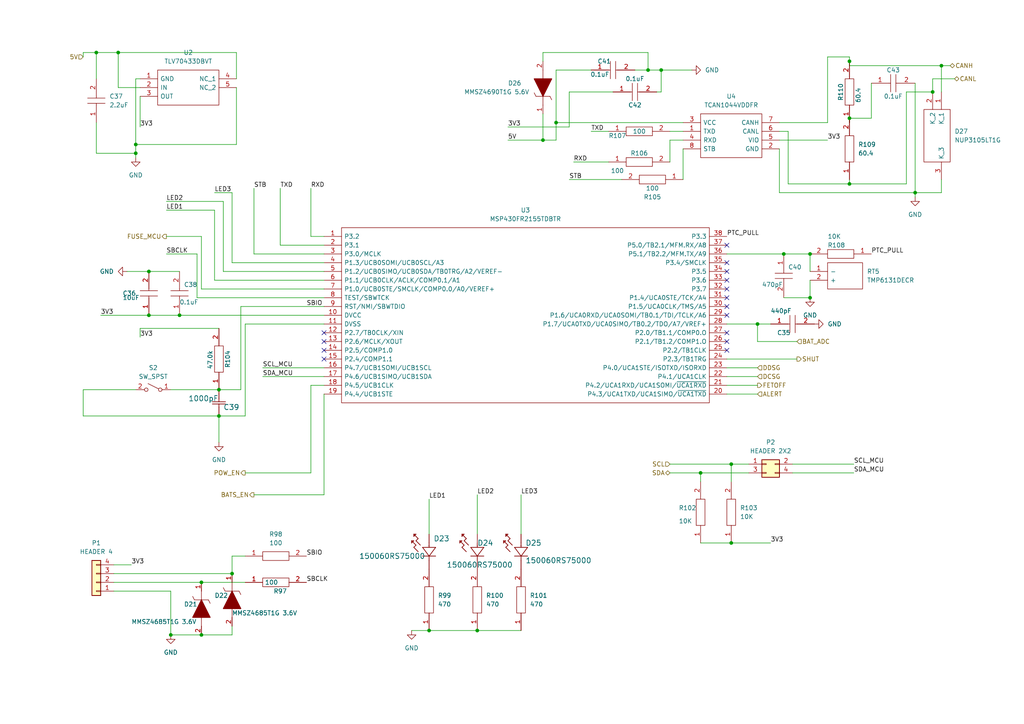
<source format=kicad_sch>
(kicad_sch (version 20211123) (generator eeschema)

  (uuid f5ac64b6-0466-4ea7-8c60-0c0ee28f3de2)

  (paper "A4")

  (lib_symbols
    (symbol "2022-05-19_16-24-42:GRM1885C1H101JA01D" (pin_numbers hide) (pin_names (offset 1.651) hide) (in_bom yes) (on_board yes)
      (property "Reference" "C" (id 0) (at 3.81 3.81 0)
        (effects (font (size 1.524 1.524)))
      )
      (property "Value" "GRM1885C1H101JA01D" (id 1) (at 3.81 -7.62 0)
        (effects (font (size 1.524 1.524)))
      )
      (property "Footprint" "CAP_188_MUR" (id 2) (at 3.81 -9.144 0)
        (effects (font (size 1.524 1.524)) hide)
      )
      (property "Datasheet" "" (id 3) (at 0 0 0)
        (effects (font (size 1.524 1.524)))
      )
      (property "ki_locked" "" (id 4) (at 0 0 0)
        (effects (font (size 1.27 1.27)))
      )
      (property "ki_fp_filters" "CAP_188_MUR CAP_188_MUR-M CAP_188_MUR-L" (id 5) (at 0 0 0)
        (effects (font (size 1.27 1.27)) hide)
      )
      (symbol "GRM1885C1H101JA01D_1_1"
        (polyline
          (pts
            (xy 2.54 0)
            (xy 3.4798 0)
          )
          (stroke (width 0.2032) (type default) (color 0 0 0 0))
          (fill (type none))
        )
        (polyline
          (pts
            (xy 3.4798 -1.905)
            (xy 3.4798 1.905)
          )
          (stroke (width 0.2032) (type default) (color 0 0 0 0))
          (fill (type none))
        )
        (polyline
          (pts
            (xy 4.1148 -1.905)
            (xy 4.1148 1.905)
          )
          (stroke (width 0.2032) (type default) (color 0 0 0 0))
          (fill (type none))
        )
        (polyline
          (pts
            (xy 4.1148 0)
            (xy 5.08 0)
          )
          (stroke (width 0.2032) (type default) (color 0 0 0 0))
          (fill (type none))
        )
        (pin unspecified line (at 0 0 0) (length 2.54)
          (name "1" (effects (font (size 1.4986 1.4986))))
          (number "1" (effects (font (size 1.4986 1.4986))))
        )
        (pin unspecified line (at 7.62 0 180) (length 2.54)
          (name "2" (effects (font (size 1.4986 1.4986))))
          (number "2" (effects (font (size 1.4986 1.4986))))
        )
      )
    )
    (symbol "2022-05-19_17-06-37:150060RS75000" (pin_numbers hide) (pin_names hide) (in_bom yes) (on_board yes)
      (property "Reference" "LED" (id 0) (at 5.08 -4.445 0)
        (effects (font (size 1.524 1.524)))
      )
      (property "Value" "150060RS75000" (id 1) (at 5.08 -7.62 0)
        (effects (font (size 1.524 1.524)))
      )
      (property "Footprint" "LED_0VS75000_WRE" (id 2) (at 5.08 -9.144 0)
        (effects (font (size 1.524 1.524)) hide)
      )
      (property "Datasheet" "" (id 3) (at 0 0 0)
        (effects (font (size 1.524 1.524)))
      )
      (property "ki_locked" "" (id 4) (at 0 0 0)
        (effects (font (size 1.27 1.27)))
      )
      (property "ki_fp_filters" "LED_0VS75000_WRE" (id 5) (at 0 0 0)
        (effects (font (size 1.27 1.27)) hide)
      )
      (symbol "150060RS75000_1_1"
        (polyline
          (pts
            (xy 3.81 -1.905)
            (xy 3.81 1.905)
          )
          (stroke (width 0.2032) (type default) (color 0 0 0 0))
          (fill (type none))
        )
        (polyline
          (pts
            (xy 3.81 0)
            (xy 2.54 0)
          )
          (stroke (width 0.2032) (type default) (color 0 0 0 0))
          (fill (type none))
        )
        (polyline
          (pts
            (xy 3.81 0)
            (xy 6.35 1.905)
          )
          (stroke (width 0.2032) (type default) (color 0 0 0 0))
          (fill (type none))
        )
        (polyline
          (pts
            (xy 5.08 3.175)
            (xy 6.35 4.445)
          )
          (stroke (width 0.2032) (type default) (color 0 0 0 0))
          (fill (type none))
        )
        (polyline
          (pts
            (xy 6.35 -1.905)
            (xy 3.81 0)
          )
          (stroke (width 0.2032) (type default) (color 0 0 0 0))
          (fill (type none))
        )
        (polyline
          (pts
            (xy 6.35 1.905)
            (xy 6.35 -1.905)
          )
          (stroke (width 0.2032) (type default) (color 0 0 0 0))
          (fill (type none))
        )
        (polyline
          (pts
            (xy 6.35 4.445)
            (xy 6.985 3.81)
          )
          (stroke (width 0.2032) (type default) (color 0 0 0 0))
          (fill (type none))
        )
        (polyline
          (pts
            (xy 6.985 0)
            (xy 6.35 0)
          )
          (stroke (width 0.2032) (type default) (color 0 0 0 0))
          (fill (type none))
        )
        (polyline
          (pts
            (xy 6.985 2.54)
            (xy 8.255 3.81)
          )
          (stroke (width 0.2032) (type default) (color 0 0 0 0))
          (fill (type none))
        )
        (polyline
          (pts
            (xy 6.985 3.81)
            (xy 8.255 5.08)
          )
          (stroke (width 0.2032) (type default) (color 0 0 0 0))
          (fill (type none))
        )
        (polyline
          (pts
            (xy 7.62 0)
            (xy 6.6802 0)
          )
          (stroke (width 0.2032) (type default) (color 0 0 0 0))
          (fill (type none))
        )
        (polyline
          (pts
            (xy 7.62 5.08)
            (xy 8.255 4.445)
          )
          (stroke (width 0.2032) (type default) (color 0 0 0 0))
          (fill (type none))
        )
        (polyline
          (pts
            (xy 8.255 3.81)
            (xy 8.89 3.175)
          )
          (stroke (width 0.2032) (type default) (color 0 0 0 0))
          (fill (type none))
        )
        (polyline
          (pts
            (xy 8.255 4.445)
            (xy 8.255 5.08)
          )
          (stroke (width 0.2032) (type default) (color 0 0 0 0))
          (fill (type none))
        )
        (polyline
          (pts
            (xy 8.255 5.08)
            (xy 7.62 5.08)
          )
          (stroke (width 0.2032) (type default) (color 0 0 0 0))
          (fill (type none))
        )
        (polyline
          (pts
            (xy 8.89 3.175)
            (xy 10.16 4.445)
          )
          (stroke (width 0.2032) (type default) (color 0 0 0 0))
          (fill (type none))
        )
        (polyline
          (pts
            (xy 9.525 4.445)
            (xy 10.16 3.81)
          )
          (stroke (width 0.2032) (type default) (color 0 0 0 0))
          (fill (type none))
        )
        (polyline
          (pts
            (xy 10.16 3.81)
            (xy 10.16 4.445)
          )
          (stroke (width 0.2032) (type default) (color 0 0 0 0))
          (fill (type none))
        )
        (polyline
          (pts
            (xy 10.16 4.445)
            (xy 9.525 4.445)
          )
          (stroke (width 0.2032) (type default) (color 0 0 0 0))
          (fill (type none))
        )
        (pin unspecified line (at 10.16 0 180) (length 2.54)
          (name "1" (effects (font (size 1.4986 1.4986))))
          (number "1" (effects (font (size 1.4986 1.4986))))
        )
        (pin unspecified line (at 0 0 0) (length 2.54)
          (name "2" (effects (font (size 1.4986 1.4986))))
          (number "2" (effects (font (size 1.4986 1.4986))))
        )
      )
    )
    (symbol "CL21B106KOQNNNE:CL21B106KOQNNNE" (pin_names (offset 0.762)) (in_bom yes) (on_board yes)
      (property "Reference" "C" (id 0) (at 8.89 6.35 0)
        (effects (font (size 1.27 1.27)) (justify left))
      )
      (property "Value" "CL21B106KOQNNNE" (id 1) (at 8.89 3.81 0)
        (effects (font (size 1.27 1.27)) (justify left))
      )
      (property "Footprint" "CAPC2012X140N" (id 2) (at 8.89 1.27 0)
        (effects (font (size 1.27 1.27)) (justify left) hide)
      )
      (property "Datasheet" "https://datasheet.datasheetarchive.com/originals/distributors/Datasheets_SAMA/a6a503886ec2e900bbf4e5d6e2f8e8b0.pdf" (id 3) (at 8.89 -1.27 0)
        (effects (font (size 1.27 1.27)) (justify left) hide)
      )
      (property "Description" "CAP, 10uF, 16V, +/-10%, X7R, 0805" (id 4) (at 8.89 -3.81 0)
        (effects (font (size 1.27 1.27)) (justify left) hide)
      )
      (property "Height" "1.4" (id 5) (at 8.89 -6.35 0)
        (effects (font (size 1.27 1.27)) (justify left) hide)
      )
      (property "Manufacturer_Name" "Samsung Electro-Mechanics" (id 6) (at 8.89 -8.89 0)
        (effects (font (size 1.27 1.27)) (justify left) hide)
      )
      (property "Manufacturer_Part_Number" "CL21B106KOQNNNE" (id 7) (at 8.89 -11.43 0)
        (effects (font (size 1.27 1.27)) (justify left) hide)
      )
      (property "Mouser Part Number" "187-CL21B106KOQNNNE" (id 8) (at 8.89 -13.97 0)
        (effects (font (size 1.27 1.27)) (justify left) hide)
      )
      (property "Mouser Price/Stock" "https://www.mouser.co.uk/ProductDetail/Samsung-Electro-Mechanics/CL21B106KOQNNNE?qs=349EhDEZ59r8qgLddyW2Yw%3D%3D" (id 9) (at 8.89 -16.51 0)
        (effects (font (size 1.27 1.27)) (justify left) hide)
      )
      (property "Arrow Part Number" "CL21B106KOQNNNE" (id 10) (at 8.89 -19.05 0)
        (effects (font (size 1.27 1.27)) (justify left) hide)
      )
      (property "Arrow Price/Stock" "https://www.arrow.com/en/products/cl21b106koqnnne/samsung-electro-mechanics" (id 11) (at 8.89 -21.59 0)
        (effects (font (size 1.27 1.27)) (justify left) hide)
      )
      (property "ki_description" "CAP, 10uF, 16V, +/-10%, X7R, 0805" (id 12) (at 0 0 0)
        (effects (font (size 1.27 1.27)) hide)
      )
      (symbol "CL21B106KOQNNNE_0_0"
        (pin passive line (at 0 0 0) (length 5.08)
          (name "~" (effects (font (size 1.27 1.27))))
          (number "1" (effects (font (size 1.27 1.27))))
        )
        (pin passive line (at 12.7 0 180) (length 5.08)
          (name "~" (effects (font (size 1.27 1.27))))
          (number "2" (effects (font (size 1.27 1.27))))
        )
      )
      (symbol "CL21B106KOQNNNE_0_1"
        (polyline
          (pts
            (xy 5.08 0)
            (xy 5.588 0)
          )
          (stroke (width 0.1524) (type default) (color 0 0 0 0))
          (fill (type none))
        )
        (polyline
          (pts
            (xy 5.588 2.54)
            (xy 5.588 -2.54)
          )
          (stroke (width 0.1524) (type default) (color 0 0 0 0))
          (fill (type none))
        )
        (polyline
          (pts
            (xy 7.112 0)
            (xy 7.62 0)
          )
          (stroke (width 0.1524) (type default) (color 0 0 0 0))
          (fill (type none))
        )
        (polyline
          (pts
            (xy 7.112 2.54)
            (xy 7.112 -2.54)
          )
          (stroke (width 0.1524) (type default) (color 0 0 0 0))
          (fill (type none))
        )
      )
    )
    (symbol "CRCW0603100RFKEA:CRCW0603100RFKEA" (pin_names (offset 0.762)) (in_bom yes) (on_board yes)
      (property "Reference" "R" (id 0) (at 13.97 6.35 0)
        (effects (font (size 1.27 1.27)) (justify left))
      )
      (property "Value" "CRCW0603100RFKEA" (id 1) (at 13.97 3.81 0)
        (effects (font (size 1.27 1.27)) (justify left))
      )
      (property "Footprint" "RESC1608X50N" (id 2) (at 13.97 1.27 0)
        (effects (font (size 1.27 1.27)) (justify left) hide)
      )
      (property "Datasheet" "http://www.vishay.com/docs/20035/dcrcwe3.pdf" (id 3) (at 13.97 -1.27 0)
        (effects (font (size 1.27 1.27)) (justify left) hide)
      )
      (property "Description" "VISHAY - CRCW0603100RFKEA - RES, THICK FILM, 100R, 1%, 0.1W, 0603" (id 4) (at 13.97 -3.81 0)
        (effects (font (size 1.27 1.27)) (justify left) hide)
      )
      (property "Height" "0.5" (id 5) (at 13.97 -6.35 0)
        (effects (font (size 1.27 1.27)) (justify left) hide)
      )
      (property "Manufacturer_Name" "Vishay" (id 6) (at 13.97 -8.89 0)
        (effects (font (size 1.27 1.27)) (justify left) hide)
      )
      (property "Manufacturer_Part_Number" "CRCW0603100RFKEA" (id 7) (at 13.97 -11.43 0)
        (effects (font (size 1.27 1.27)) (justify left) hide)
      )
      (property "Mouser Part Number" "71-CRCW0603-100-E3" (id 8) (at 13.97 -13.97 0)
        (effects (font (size 1.27 1.27)) (justify left) hide)
      )
      (property "Mouser Price/Stock" "https://www.mouser.co.uk/ProductDetail/Vishay-Dale/CRCW0603100RFKEA?qs=90AHS1y%2FsidGWjjxZAupKg%3D%3D" (id 9) (at 13.97 -16.51 0)
        (effects (font (size 1.27 1.27)) (justify left) hide)
      )
      (property "Arrow Part Number" "CRCW0603100RFKEA" (id 10) (at 13.97 -19.05 0)
        (effects (font (size 1.27 1.27)) (justify left) hide)
      )
      (property "Arrow Price/Stock" "https://www.arrow.com/en/products/crcw0603100rfkea/vishay" (id 11) (at 13.97 -21.59 0)
        (effects (font (size 1.27 1.27)) (justify left) hide)
      )
      (property "ki_description" "VISHAY - CRCW0603100RFKEA - RES, THICK FILM, 100R, 1%, 0.1W, 0603" (id 12) (at 0 0 0)
        (effects (font (size 1.27 1.27)) hide)
      )
      (symbol "CRCW0603100RFKEA_0_0"
        (pin passive line (at 0 0 0) (length 5.08)
          (name "~" (effects (font (size 1.27 1.27))))
          (number "1" (effects (font (size 1.27 1.27))))
        )
        (pin passive line (at 17.78 0 180) (length 5.08)
          (name "~" (effects (font (size 1.27 1.27))))
          (number "2" (effects (font (size 1.27 1.27))))
        )
      )
      (symbol "CRCW0603100RFKEA_0_1"
        (polyline
          (pts
            (xy 5.08 1.27)
            (xy 12.7 1.27)
            (xy 12.7 -1.27)
            (xy 5.08 -1.27)
            (xy 5.08 1.27)
          )
          (stroke (width 0.1524) (type default) (color 0 0 0 0))
          (fill (type none))
        )
      )
    )
    (symbol "CRCW060310K0FKEA:CRCW060310K0FKEA" (pin_names (offset 0.762)) (in_bom yes) (on_board yes)
      (property "Reference" "R" (id 0) (at 13.97 6.35 0)
        (effects (font (size 1.27 1.27)) (justify left))
      )
      (property "Value" "CRCW060310K0FKEA" (id 1) (at 13.97 3.81 0)
        (effects (font (size 1.27 1.27)) (justify left))
      )
      (property "Footprint" "RESC1608X50N" (id 2) (at 13.97 1.27 0)
        (effects (font (size 1.27 1.27)) (justify left) hide)
      )
      (property "Datasheet" "http://www.vishay.com/docs/20035/dcrcwe3.pdf" (id 3) (at 13.97 -1.27 0)
        (effects (font (size 1.27 1.27)) (justify left) hide)
      )
      (property "Description" "CRCW0603 Resistor T/R 0.10W,1%,10K Vishay CRCW Series Thick Film Surface Mount Resistor 0603 Case 10k +/-1% 0.1W +/-100ppm/C" (id 4) (at 13.97 -3.81 0)
        (effects (font (size 1.27 1.27)) (justify left) hide)
      )
      (property "Height" "0.5" (id 5) (at 13.97 -6.35 0)
        (effects (font (size 1.27 1.27)) (justify left) hide)
      )
      (property "Manufacturer_Name" "Vishay" (id 6) (at 13.97 -8.89 0)
        (effects (font (size 1.27 1.27)) (justify left) hide)
      )
      (property "Manufacturer_Part_Number" "CRCW060310K0FKEA" (id 7) (at 13.97 -11.43 0)
        (effects (font (size 1.27 1.27)) (justify left) hide)
      )
      (property "Mouser Part Number" "71-CRCW0603-10K-E3" (id 8) (at 13.97 -13.97 0)
        (effects (font (size 1.27 1.27)) (justify left) hide)
      )
      (property "Mouser Price/Stock" "https://www.mouser.co.uk/ProductDetail/Vishay-Dale/CRCW060310K0FKEA?qs=pAO1Z172M84BVnhDjtnsoQ%3D%3D" (id 9) (at 13.97 -16.51 0)
        (effects (font (size 1.27 1.27)) (justify left) hide)
      )
      (property "Arrow Part Number" "CRCW060310K0FKEA" (id 10) (at 13.97 -19.05 0)
        (effects (font (size 1.27 1.27)) (justify left) hide)
      )
      (property "Arrow Price/Stock" "https://www.arrow.com/en/products/crcw060310k0fkea/vishay?region=nac" (id 11) (at 13.97 -21.59 0)
        (effects (font (size 1.27 1.27)) (justify left) hide)
      )
      (property "ki_description" "CRCW0603 Resistor T/R 0.10W,1%,10K Vishay CRCW Series Thick Film Surface Mount Resistor 0603 Case 10k +/-1% 0.1W +/-100ppm/C" (id 12) (at 0 0 0)
        (effects (font (size 1.27 1.27)) hide)
      )
      (symbol "CRCW060310K0FKEA_0_0"
        (pin passive line (at 0 0 0) (length 5.08)
          (name "~" (effects (font (size 1.27 1.27))))
          (number "1" (effects (font (size 1.27 1.27))))
        )
        (pin passive line (at 17.78 0 180) (length 5.08)
          (name "~" (effects (font (size 1.27 1.27))))
          (number "2" (effects (font (size 1.27 1.27))))
        )
      )
      (symbol "CRCW060310K0FKEA_0_1"
        (polyline
          (pts
            (xy 5.08 1.27)
            (xy 12.7 1.27)
            (xy 12.7 -1.27)
            (xy 5.08 -1.27)
            (xy 5.08 1.27)
          )
          (stroke (width 0.1524) (type default) (color 0 0 0 0))
          (fill (type none))
        )
      )
    )
    (symbol "CRCW060310K0JNEA:CRCW060310K0JNEA" (pin_names (offset 0.762)) (in_bom yes) (on_board yes)
      (property "Reference" "R" (id 0) (at 13.97 6.35 0)
        (effects (font (size 1.27 1.27)) (justify left))
      )
      (property "Value" "CRCW060310K0JNEA" (id 1) (at 13.97 3.81 0)
        (effects (font (size 1.27 1.27)) (justify left))
      )
      (property "Footprint" "RESC1608X50N" (id 2) (at 13.97 1.27 0)
        (effects (font (size 1.27 1.27)) (justify left) hide)
      )
      (property "Datasheet" "http://www.vishay.com/docs/20035/dcrcwe3.pdf" (id 3) (at 13.97 -1.27 0)
        (effects (font (size 1.27 1.27)) (justify left) hide)
      )
      (property "Description" "Thick Film Resistors - SMD 1/10watt 10Kohms 5%" (id 4) (at 13.97 -3.81 0)
        (effects (font (size 1.27 1.27)) (justify left) hide)
      )
      (property "Height" "0.5" (id 5) (at 13.97 -6.35 0)
        (effects (font (size 1.27 1.27)) (justify left) hide)
      )
      (property "Manufacturer_Name" "Vishay" (id 6) (at 13.97 -8.89 0)
        (effects (font (size 1.27 1.27)) (justify left) hide)
      )
      (property "Manufacturer_Part_Number" "CRCW060310K0JNEA" (id 7) (at 13.97 -11.43 0)
        (effects (font (size 1.27 1.27)) (justify left) hide)
      )
      (property "Mouser Part Number" "71-CRCW0603J-10K-E3" (id 8) (at 13.97 -13.97 0)
        (effects (font (size 1.27 1.27)) (justify left) hide)
      )
      (property "Mouser Price/Stock" "https://www.mouser.co.uk/ProductDetail/Vishay-Dale/CRCW060310K0JNEA?qs=AUY96b%252B0tw3kKsEHUYtSFg%3D%3D" (id 9) (at 13.97 -16.51 0)
        (effects (font (size 1.27 1.27)) (justify left) hide)
      )
      (property "Arrow Part Number" "CRCW060310K0JNEA" (id 10) (at 13.97 -19.05 0)
        (effects (font (size 1.27 1.27)) (justify left) hide)
      )
      (property "Arrow Price/Stock" "https://www.arrow.com/en/products/crcw060310k0jnea/vishay?region=nac" (id 11) (at 13.97 -21.59 0)
        (effects (font (size 1.27 1.27)) (justify left) hide)
      )
      (property "ki_description" "Thick Film Resistors - SMD 1/10watt 10Kohms 5%" (id 12) (at 0 0 0)
        (effects (font (size 1.27 1.27)) hide)
      )
      (symbol "CRCW060310K0JNEA_0_0"
        (pin passive line (at 0 0 0) (length 5.08)
          (name "~" (effects (font (size 1.27 1.27))))
          (number "1" (effects (font (size 1.27 1.27))))
        )
        (pin passive line (at 17.78 0 180) (length 5.08)
          (name "~" (effects (font (size 1.27 1.27))))
          (number "2" (effects (font (size 1.27 1.27))))
        )
      )
      (symbol "CRCW060310K0JNEA_0_1"
        (polyline
          (pts
            (xy 5.08 1.27)
            (xy 12.7 1.27)
            (xy 12.7 -1.27)
            (xy 5.08 -1.27)
            (xy 5.08 1.27)
          )
          (stroke (width 0.1524) (type default) (color 0 0 0 0))
          (fill (type none))
        )
      )
    )
    (symbol "Connector_Generic:Conn_01x04" (pin_names (offset 1.016) hide) (in_bom yes) (on_board yes)
      (property "Reference" "J" (id 0) (at 0 5.08 0)
        (effects (font (size 1.27 1.27)))
      )
      (property "Value" "Conn_01x04" (id 1) (at 0 -7.62 0)
        (effects (font (size 1.27 1.27)))
      )
      (property "Footprint" "" (id 2) (at 0 0 0)
        (effects (font (size 1.27 1.27)) hide)
      )
      (property "Datasheet" "~" (id 3) (at 0 0 0)
        (effects (font (size 1.27 1.27)) hide)
      )
      (property "ki_keywords" "connector" (id 4) (at 0 0 0)
        (effects (font (size 1.27 1.27)) hide)
      )
      (property "ki_description" "Generic connector, single row, 01x04, script generated (kicad-library-utils/schlib/autogen/connector/)" (id 5) (at 0 0 0)
        (effects (font (size 1.27 1.27)) hide)
      )
      (property "ki_fp_filters" "Connector*:*_1x??_*" (id 6) (at 0 0 0)
        (effects (font (size 1.27 1.27)) hide)
      )
      (symbol "Conn_01x04_1_1"
        (rectangle (start -1.27 -4.953) (end 0 -5.207)
          (stroke (width 0.1524) (type default) (color 0 0 0 0))
          (fill (type none))
        )
        (rectangle (start -1.27 -2.413) (end 0 -2.667)
          (stroke (width 0.1524) (type default) (color 0 0 0 0))
          (fill (type none))
        )
        (rectangle (start -1.27 0.127) (end 0 -0.127)
          (stroke (width 0.1524) (type default) (color 0 0 0 0))
          (fill (type none))
        )
        (rectangle (start -1.27 2.667) (end 0 2.413)
          (stroke (width 0.1524) (type default) (color 0 0 0 0))
          (fill (type none))
        )
        (rectangle (start -1.27 3.81) (end 1.27 -6.35)
          (stroke (width 0.254) (type default) (color 0 0 0 0))
          (fill (type background))
        )
        (pin passive line (at -5.08 2.54 0) (length 3.81)
          (name "Pin_1" (effects (font (size 1.27 1.27))))
          (number "1" (effects (font (size 1.27 1.27))))
        )
        (pin passive line (at -5.08 0 0) (length 3.81)
          (name "Pin_2" (effects (font (size 1.27 1.27))))
          (number "2" (effects (font (size 1.27 1.27))))
        )
        (pin passive line (at -5.08 -2.54 0) (length 3.81)
          (name "Pin_3" (effects (font (size 1.27 1.27))))
          (number "3" (effects (font (size 1.27 1.27))))
        )
        (pin passive line (at -5.08 -5.08 0) (length 3.81)
          (name "Pin_4" (effects (font (size 1.27 1.27))))
          (number "4" (effects (font (size 1.27 1.27))))
        )
      )
    )
    (symbol "Connector_Generic:Conn_02x02_Odd_Even" (pin_names (offset 1.016) hide) (in_bom yes) (on_board yes)
      (property "Reference" "J" (id 0) (at 1.27 2.54 0)
        (effects (font (size 1.27 1.27)))
      )
      (property "Value" "Conn_02x02_Odd_Even" (id 1) (at 1.27 -5.08 0)
        (effects (font (size 1.27 1.27)))
      )
      (property "Footprint" "" (id 2) (at 0 0 0)
        (effects (font (size 1.27 1.27)) hide)
      )
      (property "Datasheet" "~" (id 3) (at 0 0 0)
        (effects (font (size 1.27 1.27)) hide)
      )
      (property "ki_keywords" "connector" (id 4) (at 0 0 0)
        (effects (font (size 1.27 1.27)) hide)
      )
      (property "ki_description" "Generic connector, double row, 02x02, odd/even pin numbering scheme (row 1 odd numbers, row 2 even numbers), script generated (kicad-library-utils/schlib/autogen/connector/)" (id 5) (at 0 0 0)
        (effects (font (size 1.27 1.27)) hide)
      )
      (property "ki_fp_filters" "Connector*:*_2x??_*" (id 6) (at 0 0 0)
        (effects (font (size 1.27 1.27)) hide)
      )
      (symbol "Conn_02x02_Odd_Even_1_1"
        (rectangle (start -1.27 -2.413) (end 0 -2.667)
          (stroke (width 0.1524) (type default) (color 0 0 0 0))
          (fill (type none))
        )
        (rectangle (start -1.27 0.127) (end 0 -0.127)
          (stroke (width 0.1524) (type default) (color 0 0 0 0))
          (fill (type none))
        )
        (rectangle (start -1.27 1.27) (end 3.81 -3.81)
          (stroke (width 0.254) (type default) (color 0 0 0 0))
          (fill (type background))
        )
        (rectangle (start 3.81 -2.413) (end 2.54 -2.667)
          (stroke (width 0.1524) (type default) (color 0 0 0 0))
          (fill (type none))
        )
        (rectangle (start 3.81 0.127) (end 2.54 -0.127)
          (stroke (width 0.1524) (type default) (color 0 0 0 0))
          (fill (type none))
        )
        (pin passive line (at -5.08 0 0) (length 3.81)
          (name "Pin_1" (effects (font (size 1.27 1.27))))
          (number "1" (effects (font (size 1.27 1.27))))
        )
        (pin passive line (at 7.62 0 180) (length 3.81)
          (name "Pin_2" (effects (font (size 1.27 1.27))))
          (number "2" (effects (font (size 1.27 1.27))))
        )
        (pin passive line (at -5.08 -2.54 0) (length 3.81)
          (name "Pin_3" (effects (font (size 1.27 1.27))))
          (number "3" (effects (font (size 1.27 1.27))))
        )
        (pin passive line (at 7.62 -2.54 180) (length 3.81)
          (name "Pin_4" (effects (font (size 1.27 1.27))))
          (number "4" (effects (font (size 1.27 1.27))))
        )
      )
    )
    (symbol "EMK107BB7225MA-T:EMK107BB7225MA-T" (pin_names (offset 0.762)) (in_bom yes) (on_board yes)
      (property "Reference" "C" (id 0) (at 8.89 6.35 0)
        (effects (font (size 1.27 1.27)) (justify left))
      )
      (property "Value" "EMK107BB7225MA-T" (id 1) (at 8.89 3.81 0)
        (effects (font (size 1.27 1.27)) (justify left))
      )
      (property "Footprint" "CAPC1709X100N" (id 2) (at 8.89 1.27 0)
        (effects (font (size 1.27 1.27)) (justify left) hide)
      )
      (property "Datasheet" "https://ds.yuden.co.jp/TYCOMPAS/ut/detail?pn=EMK107BB7225MA-T+&u=M" (id 3) (at 8.89 -1.27 0)
        (effects (font (size 1.27 1.27)) (justify left) hide)
      )
      (property "Description" "Multilayer Ceramic Capacitors MLCC - SMD/SMT 0603 16VDC 2.2uF 20% X7R" (id 4) (at 8.89 -3.81 0)
        (effects (font (size 1.27 1.27)) (justify left) hide)
      )
      (property "Height" "1" (id 5) (at 8.89 -6.35 0)
        (effects (font (size 1.27 1.27)) (justify left) hide)
      )
      (property "Manufacturer_Name" "TAIYO YUDEN" (id 6) (at 8.89 -8.89 0)
        (effects (font (size 1.27 1.27)) (justify left) hide)
      )
      (property "Manufacturer_Part_Number" "EMK107BB7225MA-T" (id 7) (at 8.89 -11.43 0)
        (effects (font (size 1.27 1.27)) (justify left) hide)
      )
      (property "Mouser Part Number" "963-EMK107BB7225MA-T" (id 8) (at 8.89 -13.97 0)
        (effects (font (size 1.27 1.27)) (justify left) hide)
      )
      (property "Mouser Price/Stock" "https://www.mouser.co.uk/ProductDetail/Taiyo-Yuden/EMK107BB7225MA-T?qs=VWNNG7jHlrL%2Fa2Jw9eM0eA%3D%3D" (id 9) (at 8.89 -16.51 0)
        (effects (font (size 1.27 1.27)) (justify left) hide)
      )
      (property "Arrow Part Number" "" (id 10) (at 8.89 -19.05 0)
        (effects (font (size 1.27 1.27)) (justify left) hide)
      )
      (property "Arrow Price/Stock" "" (id 11) (at 8.89 -21.59 0)
        (effects (font (size 1.27 1.27)) (justify left) hide)
      )
      (property "ki_description" "Multilayer Ceramic Capacitors MLCC - SMD/SMT 0603 16VDC 2.2uF 20% X7R" (id 12) (at 0 0 0)
        (effects (font (size 1.27 1.27)) hide)
      )
      (symbol "EMK107BB7225MA-T_0_0"
        (pin passive line (at 0 0 0) (length 5.08)
          (name "~" (effects (font (size 1.27 1.27))))
          (number "1" (effects (font (size 1.27 1.27))))
        )
        (pin passive line (at 12.7 0 180) (length 5.08)
          (name "~" (effects (font (size 1.27 1.27))))
          (number "2" (effects (font (size 1.27 1.27))))
        )
      )
      (symbol "EMK107BB7225MA-T_0_1"
        (polyline
          (pts
            (xy 5.08 0)
            (xy 5.588 0)
          )
          (stroke (width 0.1524) (type default) (color 0 0 0 0))
          (fill (type none))
        )
        (polyline
          (pts
            (xy 5.588 2.54)
            (xy 5.588 -2.54)
          )
          (stroke (width 0.1524) (type default) (color 0 0 0 0))
          (fill (type none))
        )
        (polyline
          (pts
            (xy 7.112 0)
            (xy 7.62 0)
          )
          (stroke (width 0.1524) (type default) (color 0 0 0 0))
          (fill (type none))
        )
        (polyline
          (pts
            (xy 7.112 2.54)
            (xy 7.112 -2.54)
          )
          (stroke (width 0.1524) (type default) (color 0 0 0 0))
          (fill (type none))
        )
      )
    )
    (symbol "GRM188R71H104KA93D:GRM188R71H104KA93D" (pin_names (offset 0.762)) (in_bom yes) (on_board yes)
      (property "Reference" "C" (id 0) (at 8.89 6.35 0)
        (effects (font (size 1.27 1.27)) (justify left))
      )
      (property "Value" "GRM188R71H104KA93D" (id 1) (at 8.89 3.81 0)
        (effects (font (size 1.27 1.27)) (justify left))
      )
      (property "Footprint" "CAPC1608X90N" (id 2) (at 8.89 1.27 0)
        (effects (font (size 1.27 1.27)) (justify left) hide)
      )
      (property "Datasheet" "https://datasheet.datasheetarchive.com/originals/distributors/Datasheets_SAMA/ec4f1577dddcc7a13ddad897a28002d3.pdf" (id 3) (at 8.89 -1.27 0)
        (effects (font (size 1.27 1.27)) (justify left) hide)
      )
      (property "Description" "Ceramic  SMT capacitor 100nF 50Vdc Murata 0603 GRM 100nF Ceramic Multilayer Capacitor, 50 V dc, +125?C, X7R Dielectric, ?10%" (id 4) (at 8.89 -3.81 0)
        (effects (font (size 1.27 1.27)) (justify left) hide)
      )
      (property "Height" "0.9" (id 5) (at 8.89 -6.35 0)
        (effects (font (size 1.27 1.27)) (justify left) hide)
      )
      (property "Manufacturer_Name" "Murata Electronics" (id 6) (at 8.89 -8.89 0)
        (effects (font (size 1.27 1.27)) (justify left) hide)
      )
      (property "Manufacturer_Part_Number" "GRM188R71H104KA93D" (id 7) (at 8.89 -11.43 0)
        (effects (font (size 1.27 1.27)) (justify left) hide)
      )
      (property "Mouser Part Number" "81-GRM39X104K50D" (id 8) (at 8.89 -13.97 0)
        (effects (font (size 1.27 1.27)) (justify left) hide)
      )
      (property "Mouser Price/Stock" "https://www.mouser.co.uk/ProductDetail/Murata-Electronics/GRM188R71H104KA93D?qs=f7ZljCwbPOm85Y6l%2FNGt7A%3D%3D" (id 9) (at 8.89 -16.51 0)
        (effects (font (size 1.27 1.27)) (justify left) hide)
      )
      (property "Arrow Part Number" "GRM188R71H104KA93D" (id 10) (at 8.89 -19.05 0)
        (effects (font (size 1.27 1.27)) (justify left) hide)
      )
      (property "Arrow Price/Stock" "https://www.arrow.com/en/products/grm188r71h104ka93d/murata-manufacturing" (id 11) (at 8.89 -21.59 0)
        (effects (font (size 1.27 1.27)) (justify left) hide)
      )
      (property "ki_description" "Ceramic  SMT capacitor 100nF 50Vdc Murata 0603 GRM 100nF Ceramic Multilayer Capacitor, 50 V dc, +125?C, X7R Dielectric, ?10%" (id 12) (at 0 0 0)
        (effects (font (size 1.27 1.27)) hide)
      )
      (symbol "GRM188R71H104KA93D_0_0"
        (pin passive line (at 0 0 0) (length 5.08)
          (name "~" (effects (font (size 1.27 1.27))))
          (number "1" (effects (font (size 1.27 1.27))))
        )
        (pin passive line (at 12.7 0 180) (length 5.08)
          (name "~" (effects (font (size 1.27 1.27))))
          (number "2" (effects (font (size 1.27 1.27))))
        )
      )
      (symbol "GRM188R71H104KA93D_0_1"
        (polyline
          (pts
            (xy 5.08 0)
            (xy 5.588 0)
          )
          (stroke (width 0.1524) (type default) (color 0 0 0 0))
          (fill (type none))
        )
        (polyline
          (pts
            (xy 5.588 2.54)
            (xy 5.588 -2.54)
          )
          (stroke (width 0.1524) (type default) (color 0 0 0 0))
          (fill (type none))
        )
        (polyline
          (pts
            (xy 7.112 0)
            (xy 7.62 0)
          )
          (stroke (width 0.1524) (type default) (color 0 0 0 0))
          (fill (type none))
        )
        (polyline
          (pts
            (xy 7.112 2.54)
            (xy 7.112 -2.54)
          )
          (stroke (width 0.1524) (type default) (color 0 0 0 0))
          (fill (type none))
        )
      )
    )
    (symbol "GRM188R71H471KA01D:GRM188R71H471KA01D" (pin_names (offset 0.762)) (in_bom yes) (on_board yes)
      (property "Reference" "C" (id 0) (at 8.89 6.35 0)
        (effects (font (size 1.27 1.27)) (justify left))
      )
      (property "Value" "GRM188R71H471KA01D" (id 1) (at 8.89 3.81 0)
        (effects (font (size 1.27 1.27)) (justify left))
      )
      (property "Footprint" "CAPC1608X90N" (id 2) (at 8.89 1.27 0)
        (effects (font (size 1.27 1.27)) (justify left) hide)
      )
      (property "Datasheet" "https://datasheet.datasheetarchive.com/originals/distributors/Datasheets_SAMA/b6545a3bf915c6be882777d32f0bc01e.pdf" (id 3) (at 8.89 -1.27 0)
        (effects (font (size 1.27 1.27)) (justify left) hide)
      )
      (property "Description" "Murata 0603 GRM 470pF Ceramic Multilayer Capacitor, 50 V dc, +125C, X7R Dielectric, +/-10%" (id 4) (at 8.89 -3.81 0)
        (effects (font (size 1.27 1.27)) (justify left) hide)
      )
      (property "Height" "0.9" (id 5) (at 8.89 -6.35 0)
        (effects (font (size 1.27 1.27)) (justify left) hide)
      )
      (property "Manufacturer_Name" "Murata Electronics" (id 6) (at 8.89 -8.89 0)
        (effects (font (size 1.27 1.27)) (justify left) hide)
      )
      (property "Manufacturer_Part_Number" "GRM188R71H471KA01D" (id 7) (at 8.89 -11.43 0)
        (effects (font (size 1.27 1.27)) (justify left) hide)
      )
      (property "Mouser Part Number" "81-GRM39X471K50D" (id 8) (at 8.89 -13.97 0)
        (effects (font (size 1.27 1.27)) (justify left) hide)
      )
      (property "Mouser Price/Stock" "https://www.mouser.com/Search/Refine.aspx?Keyword=81-GRM39X471K50D" (id 9) (at 8.89 -16.51 0)
        (effects (font (size 1.27 1.27)) (justify left) hide)
      )
      (property "Arrow Part Number" "GRM188R71H471KA01D" (id 10) (at 8.89 -19.05 0)
        (effects (font (size 1.27 1.27)) (justify left) hide)
      )
      (property "Arrow Price/Stock" "https://www.arrow.com/en/products/grm188r71h471ka01d/murata-manufacturing" (id 11) (at 8.89 -21.59 0)
        (effects (font (size 1.27 1.27)) (justify left) hide)
      )
      (property "ki_description" "Murata 0603 GRM 470pF Ceramic Multilayer Capacitor, 50 V dc, +125C, X7R Dielectric, +/-10%" (id 12) (at 0 0 0)
        (effects (font (size 1.27 1.27)) hide)
      )
      (symbol "GRM188R71H471KA01D_0_0"
        (pin passive line (at 0 0 0) (length 5.08)
          (name "~" (effects (font (size 1.27 1.27))))
          (number "1" (effects (font (size 1.27 1.27))))
        )
        (pin passive line (at 12.7 0 180) (length 5.08)
          (name "~" (effects (font (size 1.27 1.27))))
          (number "2" (effects (font (size 1.27 1.27))))
        )
      )
      (symbol "GRM188R71H471KA01D_0_1"
        (polyline
          (pts
            (xy 5.08 0)
            (xy 5.588 0)
          )
          (stroke (width 0.1524) (type default) (color 0 0 0 0))
          (fill (type none))
        )
        (polyline
          (pts
            (xy 5.588 2.54)
            (xy 5.588 -2.54)
          )
          (stroke (width 0.1524) (type default) (color 0 0 0 0))
          (fill (type none))
        )
        (polyline
          (pts
            (xy 7.112 0)
            (xy 7.62 0)
          )
          (stroke (width 0.1524) (type default) (color 0 0 0 0))
          (fill (type none))
        )
        (polyline
          (pts
            (xy 7.112 2.54)
            (xy 7.112 -2.54)
          )
          (stroke (width 0.1524) (type default) (color 0 0 0 0))
          (fill (type none))
        )
      )
    )
    (symbol "MMSZ4685T1G:MMSZ4685T1G" (pin_names (offset 0.762)) (in_bom yes) (on_board yes)
      (property "Reference" "Z" (id 0) (at 10.16 8.89 0)
        (effects (font (size 1.27 1.27)) (justify left))
      )
      (property "Value" "MMSZ4685T1G" (id 1) (at 10.16 6.35 0)
        (effects (font (size 1.27 1.27)) (justify left))
      )
      (property "Footprint" "SOD3716X135N" (id 2) (at 10.16 3.81 0)
        (effects (font (size 1.27 1.27)) (justify left) hide)
      )
      (property "Datasheet" "http://www.onsemi.com/pub/Collateral/MMSZ4678T1-D.PDF" (id 3) (at 10.16 1.27 0)
        (effects (font (size 1.27 1.27)) (justify left) hide)
      )
      (property "Description" "3.6 V Low Current ZenerDiodeVoltage Regulator" (id 4) (at 10.16 -1.27 0)
        (effects (font (size 1.27 1.27)) (justify left) hide)
      )
      (property "Height" "1.35" (id 5) (at 10.16 -3.81 0)
        (effects (font (size 1.27 1.27)) (justify left) hide)
      )
      (property "Manufacturer_Name" "onsemi" (id 6) (at 10.16 -6.35 0)
        (effects (font (size 1.27 1.27)) (justify left) hide)
      )
      (property "Manufacturer_Part_Number" "MMSZ4685T1G" (id 7) (at 10.16 -8.89 0)
        (effects (font (size 1.27 1.27)) (justify left) hide)
      )
      (property "Mouser Part Number" "863-MMSZ4685T1G" (id 8) (at 10.16 -11.43 0)
        (effects (font (size 1.27 1.27)) (justify left) hide)
      )
      (property "Mouser Price/Stock" "https://www.mouser.co.uk/ProductDetail/onsemi/MMSZ4685T1G?qs=P4IOph%252Bbot8FW4XZmGxkSg%3D%3D" (id 9) (at 10.16 -13.97 0)
        (effects (font (size 1.27 1.27)) (justify left) hide)
      )
      (property "Arrow Part Number" "MMSZ4685T1G" (id 10) (at 10.16 -16.51 0)
        (effects (font (size 1.27 1.27)) (justify left) hide)
      )
      (property "Arrow Price/Stock" "https://www.arrow.com/en/products/mmsz4685t1g/on-semiconductor" (id 11) (at 10.16 -19.05 0)
        (effects (font (size 1.27 1.27)) (justify left) hide)
      )
      (property "ki_description" "3.6 V Low Current ZenerDiodeVoltage Regulator" (id 12) (at 0 0 0)
        (effects (font (size 1.27 1.27)) hide)
      )
      (symbol "MMSZ4685T1G_0_0"
        (pin passive line (at 0 0 0) (length 2.54)
          (name "~" (effects (font (size 1.27 1.27))))
          (number "1" (effects (font (size 1.27 1.27))))
        )
        (pin passive line (at 15.24 0 180) (length 2.54)
          (name "~" (effects (font (size 1.27 1.27))))
          (number "2" (effects (font (size 1.27 1.27))))
        )
      )
      (symbol "MMSZ4685T1G_0_1"
        (polyline
          (pts
            (xy 2.54 0)
            (xy 5.08 0)
          )
          (stroke (width 0.1524) (type default) (color 0 0 0 0))
          (fill (type none))
        )
        (polyline
          (pts
            (xy 4.064 -2.54)
            (xy 5.08 -2.032)
          )
          (stroke (width 0.1524) (type default) (color 0 0 0 0))
          (fill (type none))
        )
        (polyline
          (pts
            (xy 5.08 2.032)
            (xy 5.08 -2.032)
          )
          (stroke (width 0.1524) (type default) (color 0 0 0 0))
          (fill (type none))
        )
        (polyline
          (pts
            (xy 5.08 2.032)
            (xy 6.096 2.54)
          )
          (stroke (width 0.1524) (type default) (color 0 0 0 0))
          (fill (type none))
        )
        (polyline
          (pts
            (xy 12.7 0)
            (xy 10.16 0)
          )
          (stroke (width 0.1524) (type default) (color 0 0 0 0))
          (fill (type none))
        )
        (polyline
          (pts
            (xy 5.08 0)
            (xy 10.16 2.54)
            (xy 10.16 -2.54)
            (xy 5.08 0)
          )
          (stroke (width 0.254) (type default) (color 0 0 0 0))
          (fill (type outline))
        )
      )
    )
    (symbol "MMSZ4690T1G:MMSZ4690T1G" (pin_names (offset 0.762)) (in_bom yes) (on_board yes)
      (property "Reference" "Z" (id 0) (at 10.16 8.89 0)
        (effects (font (size 1.27 1.27)) (justify left))
      )
      (property "Value" "MMSZ4690T1G" (id 1) (at 10.16 6.35 0)
        (effects (font (size 1.27 1.27)) (justify left))
      )
      (property "Footprint" "SOD3716X135N" (id 2) (at 10.16 3.81 0)
        (effects (font (size 1.27 1.27)) (justify left) hide)
      )
      (property "Datasheet" "http://www.onsemi.com/pub/Collateral/MMSZ4678T1-D.PDF" (id 3) (at 10.16 1.27 0)
        (effects (font (size 1.27 1.27)) (justify left) hide)
      )
      (property "Description" "ON Semiconductor MMSZ4690T1G Zener Diode, 5.6V 5% 0.5 W SMT 2-Pin SOD-123" (id 4) (at 10.16 -1.27 0)
        (effects (font (size 1.27 1.27)) (justify left) hide)
      )
      (property "Height" "1.35" (id 5) (at 10.16 -3.81 0)
        (effects (font (size 1.27 1.27)) (justify left) hide)
      )
      (property "Manufacturer_Name" "onsemi" (id 6) (at 10.16 -6.35 0)
        (effects (font (size 1.27 1.27)) (justify left) hide)
      )
      (property "Manufacturer_Part_Number" "MMSZ4690T1G" (id 7) (at 10.16 -8.89 0)
        (effects (font (size 1.27 1.27)) (justify left) hide)
      )
      (property "Mouser Part Number" "863-MMSZ4690T1G" (id 8) (at 10.16 -11.43 0)
        (effects (font (size 1.27 1.27)) (justify left) hide)
      )
      (property "Mouser Price/Stock" "https://www.mouser.co.uk/ProductDetail/ON-Semiconductor/MMSZ4690T1G?qs=P4IOph%252Bbot%252B2OVzEwdVwmg%3D%3D" (id 9) (at 10.16 -13.97 0)
        (effects (font (size 1.27 1.27)) (justify left) hide)
      )
      (property "Arrow Part Number" "MMSZ4690T1G" (id 10) (at 10.16 -16.51 0)
        (effects (font (size 1.27 1.27)) (justify left) hide)
      )
      (property "Arrow Price/Stock" "https://www.arrow.com/en/products/mmsz4690t1g/on-semiconductor?region=nac" (id 11) (at 10.16 -19.05 0)
        (effects (font (size 1.27 1.27)) (justify left) hide)
      )
      (property "ki_description" "ON Semiconductor MMSZ4690T1G Zener Diode, 5.6V 5% 0.5 W SMT 2-Pin SOD-123" (id 12) (at 0 0 0)
        (effects (font (size 1.27 1.27)) hide)
      )
      (symbol "MMSZ4690T1G_0_0"
        (pin passive line (at 0 0 0) (length 2.54)
          (name "~" (effects (font (size 1.27 1.27))))
          (number "1" (effects (font (size 1.27 1.27))))
        )
        (pin passive line (at 15.24 0 180) (length 2.54)
          (name "~" (effects (font (size 1.27 1.27))))
          (number "2" (effects (font (size 1.27 1.27))))
        )
      )
      (symbol "MMSZ4690T1G_0_1"
        (polyline
          (pts
            (xy 2.54 0)
            (xy 5.08 0)
          )
          (stroke (width 0.1524) (type default) (color 0 0 0 0))
          (fill (type none))
        )
        (polyline
          (pts
            (xy 4.064 -2.54)
            (xy 5.08 -2.032)
          )
          (stroke (width 0.1524) (type default) (color 0 0 0 0))
          (fill (type none))
        )
        (polyline
          (pts
            (xy 5.08 2.032)
            (xy 5.08 -2.032)
          )
          (stroke (width 0.1524) (type default) (color 0 0 0 0))
          (fill (type none))
        )
        (polyline
          (pts
            (xy 5.08 2.032)
            (xy 6.096 2.54)
          )
          (stroke (width 0.1524) (type default) (color 0 0 0 0))
          (fill (type none))
        )
        (polyline
          (pts
            (xy 12.7 0)
            (xy 10.16 0)
          )
          (stroke (width 0.1524) (type default) (color 0 0 0 0))
          (fill (type none))
        )
        (polyline
          (pts
            (xy 5.08 0)
            (xy 10.16 2.54)
            (xy 10.16 -2.54)
            (xy 5.08 0)
          )
          (stroke (width 0.254) (type default) (color 0 0 0 0))
          (fill (type outline))
        )
      )
    )
    (symbol "MSP430FR2155TDBTR:MSP430FR2155TDBTR" (pin_names (offset 0.762)) (in_bom yes) (on_board yes)
      (property "Reference" "IC?" (id 0) (at 58.42 7.62 0)
        (effects (font (size 1.27 1.27)))
      )
      (property "Value" "MSP430FR2155TDBTR" (id 1) (at 58.42 5.08 0)
        (effects (font (size 1.27 1.27)))
      )
      (property "Footprint" "SOP50P640X120-38N" (id 2) (at 113.03 2.54 0)
        (effects (font (size 1.27 1.27)) (justify left) hide)
      )
      (property "Datasheet" "http://www.ti.com/lit/gpn/msp430fr2155" (id 3) (at 113.03 0 0)
        (effects (font (size 1.27 1.27)) (justify left) hide)
      )
      (property "Description" "24MHz 105C ULP Microcontroller With 32 KB FRAM, 4 KB SRAM, 44 IO, 12-bit ADC" (id 4) (at 113.03 -2.54 0)
        (effects (font (size 1.27 1.27)) (justify left) hide)
      )
      (property "Height" "1.2" (id 5) (at 113.03 -5.08 0)
        (effects (font (size 1.27 1.27)) (justify left) hide)
      )
      (property "Manufacturer_Name" "Texas Instruments" (id 6) (at 113.03 -7.62 0)
        (effects (font (size 1.27 1.27)) (justify left) hide)
      )
      (property "Manufacturer_Part_Number" "MSP430FR2155TDBTR" (id 7) (at 113.03 -10.16 0)
        (effects (font (size 1.27 1.27)) (justify left) hide)
      )
      (property "Mouser Part Number" "595-430FR2155TDBTR" (id 8) (at 113.03 -12.7 0)
        (effects (font (size 1.27 1.27)) (justify left) hide)
      )
      (property "Mouser Price/Stock" "https://www.mouser.co.uk/ProductDetail/Texas-Instruments/MSP430FR2155TDBTR?qs=gTYE2QTfZfRz4ENvlq0OeQ%3D%3D" (id 9) (at 113.03 -15.24 0)
        (effects (font (size 1.27 1.27)) (justify left) hide)
      )
      (property "Arrow Part Number" "MSP430FR2155TDBTR" (id 10) (at 113.03 -17.78 0)
        (effects (font (size 1.27 1.27)) (justify left) hide)
      )
      (property "Arrow Price/Stock" "https://www.arrow.com/en/products/msp430fr2155tdbtr/texas-instruments" (id 11) (at 113.03 -20.32 0)
        (effects (font (size 1.27 1.27)) (justify left) hide)
      )
      (property "ki_description" "24MHz 105C ULP Microcontroller With 32 KB FRAM, 4 KB SRAM, 44 IO, 12-bit ADC" (id 12) (at 0 0 0)
        (effects (font (size 1.27 1.27)) hide)
      )
      (symbol "MSP430FR2155TDBTR_0_0"
        (pin bidirectional line (at 0 0 0) (length 5.08)
          (name "P3.2" (effects (font (size 1.27 1.27))))
          (number "1" (effects (font (size 1.27 1.27))))
        )
        (pin passive line (at 0 -22.86 0) (length 5.08)
          (name "DVCC" (effects (font (size 1.27 1.27))))
          (number "10" (effects (font (size 1.27 1.27))))
        )
        (pin passive line (at 0 -25.4 0) (length 5.08)
          (name "DVSS" (effects (font (size 1.27 1.27))))
          (number "11" (effects (font (size 1.27 1.27))))
        )
        (pin bidirectional line (at 0 -27.94 0) (length 5.08)
          (name "P2.7/TB0CLK/XIN" (effects (font (size 1.27 1.27))))
          (number "12" (effects (font (size 1.27 1.27))))
        )
        (pin bidirectional line (at 0 -30.48 0) (length 5.08)
          (name "P2.6/MCLK/XOUT" (effects (font (size 1.27 1.27))))
          (number "13" (effects (font (size 1.27 1.27))))
        )
        (pin bidirectional line (at 0 -33.02 0) (length 5.08)
          (name "P2.5/COMP1.0" (effects (font (size 1.27 1.27))))
          (number "14" (effects (font (size 1.27 1.27))))
        )
        (pin bidirectional line (at 0 -35.56 0) (length 5.08)
          (name "P2.4/COMP1.1" (effects (font (size 1.27 1.27))))
          (number "15" (effects (font (size 1.27 1.27))))
        )
        (pin bidirectional line (at 0 -38.1 0) (length 5.08)
          (name "P4.7/UCB1SOMI/UCB1SCL" (effects (font (size 1.27 1.27))))
          (number "16" (effects (font (size 1.27 1.27))))
        )
        (pin bidirectional line (at 0 -40.64 0) (length 5.08)
          (name "P4.6/UCB1SIMO/UCB1SDA" (effects (font (size 1.27 1.27))))
          (number "17" (effects (font (size 1.27 1.27))))
        )
        (pin bidirectional line (at 0 -43.18 0) (length 5.08)
          (name "P4.5/UCB1CLK" (effects (font (size 1.27 1.27))))
          (number "18" (effects (font (size 1.27 1.27))))
        )
        (pin bidirectional line (at 0 -45.72 0) (length 5.08)
          (name "P4.4/UCB1STE" (effects (font (size 1.27 1.27))))
          (number "19" (effects (font (size 1.27 1.27))))
        )
        (pin bidirectional line (at 0 -2.54 0) (length 5.08)
          (name "P3.1" (effects (font (size 1.27 1.27))))
          (number "2" (effects (font (size 1.27 1.27))))
        )
        (pin bidirectional line (at 116.84 -45.72 180) (length 5.08)
          (name "P4.3/UCA1TXD/UCA1SIMO/~{UCA1TXD}" (effects (font (size 1.27 1.27))))
          (number "20" (effects (font (size 1.27 1.27))))
        )
        (pin bidirectional line (at 116.84 -43.18 180) (length 5.08)
          (name "P4.2/UCA1RXD/UCA1SOMI/~{UCA1RXD}" (effects (font (size 1.27 1.27))))
          (number "21" (effects (font (size 1.27 1.27))))
        )
        (pin bidirectional line (at 116.84 -40.64 180) (length 5.08)
          (name "P4.1/UCA1CLK" (effects (font (size 1.27 1.27))))
          (number "22" (effects (font (size 1.27 1.27))))
        )
        (pin bidirectional line (at 116.84 -38.1 180) (length 5.08)
          (name "P4.0/UCA1STE/ISOTXD/ISORXD" (effects (font (size 1.27 1.27))))
          (number "23" (effects (font (size 1.27 1.27))))
        )
        (pin bidirectional line (at 116.84 -35.56 180) (length 5.08)
          (name "P2.3/TB1TRG" (effects (font (size 1.27 1.27))))
          (number "24" (effects (font (size 1.27 1.27))))
        )
        (pin bidirectional line (at 116.84 -33.02 180) (length 5.08)
          (name "P2.2/TB1CLK" (effects (font (size 1.27 1.27))))
          (number "25" (effects (font (size 1.27 1.27))))
        )
        (pin bidirectional line (at 116.84 -30.48 180) (length 5.08)
          (name "P2.1/TB1.2/COMP1.O" (effects (font (size 1.27 1.27))))
          (number "26" (effects (font (size 1.27 1.27))))
        )
        (pin bidirectional line (at 116.84 -27.94 180) (length 5.08)
          (name "P2.0/TB1.1/COMP0.O" (effects (font (size 1.27 1.27))))
          (number "27" (effects (font (size 1.27 1.27))))
        )
        (pin bidirectional line (at 116.84 -25.4 180) (length 5.08)
          (name "P1.7/UCA0TXD/UCA0SIMO/TB0.2/TDO/A7/VREF+" (effects (font (size 1.27 1.27))))
          (number "28" (effects (font (size 1.27 1.27))))
        )
        (pin bidirectional line (at 116.84 -22.86 180) (length 5.08)
          (name "P1.6/UCA0RXD/UCA0SOMI/TB0.1/TDI/TCLK/A6" (effects (font (size 1.27 1.27))))
          (number "29" (effects (font (size 1.27 1.27))))
        )
        (pin passive line (at 0 -5.08 0) (length 5.08)
          (name "P3.0/MCLK" (effects (font (size 1.27 1.27))))
          (number "3" (effects (font (size 1.27 1.27))))
        )
        (pin bidirectional line (at 116.84 -20.32 180) (length 5.08)
          (name "P1.5/UCA0CLK/TMS/A5" (effects (font (size 1.27 1.27))))
          (number "30" (effects (font (size 1.27 1.27))))
        )
        (pin bidirectional line (at 116.84 -17.78 180) (length 5.08)
          (name "P1.4/UCA0STE/TCK/A4" (effects (font (size 1.27 1.27))))
          (number "31" (effects (font (size 1.27 1.27))))
        )
        (pin bidirectional line (at 116.84 -15.24 180) (length 5.08)
          (name "P3.7" (effects (font (size 1.27 1.27))))
          (number "32" (effects (font (size 1.27 1.27))))
        )
        (pin bidirectional line (at 116.84 -12.7 180) (length 5.08)
          (name "P3.6" (effects (font (size 1.27 1.27))))
          (number "33" (effects (font (size 1.27 1.27))))
        )
        (pin bidirectional line (at 116.84 -10.16 180) (length 5.08)
          (name "P3.5" (effects (font (size 1.27 1.27))))
          (number "34" (effects (font (size 1.27 1.27))))
        )
        (pin bidirectional line (at 116.84 -7.62 180) (length 5.08)
          (name "P3.4/SMCLK" (effects (font (size 1.27 1.27))))
          (number "35" (effects (font (size 1.27 1.27))))
        )
        (pin bidirectional line (at 116.84 -5.08 180) (length 5.08)
          (name "P5.1/TB2.2/MFM.TX/A9" (effects (font (size 1.27 1.27))))
          (number "36" (effects (font (size 1.27 1.27))))
        )
        (pin bidirectional line (at 116.84 -2.54 180) (length 5.08)
          (name "P5.0/TB2.1/MFM.RX/A8" (effects (font (size 1.27 1.27))))
          (number "37" (effects (font (size 1.27 1.27))))
        )
        (pin bidirectional line (at 116.84 0 180) (length 5.08)
          (name "P3.3" (effects (font (size 1.27 1.27))))
          (number "38" (effects (font (size 1.27 1.27))))
        )
        (pin bidirectional line (at 0 -7.62 0) (length 5.08)
          (name "P1.3/UCB0SOMI/UCB0SCL/A3" (effects (font (size 1.27 1.27))))
          (number "4" (effects (font (size 1.27 1.27))))
        )
        (pin bidirectional line (at 0 -10.16 0) (length 5.08)
          (name "P1.2/UCB0SIMO/UCB0SDA/TB0TRG/A2/VEREF-" (effects (font (size 1.27 1.27))))
          (number "5" (effects (font (size 1.27 1.27))))
        )
        (pin bidirectional line (at 0 -12.7 0) (length 5.08)
          (name "P1.1/UCB0CLK/ACLK/COMP0.1/A1" (effects (font (size 1.27 1.27))))
          (number "6" (effects (font (size 1.27 1.27))))
        )
        (pin bidirectional line (at 0 -15.24 0) (length 5.08)
          (name "P1.0/UCB0STE/SMCLK/COMP0.0/A0/VEREF+" (effects (font (size 1.27 1.27))))
          (number "7" (effects (font (size 1.27 1.27))))
        )
        (pin input line (at 0 -17.78 0) (length 5.08)
          (name "TEST/SBWTCK" (effects (font (size 1.27 1.27))))
          (number "8" (effects (font (size 1.27 1.27))))
        )
        (pin bidirectional line (at 0 -20.32 0) (length 5.08)
          (name "RST/NMI/SBWTDIO" (effects (font (size 1.27 1.27))))
          (number "9" (effects (font (size 1.27 1.27))))
        )
      )
      (symbol "MSP430FR2155TDBTR_0_1"
        (polyline
          (pts
            (xy 5.08 2.54)
            (xy 111.76 2.54)
            (xy 111.76 -48.26)
            (xy 5.08 -48.26)
            (xy 5.08 2.54)
          )
          (stroke (width 0.1524) (type default) (color 0 0 0 0))
          (fill (type none))
        )
      )
    )
    (symbol "NUP3105LT1G:NUP3105LT1G" (pin_names (offset 0.762)) (in_bom yes) (on_board yes)
      (property "Reference" "D" (id 0) (at 21.59 7.62 0)
        (effects (font (size 1.27 1.27)) (justify left))
      )
      (property "Value" "NUP3105LT1G" (id 1) (at 21.59 5.08 0)
        (effects (font (size 1.27 1.27)) (justify left))
      )
      (property "Footprint" "SOT92P237X111-3N" (id 2) (at 21.59 2.54 0)
        (effects (font (size 1.27 1.27)) (justify left) hide)
      )
      (property "Datasheet" "http://www.onsemi.com/pub/Collateral/NUP3105L-D.PDF" (id 3) (at 21.59 0 0)
        (effects (font (size 1.27 1.27)) (justify left) hide)
      )
      (property "Description" "ON Semiconductor NUP3105LT1G, Bi-Directional TVS Diode, 350W, 3-Pin SOT-23" (id 4) (at 21.59 -2.54 0)
        (effects (font (size 1.27 1.27)) (justify left) hide)
      )
      (property "Height" "1.11" (id 5) (at 21.59 -5.08 0)
        (effects (font (size 1.27 1.27)) (justify left) hide)
      )
      (property "Manufacturer_Name" "onsemi" (id 6) (at 21.59 -7.62 0)
        (effects (font (size 1.27 1.27)) (justify left) hide)
      )
      (property "Manufacturer_Part_Number" "NUP3105LT1G" (id 7) (at 21.59 -10.16 0)
        (effects (font (size 1.27 1.27)) (justify left) hide)
      )
      (property "Mouser Part Number" "863-NUP3105LT1G" (id 8) (at 21.59 -12.7 0)
        (effects (font (size 1.27 1.27)) (justify left) hide)
      )
      (property "Mouser Price/Stock" "https://www.mouser.co.uk/ProductDetail/onsemi/NUP3105LT1G?qs=16s%2F1Hm5%252BneVDhpCq4f5qA%3D%3D" (id 9) (at 21.59 -15.24 0)
        (effects (font (size 1.27 1.27)) (justify left) hide)
      )
      (property "Arrow Part Number" "NUP3105LT1G" (id 10) (at 21.59 -17.78 0)
        (effects (font (size 1.27 1.27)) (justify left) hide)
      )
      (property "Arrow Price/Stock" "https://www.arrow.com/en/products/nup3105lt1g/on-semiconductor?region=nac" (id 11) (at 21.59 -20.32 0)
        (effects (font (size 1.27 1.27)) (justify left) hide)
      )
      (property "ki_description" "ON Semiconductor NUP3105LT1G, Bi-Directional TVS Diode, 350W, 3-Pin SOT-23" (id 12) (at 0 0 0)
        (effects (font (size 1.27 1.27)) hide)
      )
      (symbol "NUP3105LT1G_0_0"
        (pin passive line (at 0 0 0) (length 5.08)
          (name "K_1" (effects (font (size 1.27 1.27))))
          (number "1" (effects (font (size 1.27 1.27))))
        )
        (pin passive line (at 0 -2.54 0) (length 5.08)
          (name "K_2" (effects (font (size 1.27 1.27))))
          (number "2" (effects (font (size 1.27 1.27))))
        )
        (pin passive line (at 25.4 0 180) (length 5.08)
          (name "K_3" (effects (font (size 1.27 1.27))))
          (number "3" (effects (font (size 1.27 1.27))))
        )
      )
      (symbol "NUP3105LT1G_0_1"
        (polyline
          (pts
            (xy 5.08 2.54)
            (xy 20.32 2.54)
            (xy 20.32 -5.08)
            (xy 5.08 -5.08)
            (xy 5.08 2.54)
          )
          (stroke (width 0.1524) (type default) (color 0 0 0 0))
          (fill (type none))
        )
      )
    )
    (symbol "RC0603FR-07470RL:RC0603FR-07470RL" (pin_names (offset 0.762)) (in_bom yes) (on_board yes)
      (property "Reference" "R" (id 0) (at 13.97 6.35 0)
        (effects (font (size 1.27 1.27)) (justify left))
      )
      (property "Value" "RC0603FR-07470RL" (id 1) (at 13.97 3.81 0)
        (effects (font (size 1.27 1.27)) (justify left))
      )
      (property "Footprint" "RESC1608X55N" (id 2) (at 13.97 1.27 0)
        (effects (font (size 1.27 1.27)) (justify left) hide)
      )
      (property "Datasheet" "https://datasheet.datasheetarchive.com/originals/distributors/Datasheets_SAMA/902f9e387b938f871d31120f5fc1d65e.pdf" (id 3) (at 13.97 -1.27 0)
        (effects (font (size 1.27 1.27)) (justify left) hide)
      )
      (property "Description" "YAGEO - RC0603FR-07470RL - RES, THICK FILM, 470R, 1%, 0.1W, 0603, REEL" (id 4) (at 13.97 -3.81 0)
        (effects (font (size 1.27 1.27)) (justify left) hide)
      )
      (property "Height" "0.55" (id 5) (at 13.97 -6.35 0)
        (effects (font (size 1.27 1.27)) (justify left) hide)
      )
      (property "Manufacturer_Name" "KEMET" (id 6) (at 13.97 -8.89 0)
        (effects (font (size 1.27 1.27)) (justify left) hide)
      )
      (property "Manufacturer_Part_Number" "RC0603FR-07470RL" (id 7) (at 13.97 -11.43 0)
        (effects (font (size 1.27 1.27)) (justify left) hide)
      )
      (property "Mouser Part Number" "603-RC0603FR-07470RL" (id 8) (at 13.97 -13.97 0)
        (effects (font (size 1.27 1.27)) (justify left) hide)
      )
      (property "Mouser Price/Stock" "https://www.mouser.co.uk/ProductDetail/YAGEO/RC0603FR-07470RL?qs=gt6vzsuosg2Xv5elfMBXPA%3D%3D" (id 9) (at 13.97 -16.51 0)
        (effects (font (size 1.27 1.27)) (justify left) hide)
      )
      (property "Arrow Part Number" "" (id 10) (at 13.97 -19.05 0)
        (effects (font (size 1.27 1.27)) (justify left) hide)
      )
      (property "Arrow Price/Stock" "" (id 11) (at 13.97 -21.59 0)
        (effects (font (size 1.27 1.27)) (justify left) hide)
      )
      (property "ki_description" "YAGEO - RC0603FR-07470RL - RES, THICK FILM, 470R, 1%, 0.1W, 0603, REEL" (id 12) (at 0 0 0)
        (effects (font (size 1.27 1.27)) hide)
      )
      (symbol "RC0603FR-07470RL_0_0"
        (pin passive line (at 0 0 0) (length 5.08)
          (name "~" (effects (font (size 1.27 1.27))))
          (number "1" (effects (font (size 1.27 1.27))))
        )
        (pin passive line (at 17.78 0 180) (length 5.08)
          (name "~" (effects (font (size 1.27 1.27))))
          (number "2" (effects (font (size 1.27 1.27))))
        )
      )
      (symbol "RC0603FR-07470RL_0_1"
        (polyline
          (pts
            (xy 5.08 1.27)
            (xy 12.7 1.27)
            (xy 12.7 -1.27)
            (xy 5.08 -1.27)
            (xy 5.08 1.27)
          )
          (stroke (width 0.1524) (type default) (color 0 0 0 0))
          (fill (type none))
        )
      )
    )
    (symbol "RC0603FR-0747KL_1" (pin_names (offset 0.762)) (in_bom yes) (on_board yes)
      (property "Reference" "R" (id 0) (at 13.97 6.35 0)
        (effects (font (size 1.27 1.27)) (justify left))
      )
      (property "Value" "RC0603FR-0747KL_1" (id 1) (at 13.97 3.81 0)
        (effects (font (size 1.27 1.27)) (justify left))
      )
      (property "Footprint" "RESC1608X55N" (id 2) (at 13.97 1.27 0)
        (effects (font (size 1.27 1.27)) (justify left) hide)
      )
      (property "Datasheet" "https://datasheet.datasheetarchive.com/originals/distributors/Datasheets_SAMA/902f9e387b938f871d31120f5fc1d65e.pdf" (id 3) (at 13.97 -1.27 0)
        (effects (font (size 1.27 1.27)) (justify left) hide)
      )
      (property "Description" "YAGEO (PHYCOMP) - RC0603FR-0747KL - RES, THICK FILM, 47K, 1%, 0.1W, 0603" (id 4) (at 13.97 -3.81 0)
        (effects (font (size 1.27 1.27)) (justify left) hide)
      )
      (property "Height" "0.55" (id 5) (at 13.97 -6.35 0)
        (effects (font (size 1.27 1.27)) (justify left) hide)
      )
      (property "Manufacturer_Name" "KEMET" (id 6) (at 13.97 -8.89 0)
        (effects (font (size 1.27 1.27)) (justify left) hide)
      )
      (property "Manufacturer_Part_Number" "RC0603FR-0747KL" (id 7) (at 13.97 -11.43 0)
        (effects (font (size 1.27 1.27)) (justify left) hide)
      )
      (property "Mouser Part Number" "603-RC0603FR-0747KL" (id 8) (at 13.97 -13.97 0)
        (effects (font (size 1.27 1.27)) (justify left) hide)
      )
      (property "Mouser Price/Stock" "https://www.mouser.co.uk/ProductDetail/YAGEO/RC0603FR-0747KL?qs=gt6vzsuosg3jXzmCiDCCdg%3D%3D" (id 9) (at 13.97 -16.51 0)
        (effects (font (size 1.27 1.27)) (justify left) hide)
      )
      (property "Arrow Part Number" "RC0603FR-0747KL" (id 10) (at 13.97 -19.05 0)
        (effects (font (size 1.27 1.27)) (justify left) hide)
      )
      (property "Arrow Price/Stock" "https://www.arrow.com/en/products/rc0603fr-0747kl/yageo?region=nac" (id 11) (at 13.97 -21.59 0)
        (effects (font (size 1.27 1.27)) (justify left) hide)
      )
      (property "ki_description" "YAGEO (PHYCOMP) - RC0603FR-0747KL - RES, THICK FILM, 47K, 1%, 0.1W, 0603" (id 12) (at 0 0 0)
        (effects (font (size 1.27 1.27)) hide)
      )
      (symbol "RC0603FR-0747KL_1_0_0"
        (pin passive line (at 0 0 0) (length 5.08)
          (name "~" (effects (font (size 1.27 1.27))))
          (number "1" (effects (font (size 1.27 1.27))))
        )
        (pin passive line (at 17.78 0 180) (length 5.08)
          (name "~" (effects (font (size 1.27 1.27))))
          (number "2" (effects (font (size 1.27 1.27))))
        )
      )
      (symbol "RC0603FR-0747KL_1_0_1"
        (polyline
          (pts
            (xy 5.08 1.27)
            (xy 12.7 1.27)
            (xy 12.7 -1.27)
            (xy 5.08 -1.27)
            (xy 5.08 1.27)
          )
          (stroke (width 0.1524) (type default) (color 0 0 0 0))
          (fill (type none))
        )
      )
    )
    (symbol "RC0603FR-0760R4L:RC0603FR-0760R4L" (pin_names (offset 0.762)) (in_bom yes) (on_board yes)
      (property "Reference" "R" (id 0) (at 13.97 6.35 0)
        (effects (font (size 1.27 1.27)) (justify left))
      )
      (property "Value" "RC0603FR-0760R4L" (id 1) (at 13.97 3.81 0)
        (effects (font (size 1.27 1.27)) (justify left))
      )
      (property "Footprint" "RESC1608X55N" (id 2) (at 13.97 1.27 0)
        (effects (font (size 1.27 1.27)) (justify left) hide)
      )
      (property "Datasheet" "https://datasheet.datasheetarchive.com/originals/distributors/Datasheets_SAMA/902f9e387b938f871d31120f5fc1d65e.pdf" (id 3) (at 13.97 -1.27 0)
        (effects (font (size 1.27 1.27)) (justify left) hide)
      )
      (property "Description" "RESISTOR, 0603 60.4 Ohms +/-1% 1/10 W" (id 4) (at 13.97 -3.81 0)
        (effects (font (size 1.27 1.27)) (justify left) hide)
      )
      (property "Height" "0.55" (id 5) (at 13.97 -6.35 0)
        (effects (font (size 1.27 1.27)) (justify left) hide)
      )
      (property "Manufacturer_Name" "KEMET" (id 6) (at 13.97 -8.89 0)
        (effects (font (size 1.27 1.27)) (justify left) hide)
      )
      (property "Manufacturer_Part_Number" "RC0603FR-0760R4L" (id 7) (at 13.97 -11.43 0)
        (effects (font (size 1.27 1.27)) (justify left) hide)
      )
      (property "Mouser Part Number" "603-RC0603FR-0760R4L" (id 8) (at 13.97 -13.97 0)
        (effects (font (size 1.27 1.27)) (justify left) hide)
      )
      (property "Mouser Price/Stock" "https://www.mouser.co.uk/ProductDetail/Yageo/RC0603FR-0760R4L?qs=ZELcmBmapfyHChvDoVbmRg%3D%3D" (id 9) (at 13.97 -16.51 0)
        (effects (font (size 1.27 1.27)) (justify left) hide)
      )
      (property "Arrow Part Number" "RC0603FR-0760R4L" (id 10) (at 13.97 -19.05 0)
        (effects (font (size 1.27 1.27)) (justify left) hide)
      )
      (property "Arrow Price/Stock" "https://www.arrow.com/en/products/rc0603fr-0760r4l/yageo" (id 11) (at 13.97 -21.59 0)
        (effects (font (size 1.27 1.27)) (justify left) hide)
      )
      (property "ki_description" "RESISTOR, 0603 60.4 Ohms +/-1% 1/10 W" (id 12) (at 0 0 0)
        (effects (font (size 1.27 1.27)) hide)
      )
      (symbol "RC0603FR-0760R4L_0_0"
        (pin passive line (at 0 0 0) (length 5.08)
          (name "~" (effects (font (size 1.27 1.27))))
          (number "1" (effects (font (size 1.27 1.27))))
        )
        (pin passive line (at 17.78 0 180) (length 5.08)
          (name "~" (effects (font (size 1.27 1.27))))
          (number "2" (effects (font (size 1.27 1.27))))
        )
      )
      (symbol "RC0603FR-0760R4L_0_1"
        (polyline
          (pts
            (xy 5.08 1.27)
            (xy 12.7 1.27)
            (xy 12.7 -1.27)
            (xy 5.08 -1.27)
            (xy 5.08 1.27)
          )
          (stroke (width 0.1524) (type default) (color 0 0 0 0))
          (fill (type none))
        )
      )
    )
    (symbol "Switch:SW_SPST" (pin_names (offset 0) hide) (in_bom yes) (on_board yes)
      (property "Reference" "SW" (id 0) (at 0 3.175 0)
        (effects (font (size 1.27 1.27)))
      )
      (property "Value" "SW_SPST" (id 1) (at 0 -2.54 0)
        (effects (font (size 1.27 1.27)))
      )
      (property "Footprint" "" (id 2) (at 0 0 0)
        (effects (font (size 1.27 1.27)) hide)
      )
      (property "Datasheet" "~" (id 3) (at 0 0 0)
        (effects (font (size 1.27 1.27)) hide)
      )
      (property "ki_keywords" "switch lever" (id 4) (at 0 0 0)
        (effects (font (size 1.27 1.27)) hide)
      )
      (property "ki_description" "Single Pole Single Throw (SPST) switch" (id 5) (at 0 0 0)
        (effects (font (size 1.27 1.27)) hide)
      )
      (symbol "SW_SPST_0_0"
        (circle (center -2.032 0) (radius 0.508)
          (stroke (width 0) (type default) (color 0 0 0 0))
          (fill (type none))
        )
        (polyline
          (pts
            (xy -1.524 0.254)
            (xy 1.524 1.778)
          )
          (stroke (width 0) (type default) (color 0 0 0 0))
          (fill (type none))
        )
        (circle (center 2.032 0) (radius 0.508)
          (stroke (width 0) (type default) (color 0 0 0 0))
          (fill (type none))
        )
      )
      (symbol "SW_SPST_1_1"
        (pin passive line (at -5.08 0 0) (length 2.54)
          (name "A" (effects (font (size 1.27 1.27))))
          (number "1" (effects (font (size 1.27 1.27))))
        )
        (pin passive line (at 5.08 0 180) (length 2.54)
          (name "B" (effects (font (size 1.27 1.27))))
          (number "2" (effects (font (size 1.27 1.27))))
        )
      )
    )
    (symbol "TCAN1044VDDFR:TCAN1044VDDFR" (pin_names (offset 0.762)) (in_bom yes) (on_board yes)
      (property "Reference" "U4" (id 0) (at 13.97 7.62 0)
        (effects (font (size 1.27 1.27)))
      )
      (property "Value" "TCAN1044VDDFR" (id 1) (at 13.97 5.08 0)
        (effects (font (size 1.27 1.27)))
      )
      (property "Footprint" "SOT65P280X110-8N" (id 2) (at 24.13 2.54 0)
        (effects (font (size 1.27 1.27)) (justify left) hide)
      )
      (property "Datasheet" "https://www.ti.com/lit/gpn/TCAN1044V" (id 3) (at 24.13 0 0)
        (effects (font (size 1.27 1.27)) (justify left) hide)
      )
      (property "Description" "CAN XCVR WITH OPTIONAL FD" (id 4) (at 24.13 -2.54 0)
        (effects (font (size 1.27 1.27)) (justify left) hide)
      )
      (property "Height" "1.1" (id 5) (at 24.13 -5.08 0)
        (effects (font (size 1.27 1.27)) (justify left) hide)
      )
      (property "Manufacturer_Name" "Texas Instruments" (id 6) (at 24.13 -7.62 0)
        (effects (font (size 1.27 1.27)) (justify left) hide)
      )
      (property "Manufacturer_Part_Number" "TCAN1044VDDFR" (id 7) (at 24.13 -10.16 0)
        (effects (font (size 1.27 1.27)) (justify left) hide)
      )
      (property "Mouser Part Number" "595-TCAN1044VDDFR" (id 8) (at 24.13 -12.7 0)
        (effects (font (size 1.27 1.27)) (justify left) hide)
      )
      (property "Mouser Price/Stock" "https://www.mouser.co.uk/ProductDetail/Texas-Instruments/TCAN1044VDDFR?qs=xZ%2FP%252Ba9zWqaHsa9RvdIfqA%3D%3D" (id 9) (at 24.13 -15.24 0)
        (effects (font (size 1.27 1.27)) (justify left) hide)
      )
      (property "Arrow Part Number" "TCAN1044VDDFR" (id 10) (at 24.13 -17.78 0)
        (effects (font (size 1.27 1.27)) (justify left) hide)
      )
      (property "Arrow Price/Stock" "https://www.arrow.com/en/products/tcan1044vddfr/texas-instruments?region=nac" (id 11) (at 24.13 -20.32 0)
        (effects (font (size 1.27 1.27)) (justify left) hide)
      )
      (property "ki_description" "CAN XCVR WITH OPTIONAL FD" (id 12) (at 0 0 0)
        (effects (font (size 1.27 1.27)) hide)
      )
      (symbol "TCAN1044VDDFR_0_0"
        (pin passive line (at 0 -2.54 0) (length 5.08)
          (name "TXD" (effects (font (size 1.27 1.27))))
          (number "1" (effects (font (size 1.27 1.27))))
        )
        (pin passive line (at 27.94 -7.62 180) (length 5.08)
          (name "GND" (effects (font (size 1.27 1.27))))
          (number "2" (effects (font (size 1.27 1.27))))
        )
        (pin passive line (at 0 0 0) (length 5.08)
          (name "VCC" (effects (font (size 1.27 1.27))))
          (number "3" (effects (font (size 1.27 1.27))))
        )
        (pin passive line (at 0 -5.08 0) (length 5.08)
          (name "RXD" (effects (font (size 1.27 1.27))))
          (number "4" (effects (font (size 1.27 1.27))))
        )
        (pin passive line (at 27.94 -5.08 180) (length 5.08)
          (name "VIO" (effects (font (size 1.27 1.27))))
          (number "5" (effects (font (size 1.27 1.27))))
        )
        (pin passive line (at 27.94 -2.54 180) (length 5.08)
          (name "CANL" (effects (font (size 1.27 1.27))))
          (number "6" (effects (font (size 1.27 1.27))))
        )
        (pin passive line (at 27.94 0 180) (length 5.08)
          (name "CANH" (effects (font (size 1.27 1.27))))
          (number "7" (effects (font (size 1.27 1.27))))
        )
        (pin passive line (at 0 -7.62 0) (length 5.08)
          (name "STB" (effects (font (size 1.27 1.27))))
          (number "8" (effects (font (size 1.27 1.27))))
        )
      )
      (symbol "TCAN1044VDDFR_0_1"
        (polyline
          (pts
            (xy 5.08 2.54)
            (xy 22.86 2.54)
            (xy 22.86 -10.16)
            (xy 5.08 -10.16)
            (xy 5.08 2.54)
          )
          (stroke (width 0.1524) (type default) (color 0 0 0 0))
          (fill (type none))
        )
      )
    )
    (symbol "TLV70433DBVT:TLV70433DBVT" (pin_names (offset 0.762)) (in_bom yes) (on_board yes)
      (property "Reference" "IC" (id 0) (at 24.13 7.62 0)
        (effects (font (size 1.27 1.27)) (justify left))
      )
      (property "Value" "TLV70433DBVT" (id 1) (at 24.13 5.08 0)
        (effects (font (size 1.27 1.27)) (justify left))
      )
      (property "Footprint" "SOT95P280X145-5N" (id 2) (at 24.13 2.54 0)
        (effects (font (size 1.27 1.27)) (justify left) hide)
      )
      (property "Datasheet" "http://www.ti.com/lit/gpn/tlv704" (id 3) (at 24.13 0 0)
        (effects (font (size 1.27 1.27)) (justify left) hide)
      )
      (property "Description" "24V Input Voltage, 150mA, Ultra-Low-Iq Low-Dropout (LDO) Regulators" (id 4) (at 24.13 -2.54 0)
        (effects (font (size 1.27 1.27)) (justify left) hide)
      )
      (property "Height" "1.45" (id 5) (at 24.13 -5.08 0)
        (effects (font (size 1.27 1.27)) (justify left) hide)
      )
      (property "Manufacturer_Name" "Texas Instruments" (id 6) (at 24.13 -7.62 0)
        (effects (font (size 1.27 1.27)) (justify left) hide)
      )
      (property "Manufacturer_Part_Number" "TLV70433DBVT" (id 7) (at 24.13 -10.16 0)
        (effects (font (size 1.27 1.27)) (justify left) hide)
      )
      (property "Mouser Part Number" "595-TLV70433DBVT" (id 8) (at 24.13 -12.7 0)
        (effects (font (size 1.27 1.27)) (justify left) hide)
      )
      (property "Mouser Price/Stock" "https://www.mouser.co.uk/ProductDetail/Texas-Instruments/TLV70433DBVT?qs=Ze4%2FuFuz19IlUNeVVK7Mig%3D%3D" (id 9) (at 24.13 -15.24 0)
        (effects (font (size 1.27 1.27)) (justify left) hide)
      )
      (property "Arrow Part Number" "TLV70433DBVT" (id 10) (at 24.13 -17.78 0)
        (effects (font (size 1.27 1.27)) (justify left) hide)
      )
      (property "Arrow Price/Stock" "https://www.arrow.com/en/products/tlv70433dbvt/texas-instruments" (id 11) (at 24.13 -20.32 0)
        (effects (font (size 1.27 1.27)) (justify left) hide)
      )
      (property "ki_description" "24V Input Voltage, 150mA, Ultra-Low-Iq Low-Dropout (LDO) Regulators" (id 12) (at 0 0 0)
        (effects (font (size 1.27 1.27)) hide)
      )
      (symbol "TLV70433DBVT_0_0"
        (pin passive line (at 0 0 0) (length 5.08)
          (name "GND" (effects (font (size 1.27 1.27))))
          (number "1" (effects (font (size 1.27 1.27))))
        )
        (pin passive line (at 0 -2.54 0) (length 5.08)
          (name "IN" (effects (font (size 1.27 1.27))))
          (number "2" (effects (font (size 1.27 1.27))))
        )
        (pin passive line (at 0 -5.08 0) (length 5.08)
          (name "OUT" (effects (font (size 1.27 1.27))))
          (number "3" (effects (font (size 1.27 1.27))))
        )
        (pin passive line (at 27.94 0 180) (length 5.08)
          (name "NC_1" (effects (font (size 1.27 1.27))))
          (number "4" (effects (font (size 1.27 1.27))))
        )
        (pin passive line (at 27.94 -2.54 180) (length 5.08)
          (name "NC_2" (effects (font (size 1.27 1.27))))
          (number "5" (effects (font (size 1.27 1.27))))
        )
      )
      (symbol "TLV70433DBVT_0_1"
        (polyline
          (pts
            (xy 5.08 2.54)
            (xy 22.86 2.54)
            (xy 22.86 -7.62)
            (xy 5.08 -7.62)
            (xy 5.08 2.54)
          )
          (stroke (width 0.1524) (type default) (color 0 0 0 0))
          (fill (type none))
        )
      )
    )
    (symbol "TMP6131DECR:TMP6131DECR" (pin_names (offset 0.762)) (in_bom yes) (on_board yes)
      (property "Reference" "IC" (id 0) (at 16.51 7.62 0)
        (effects (font (size 1.27 1.27)) (justify left))
      )
      (property "Value" "TMP6131DECR" (id 1) (at 16.51 5.08 0)
        (effects (font (size 1.27 1.27)) (justify left))
      )
      (property "Footprint" "TMP6131DECR" (id 2) (at 16.51 2.54 0)
        (effects (font (size 1.27 1.27)) (justify left) hide)
      )
      (property "Datasheet" "http://www.ti.com/lit/gpn/TMP61" (id 3) (at 16.51 0 0)
        (effects (font (size 1.27 1.27)) (justify left) hide)
      )
      (property "Description" "Silicon-based linear thermistor with a positive temperature coefficient (PTC)" (id 4) (at 16.51 -2.54 0)
        (effects (font (size 1.27 1.27)) (justify left) hide)
      )
      (property "Height" "0.5" (id 5) (at 16.51 -5.08 0)
        (effects (font (size 1.27 1.27)) (justify left) hide)
      )
      (property "Manufacturer_Name" "Texas Instruments" (id 6) (at 16.51 -7.62 0)
        (effects (font (size 1.27 1.27)) (justify left) hide)
      )
      (property "Manufacturer_Part_Number" "TMP6131DECR" (id 7) (at 16.51 -10.16 0)
        (effects (font (size 1.27 1.27)) (justify left) hide)
      )
      (property "Mouser Part Number" "595-TMP6131DECR" (id 8) (at 16.51 -12.7 0)
        (effects (font (size 1.27 1.27)) (justify left) hide)
      )
      (property "Mouser Price/Stock" "https://www.mouser.co.uk/ProductDetail/Texas-Instruments/TMP6131DECR?qs=l7cgNqFNU1jnXQehRCOLwA%3D%3D" (id 9) (at 16.51 -15.24 0)
        (effects (font (size 1.27 1.27)) (justify left) hide)
      )
      (property "Arrow Part Number" "TMP6131DECR" (id 10) (at 16.51 -17.78 0)
        (effects (font (size 1.27 1.27)) (justify left) hide)
      )
      (property "Arrow Price/Stock" "https://www.arrow.com/en/products/tmp6131decr/texas-instruments?region=nac" (id 11) (at 16.51 -20.32 0)
        (effects (font (size 1.27 1.27)) (justify left) hide)
      )
      (property "ki_description" "Silicon-based linear thermistor with a positive temperature coefficient (PTC)" (id 12) (at 0 0 0)
        (effects (font (size 1.27 1.27)) hide)
      )
      (symbol "TMP6131DECR_0_0"
        (pin passive line (at 0 0 0) (length 5.08)
          (name "-" (effects (font (size 1.27 1.27))))
          (number "1" (effects (font (size 1.27 1.27))))
        )
        (pin passive line (at 0 -2.54 0) (length 5.08)
          (name "+" (effects (font (size 1.27 1.27))))
          (number "2" (effects (font (size 1.27 1.27))))
        )
      )
      (symbol "TMP6131DECR_0_1"
        (polyline
          (pts
            (xy 5.08 2.54)
            (xy 15.24 2.54)
            (xy 15.24 -5.08)
            (xy 5.08 -5.08)
            (xy 5.08 2.54)
          )
          (stroke (width 0.1524) (type default) (color 0 0 0 0))
          (fill (type none))
        )
      )
    )
    (symbol "power:GND" (power) (pin_names (offset 0)) (in_bom yes) (on_board yes)
      (property "Reference" "#PWR" (id 0) (at 0 -6.35 0)
        (effects (font (size 1.27 1.27)) hide)
      )
      (property "Value" "GND" (id 1) (at 0 -3.81 0)
        (effects (font (size 1.27 1.27)))
      )
      (property "Footprint" "" (id 2) (at 0 0 0)
        (effects (font (size 1.27 1.27)) hide)
      )
      (property "Datasheet" "" (id 3) (at 0 0 0)
        (effects (font (size 1.27 1.27)) hide)
      )
      (property "ki_keywords" "power-flag" (id 4) (at 0 0 0)
        (effects (font (size 1.27 1.27)) hide)
      )
      (property "ki_description" "Power symbol creates a global label with name \"GND\" , ground" (id 5) (at 0 0 0)
        (effects (font (size 1.27 1.27)) hide)
      )
      (symbol "GND_0_1"
        (polyline
          (pts
            (xy 0 0)
            (xy 0 -1.27)
            (xy 1.27 -1.27)
            (xy 0 -2.54)
            (xy -1.27 -1.27)
            (xy 0 -1.27)
          )
          (stroke (width 0) (type default) (color 0 0 0 0))
          (fill (type none))
        )
      )
      (symbol "GND_1_1"
        (pin power_in line (at 0 0 270) (length 0) hide
          (name "GND" (effects (font (size 1.27 1.27))))
          (number "1" (effects (font (size 1.27 1.27))))
        )
      )
    )
  )

  (junction (at 43.18 91.44) (diameter 0) (color 0 0 0 0)
    (uuid 081aca77-33f8-4aa6-9352-cd3986b14880)
  )
  (junction (at 39.37 44.45) (diameter 0) (color 0 0 0 0)
    (uuid 0bba62f4-47ab-49c6-8c91-7ec83eb425af)
  )
  (junction (at 212.09 134.62) (diameter 0) (color 0 0 0 0)
    (uuid 0fe54fc3-a94f-4813-b588-4b1a540321f4)
  )
  (junction (at 52.07 91.44) (diameter 0) (color 0 0 0 0)
    (uuid 112f0334-15fb-48fa-9ca1-80facf98ee7f)
  )
  (junction (at 157.48 40.64) (diameter 0) (color 0 0 0 0)
    (uuid 17552cc1-da5c-4c96-a6f1-7bd1124f7bc5)
  )
  (junction (at 246.38 53.34) (diameter 0) (color 0 0 0 0)
    (uuid 1983055e-788f-400d-b2c0-fae992996f32)
  )
  (junction (at 49.53 184.15) (diameter 0) (color 0 0 0 0)
    (uuid 35ec2335-18de-4ed7-afe7-36293516a4ee)
  )
  (junction (at 63.5 113.03) (diameter 0) (color 0 0 0 0)
    (uuid 3715db78-b741-4a3a-bf2f-10554e8b6a45)
  )
  (junction (at 191.77 20.32) (diameter 0) (color 0 0 0 0)
    (uuid 37de9e09-cacf-471a-93aa-8b357dca7107)
  )
  (junction (at 124.46 182.88) (diameter 0) (color 0 0 0 0)
    (uuid 55d37631-6302-4242-9d7e-e45cafbdda5d)
  )
  (junction (at 138.43 182.88) (diameter 0) (color 0 0 0 0)
    (uuid 62f986ab-38fc-4a15-b1d5-e883a17e738c)
  )
  (junction (at 58.42 184.15) (diameter 0) (color 0 0 0 0)
    (uuid 6aab7523-45a3-48c9-b991-14253ace0fbd)
  )
  (junction (at 273.05 19.05) (diameter 0) (color 0 0 0 0)
    (uuid 7a23c623-575e-4581-8a21-7ccf1110b3e4)
  )
  (junction (at 227.33 73.66) (diameter 0) (color 0 0 0 0)
    (uuid 7bd72ccc-9735-491d-ab49-f3ff02f717c5)
  )
  (junction (at 67.31 166.37) (diameter 0) (color 0 0 0 0)
    (uuid 85319bb7-88c7-4ee1-a125-1250a889432d)
  )
  (junction (at 63.5 120.65) (diameter 0) (color 0 0 0 0)
    (uuid 8b608427-0960-4f56-94d5-5fcceda1d313)
  )
  (junction (at 265.43 55.88) (diameter 0) (color 0 0 0 0)
    (uuid 8e991774-4358-4dcf-be0e-f9496f5a2f7e)
  )
  (junction (at 39.37 41.91) (diameter 0) (color 0 0 0 0)
    (uuid 8fbb595f-ba20-425c-958b-0ccfcb0f7ed7)
  )
  (junction (at 270.51 26.67) (diameter 0) (color 0 0 0 0)
    (uuid 9087bafd-20cb-4444-a99a-96644fe3dd0a)
  )
  (junction (at 187.96 20.32) (diameter 0) (color 0 0 0 0)
    (uuid 951b1a94-add7-4069-a03a-619d6058cb1f)
  )
  (junction (at 58.42 168.91) (diameter 0) (color 0 0 0 0)
    (uuid 9a96086f-0c78-4eb5-a4c9-cee629e21a83)
  )
  (junction (at 203.2 137.16) (diameter 0) (color 0 0 0 0)
    (uuid b45a719d-5b05-46fb-aab0-165720866840)
  )
  (junction (at 27.94 15.24) (diameter 0) (color 0 0 0 0)
    (uuid caa348de-69e6-4eef-ab90-7162fe198286)
  )
  (junction (at 34.29 15.24) (diameter 0) (color 0 0 0 0)
    (uuid cfac08ca-1178-448a-95f7-32a7a70676f9)
  )
  (junction (at 161.29 35.56) (diameter 0) (color 0 0 0 0)
    (uuid d719d0b8-27df-42e4-9730-7cbc210fddf3)
  )
  (junction (at 219.71 93.98) (diameter 0) (color 0 0 0 0)
    (uuid ddeac0f0-c993-4baa-b6e5-8291c20cdf72)
  )
  (junction (at 234.95 73.66) (diameter 0) (color 0 0 0 0)
    (uuid e1c47fe5-b403-4077-9efb-f7ea1c88ef18)
  )
  (junction (at 246.38 17.78) (diameter 0) (color 0 0 0 0)
    (uuid e20a89d3-aa91-4946-af9e-3e38cf2067b9)
  )
  (junction (at 43.18 78.74) (diameter 0) (color 0 0 0 0)
    (uuid ee692254-2020-4a5a-b940-d1d898fb98cf)
  )
  (junction (at 234.95 86.36) (diameter 0) (color 0 0 0 0)
    (uuid f38eeb6c-c917-483d-a3d8-0e0daad57684)
  )
  (junction (at 246.38 34.29) (diameter 0) (color 0 0 0 0)
    (uuid f464d104-23f2-489e-8046-7e5e9a52e4ad)
  )
  (junction (at 212.09 157.48) (diameter 0) (color 0 0 0 0)
    (uuid fc9d2701-e3ff-4236-9bb6-25593e8b7594)
  )

  (no_connect (at 210.82 99.06) (uuid 31a05d7f-2a32-4cd4-ad4f-de00d99a0d66))
  (no_connect (at 210.82 101.6) (uuid 31a05d7f-2a32-4cd4-ad4f-de00d99a0d67))
  (no_connect (at 93.98 104.14) (uuid a8e201a5-3356-4f94-98b6-4020322d4660))
  (no_connect (at 93.98 96.52) (uuid c72136cb-73a5-41cb-842e-577dd94f5758))
  (no_connect (at 93.98 99.06) (uuid c72136cb-73a5-41cb-842e-577dd94f5759))
  (no_connect (at 93.98 101.6) (uuid c72136cb-73a5-41cb-842e-577dd94f575a))
  (no_connect (at 210.82 96.52) (uuid c72136cb-73a5-41cb-842e-577dd94f575b))
  (no_connect (at 210.82 78.74) (uuid c72136cb-73a5-41cb-842e-577dd94f575c))
  (no_connect (at 210.82 81.28) (uuid c72136cb-73a5-41cb-842e-577dd94f575d))
  (no_connect (at 210.82 83.82) (uuid c72136cb-73a5-41cb-842e-577dd94f575e))
  (no_connect (at 210.82 86.36) (uuid c72136cb-73a5-41cb-842e-577dd94f575f))
  (no_connect (at 210.82 88.9) (uuid c72136cb-73a5-41cb-842e-577dd94f5760))
  (no_connect (at 210.82 91.44) (uuid c72136cb-73a5-41cb-842e-577dd94f5761))
  (no_connect (at 210.82 76.2) (uuid c72136cb-73a5-41cb-842e-577dd94f5762))
  (no_connect (at 210.82 71.12) (uuid c72136cb-73a5-41cb-842e-577dd94f5763))

  (wire (pts (xy 166.37 46.99) (xy 176.53 46.99))
    (stroke (width 0) (type default) (color 0 0 0 0))
    (uuid 0129939b-987f-4529-8440-b7c6fdab606a)
  )
  (wire (pts (xy 198.12 40.64) (xy 194.31 40.64))
    (stroke (width 0) (type default) (color 0 0 0 0))
    (uuid 0214e596-4ff1-4774-8b53-864bb61758ff)
  )
  (wire (pts (xy 29.21 91.44) (xy 43.18 91.44))
    (stroke (width 0) (type default) (color 0 0 0 0))
    (uuid 02b42036-f600-4f3d-b3b7-f8783ca750d5)
  )
  (wire (pts (xy 40.64 27.94) (xy 40.64 36.83))
    (stroke (width 0) (type default) (color 0 0 0 0))
    (uuid 05feea30-e5f7-46f7-a1e4-1d2733d96f5b)
  )
  (wire (pts (xy 161.29 35.56) (xy 161.29 40.64))
    (stroke (width 0) (type default) (color 0 0 0 0))
    (uuid 065011e0-7a3b-4e3c-bdf8-19434ebf6cf2)
  )
  (wire (pts (xy 40.64 22.86) (xy 39.37 22.86))
    (stroke (width 0) (type default) (color 0 0 0 0))
    (uuid 07c44f49-226c-480c-b807-bf73b3b1cafa)
  )
  (wire (pts (xy 39.37 44.45) (xy 39.37 45.72))
    (stroke (width 0) (type default) (color 0 0 0 0))
    (uuid 086d5b95-5349-45d5-97f2-ddff62f523a8)
  )
  (wire (pts (xy 265.43 57.15) (xy 265.43 55.88))
    (stroke (width 0) (type default) (color 0 0 0 0))
    (uuid 08e2be6a-6435-43c1-b59f-a8abc165acf1)
  )
  (wire (pts (xy 58.42 83.82) (xy 58.42 68.58))
    (stroke (width 0) (type default) (color 0 0 0 0))
    (uuid 0b785485-9a57-4969-be1d-9e346533f6c4)
  )
  (wire (pts (xy 270.51 26.67) (xy 270.51 22.86))
    (stroke (width 0) (type default) (color 0 0 0 0))
    (uuid 0b8eae05-cfb6-4d94-a52b-c70704691f1d)
  )
  (wire (pts (xy 228.6 38.1) (xy 228.6 53.34))
    (stroke (width 0) (type default) (color 0 0 0 0))
    (uuid 0d8ed5c6-04a1-4741-9c17-5c2ae154877f)
  )
  (wire (pts (xy 68.58 25.4) (xy 68.58 41.91))
    (stroke (width 0) (type default) (color 0 0 0 0))
    (uuid 107bac44-5d24-4ee5-84be-013ff42379c4)
  )
  (wire (pts (xy 147.32 40.64) (xy 157.48 40.64))
    (stroke (width 0) (type default) (color 0 0 0 0))
    (uuid 1127f543-220f-4ffa-809b-ab8413211baa)
  )
  (wire (pts (xy 27.94 35.56) (xy 27.94 44.45))
    (stroke (width 0) (type default) (color 0 0 0 0))
    (uuid 14406eae-b562-4eda-a12c-1612a6ea2b77)
  )
  (wire (pts (xy 227.33 73.66) (xy 210.82 73.66))
    (stroke (width 0) (type default) (color 0 0 0 0))
    (uuid 1757e9ef-49e5-43ab-98d3-de7533edeeba)
  )
  (wire (pts (xy 69.85 88.9) (xy 69.85 113.03))
    (stroke (width 0) (type default) (color 0 0 0 0))
    (uuid 1e7c6917-d376-4213-a4e8-bea72d7cbd05)
  )
  (wire (pts (xy 246.38 52.07) (xy 246.38 53.34))
    (stroke (width 0) (type default) (color 0 0 0 0))
    (uuid 1f2dc288-8aa6-4881-8606-92b0b99f860d)
  )
  (wire (pts (xy 76.2 109.22) (xy 93.98 109.22))
    (stroke (width 0) (type default) (color 0 0 0 0))
    (uuid 1f3152c8-bcd1-4a42-a78d-5bfaa00a2a02)
  )
  (wire (pts (xy 157.48 15.24) (xy 157.48 17.78))
    (stroke (width 0) (type default) (color 0 0 0 0))
    (uuid 21b3f0b2-90c0-4a65-862b-a1afe29f20cb)
  )
  (wire (pts (xy 73.66 143.51) (xy 93.98 143.51))
    (stroke (width 0) (type default) (color 0 0 0 0))
    (uuid 22db2369-60c9-4b75-8aae-aca13b7d7274)
  )
  (wire (pts (xy 43.18 78.74) (xy 52.07 78.74))
    (stroke (width 0) (type default) (color 0 0 0 0))
    (uuid 23801c2d-6d03-456a-bcfe-6b2c3d8b678f)
  )
  (wire (pts (xy 246.38 19.05) (xy 273.05 19.05))
    (stroke (width 0) (type default) (color 0 0 0 0))
    (uuid 2390bebe-0c94-46af-bcf9-6069f9116d97)
  )
  (wire (pts (xy 34.29 25.4) (xy 34.29 15.24))
    (stroke (width 0) (type default) (color 0 0 0 0))
    (uuid 2474cc3a-203d-4689-8ef2-729d41e52603)
  )
  (wire (pts (xy 212.09 134.62) (xy 217.17 134.62))
    (stroke (width 0) (type default) (color 0 0 0 0))
    (uuid 25c0de58-663c-48d7-af22-a8a056cd7761)
  )
  (wire (pts (xy 93.98 83.82) (xy 58.42 83.82))
    (stroke (width 0) (type default) (color 0 0 0 0))
    (uuid 282ae5be-8d9a-4f85-bad8-06cd1c747b94)
  )
  (wire (pts (xy 39.37 113.03) (xy 24.13 113.03))
    (stroke (width 0) (type default) (color 0 0 0 0))
    (uuid 284b1fb1-b558-44ff-bb2b-e3ecd73a3c29)
  )
  (wire (pts (xy 191.77 20.32) (xy 191.77 26.67))
    (stroke (width 0) (type default) (color 0 0 0 0))
    (uuid 2938208f-b7d2-4f06-be36-e78f2a139ff6)
  )
  (wire (pts (xy 161.29 20.32) (xy 161.29 35.56))
    (stroke (width 0) (type default) (color 0 0 0 0))
    (uuid 2e951562-9921-4ec5-95a4-1d80d90830af)
  )
  (wire (pts (xy 43.18 91.44) (xy 52.07 91.44))
    (stroke (width 0) (type default) (color 0 0 0 0))
    (uuid 37c12c7b-4fb8-4e51-a5e1-ad0775b15882)
  )
  (wire (pts (xy 265.43 55.88) (xy 273.05 55.88))
    (stroke (width 0) (type default) (color 0 0 0 0))
    (uuid 37f6a4cb-3487-4ec9-8c4c-891a31c12b15)
  )
  (wire (pts (xy 90.17 54.61) (xy 90.17 68.58))
    (stroke (width 0) (type default) (color 0 0 0 0))
    (uuid 38d71b36-eb5e-452a-8d03-a67676a0e6ea)
  )
  (wire (pts (xy 203.2 137.16) (xy 203.2 139.7))
    (stroke (width 0) (type default) (color 0 0 0 0))
    (uuid 3c4e392d-c762-4081-9fc9-32052faa3453)
  )
  (wire (pts (xy 161.29 35.56) (xy 198.12 35.56))
    (stroke (width 0) (type default) (color 0 0 0 0))
    (uuid 3c4fed70-02dd-465e-b52c-52f9bae826b3)
  )
  (wire (pts (xy 212.09 157.48) (xy 223.52 157.48))
    (stroke (width 0) (type default) (color 0 0 0 0))
    (uuid 3d4645ae-a7a3-464a-8fa8-0d97cb8a9482)
  )
  (wire (pts (xy 187.96 20.32) (xy 191.77 20.32))
    (stroke (width 0) (type default) (color 0 0 0 0))
    (uuid 3f6b0a8a-1d34-45a3-86da-35ce1e406e4c)
  )
  (wire (pts (xy 49.53 171.45) (xy 49.53 184.15))
    (stroke (width 0) (type default) (color 0 0 0 0))
    (uuid 3fd589f8-fdb7-4ac2-8232-c02789105cc5)
  )
  (wire (pts (xy 252.73 34.29) (xy 252.73 24.13))
    (stroke (width 0) (type default) (color 0 0 0 0))
    (uuid 42e5ccd7-d01c-4194-a687-dec40faf43fe)
  )
  (wire (pts (xy 39.37 41.91) (xy 68.58 41.91))
    (stroke (width 0) (type default) (color 0 0 0 0))
    (uuid 43317d30-db63-480f-9e80-b4ce9e38dafa)
  )
  (wire (pts (xy 147.32 36.83) (xy 165.1 36.83))
    (stroke (width 0) (type default) (color 0 0 0 0))
    (uuid 436e359e-68e0-43f2-9f7b-ddd6474a9466)
  )
  (wire (pts (xy 240.03 16.51) (xy 246.38 16.51))
    (stroke (width 0) (type default) (color 0 0 0 0))
    (uuid 463f02f2-a200-4afb-be54-dabd53b4cb84)
  )
  (wire (pts (xy 73.66 54.61) (xy 73.66 73.66))
    (stroke (width 0) (type default) (color 0 0 0 0))
    (uuid 47482c2d-815b-4600-a4aa-b04195403b74)
  )
  (wire (pts (xy 49.53 113.03) (xy 63.5 113.03))
    (stroke (width 0) (type default) (color 0 0 0 0))
    (uuid 4afa21a6-719b-42df-b774-f2379e15c019)
  )
  (wire (pts (xy 90.17 111.76) (xy 90.17 137.16))
    (stroke (width 0) (type default) (color 0 0 0 0))
    (uuid 4edb0d2a-5f79-462b-9064-1008f1af4400)
  )
  (wire (pts (xy 226.06 35.56) (xy 240.03 35.56))
    (stroke (width 0) (type default) (color 0 0 0 0))
    (uuid 4f7adb8d-7d53-4620-9b43-76bb38389abd)
  )
  (wire (pts (xy 76.2 106.68) (xy 93.98 106.68))
    (stroke (width 0) (type default) (color 0 0 0 0))
    (uuid 501c70c9-25ad-4561-85f3-6b2eed5790ce)
  )
  (wire (pts (xy 203.2 137.16) (xy 217.17 137.16))
    (stroke (width 0) (type default) (color 0 0 0 0))
    (uuid 5092b26e-fd45-4b3c-b00b-7f866a79740e)
  )
  (wire (pts (xy 219.71 99.06) (xy 219.71 93.98))
    (stroke (width 0) (type default) (color 0 0 0 0))
    (uuid 53e80f14-6cd8-47ce-b578-78ebe5cbd263)
  )
  (wire (pts (xy 273.05 19.05) (xy 275.59 19.05))
    (stroke (width 0) (type default) (color 0 0 0 0))
    (uuid 5757ba1f-3c24-47fe-b2be-0cc4a1bd6d51)
  )
  (wire (pts (xy 67.31 161.29) (xy 71.12 161.29))
    (stroke (width 0) (type default) (color 0 0 0 0))
    (uuid 5768dac8-78c5-4b1e-a3f5-e7b6a765af22)
  )
  (wire (pts (xy 138.43 182.88) (xy 151.13 182.88))
    (stroke (width 0) (type default) (color 0 0 0 0))
    (uuid 583cd932-1675-4a0d-b93d-e1d6c76a24c7)
  )
  (wire (pts (xy 262.89 53.34) (xy 246.38 53.34))
    (stroke (width 0) (type default) (color 0 0 0 0))
    (uuid 5a498b16-c52e-4d86-8911-b96b4d6e4ba6)
  )
  (wire (pts (xy 151.13 143.51) (xy 151.13 154.94))
    (stroke (width 0) (type default) (color 0 0 0 0))
    (uuid 5a5943e2-dcbc-4fe0-a81c-e3c183ce613a)
  )
  (wire (pts (xy 64.77 78.74) (xy 64.77 58.42))
    (stroke (width 0) (type default) (color 0 0 0 0))
    (uuid 5dd3e71f-f129-476d-8e9c-90ac063ab0c6)
  )
  (wire (pts (xy 265.43 24.13) (xy 265.43 55.88))
    (stroke (width 0) (type default) (color 0 0 0 0))
    (uuid 5fa30f81-3c49-4c92-b59a-f1de2c80c8f8)
  )
  (wire (pts (xy 191.77 20.32) (xy 200.66 20.32))
    (stroke (width 0) (type default) (color 0 0 0 0))
    (uuid 6289565d-f1fa-4bb6-87f1-7f8a751f6ccc)
  )
  (wire (pts (xy 187.96 15.24) (xy 187.96 20.32))
    (stroke (width 0) (type default) (color 0 0 0 0))
    (uuid 62981d6f-b4bc-4fff-b078-aa34dbe9db80)
  )
  (wire (pts (xy 262.89 26.67) (xy 262.89 53.34))
    (stroke (width 0) (type default) (color 0 0 0 0))
    (uuid 63c15bb1-0d38-414e-89c8-3d59a11dcc11)
  )
  (wire (pts (xy 228.6 53.34) (xy 246.38 53.34))
    (stroke (width 0) (type default) (color 0 0 0 0))
    (uuid 6542673f-67ca-4433-9411-bb9028dd3a01)
  )
  (wire (pts (xy 81.28 54.61) (xy 81.28 71.12))
    (stroke (width 0) (type default) (color 0 0 0 0))
    (uuid 657ea5a8-1968-4f70-8d94-2ea3a7ea9e83)
  )
  (wire (pts (xy 171.45 20.32) (xy 161.29 20.32))
    (stroke (width 0) (type default) (color 0 0 0 0))
    (uuid 662d7ec5-d28f-4c69-a3d2-e14c66559ae5)
  )
  (wire (pts (xy 246.38 34.29) (xy 246.38 35.56))
    (stroke (width 0) (type default) (color 0 0 0 0))
    (uuid 66baf1b7-47cb-49e0-bbb8-9249b07e03ac)
  )
  (wire (pts (xy 68.58 15.24) (xy 34.29 15.24))
    (stroke (width 0) (type default) (color 0 0 0 0))
    (uuid 673563c5-6688-445e-8433-1daaf52ac270)
  )
  (wire (pts (xy 212.09 134.62) (xy 212.09 139.7))
    (stroke (width 0) (type default) (color 0 0 0 0))
    (uuid 673b1703-eaf7-4399-9365-f67994435df0)
  )
  (wire (pts (xy 124.46 144.78) (xy 124.46 154.94))
    (stroke (width 0) (type default) (color 0 0 0 0))
    (uuid 674f7bc9-51df-4d5d-8432-34433acabb2d)
  )
  (wire (pts (xy 191.77 26.67) (xy 190.5 26.67))
    (stroke (width 0) (type default) (color 0 0 0 0))
    (uuid 679d52a1-a3f2-45fb-84f5-58b9b2c23698)
  )
  (wire (pts (xy 240.03 35.56) (xy 240.03 16.51))
    (stroke (width 0) (type default) (color 0 0 0 0))
    (uuid 68a83e99-1e65-4c2e-997c-d878abedbd6a)
  )
  (wire (pts (xy 67.31 184.15) (xy 58.42 184.15))
    (stroke (width 0) (type default) (color 0 0 0 0))
    (uuid 6c0d81d0-1d48-4205-9aae-ce6d62d67218)
  )
  (wire (pts (xy 138.43 143.51) (xy 138.43 154.94))
    (stroke (width 0) (type default) (color 0 0 0 0))
    (uuid 6cdf2026-599e-456e-acc1-7d7fba038bff)
  )
  (wire (pts (xy 67.31 166.37) (xy 67.31 161.29))
    (stroke (width 0) (type default) (color 0 0 0 0))
    (uuid 7188b6c7-b90f-4854-ac7f-05f79d627e64)
  )
  (wire (pts (xy 157.48 15.24) (xy 187.96 15.24))
    (stroke (width 0) (type default) (color 0 0 0 0))
    (uuid 7535ba46-aaca-4c12-8e2f-d8c9bcfd8b57)
  )
  (wire (pts (xy 234.95 86.36) (xy 227.33 86.36))
    (stroke (width 0) (type default) (color 0 0 0 0))
    (uuid 78b68c62-5133-44e5-9e96-8910fca66e26)
  )
  (wire (pts (xy 194.31 40.64) (xy 194.31 46.99))
    (stroke (width 0) (type default) (color 0 0 0 0))
    (uuid 7b689e6a-4fd3-4adb-9218-9aa6b14624bf)
  )
  (wire (pts (xy 93.98 68.58) (xy 90.17 68.58))
    (stroke (width 0) (type default) (color 0 0 0 0))
    (uuid 7cc5496b-e593-49e1-baf6-4d01cda3189f)
  )
  (wire (pts (xy 93.98 86.36) (xy 57.15 86.36))
    (stroke (width 0) (type default) (color 0 0 0 0))
    (uuid 7f3d4214-2446-4974-96e4-a983f92aeb76)
  )
  (wire (pts (xy 48.26 60.96) (xy 62.23 60.96))
    (stroke (width 0) (type default) (color 0 0 0 0))
    (uuid 8459c0aa-d75b-4853-8758-a33cf02e6c19)
  )
  (wire (pts (xy 210.82 111.76) (xy 219.71 111.76))
    (stroke (width 0) (type default) (color 0 0 0 0))
    (uuid 847189b9-586a-43e6-8a4a-b3bcdaf01bba)
  )
  (wire (pts (xy 33.02 171.45) (xy 49.53 171.45))
    (stroke (width 0) (type default) (color 0 0 0 0))
    (uuid 8560f46a-00f1-4bfb-a326-6e6e2b13530d)
  )
  (wire (pts (xy 24.13 120.65) (xy 63.5 120.65))
    (stroke (width 0) (type default) (color 0 0 0 0))
    (uuid 86bf6f66-8570-430d-bb13-cf28087034e0)
  )
  (wire (pts (xy 62.23 55.88) (xy 67.31 55.88))
    (stroke (width 0) (type default) (color 0 0 0 0))
    (uuid 8781c92e-8091-42b1-be0e-7d72642422ed)
  )
  (wire (pts (xy 57.15 86.36) (xy 57.15 73.66))
    (stroke (width 0) (type default) (color 0 0 0 0))
    (uuid 8824d9fa-081e-4c84-8b0a-424ccfcda280)
  )
  (wire (pts (xy 93.98 93.98) (xy 71.12 93.98))
    (stroke (width 0) (type default) (color 0 0 0 0))
    (uuid 8a89355d-f960-4e69-bed9-29f14f4e7d09)
  )
  (wire (pts (xy 157.48 33.02) (xy 157.48 40.64))
    (stroke (width 0) (type default) (color 0 0 0 0))
    (uuid 8b476fa8-6c43-456e-98b1-ecf2233a42eb)
  )
  (wire (pts (xy 48.26 73.66) (xy 57.15 73.66))
    (stroke (width 0) (type default) (color 0 0 0 0))
    (uuid 8d3ca319-e68c-4893-a3bd-d82e6f171898)
  )
  (wire (pts (xy 270.51 22.86) (xy 276.86 22.86))
    (stroke (width 0) (type default) (color 0 0 0 0))
    (uuid 90bde2ff-e902-442a-9747-0abb3155df09)
  )
  (wire (pts (xy 34.29 15.24) (xy 27.94 15.24))
    (stroke (width 0) (type default) (color 0 0 0 0))
    (uuid 915fa248-6382-4514-9ea2-9a47877dab63)
  )
  (wire (pts (xy 40.64 95.25) (xy 40.64 97.79))
    (stroke (width 0) (type default) (color 0 0 0 0))
    (uuid 91ad28e7-eae7-46ae-88a9-ce459a8821a6)
  )
  (wire (pts (xy 177.8 26.67) (xy 165.1 26.67))
    (stroke (width 0) (type default) (color 0 0 0 0))
    (uuid 944b0fc0-b5a6-4c95-a119-e0f2303f2042)
  )
  (wire (pts (xy 39.37 22.86) (xy 39.37 41.91))
    (stroke (width 0) (type default) (color 0 0 0 0))
    (uuid 95285bb6-bc0b-4d05-9a23-784a79af7bc8)
  )
  (wire (pts (xy 63.5 95.25) (xy 40.64 95.25))
    (stroke (width 0) (type default) (color 0 0 0 0))
    (uuid 96f6fcd5-0adf-4804-a612-74e6d77d1131)
  )
  (wire (pts (xy 68.58 22.86) (xy 68.58 15.24))
    (stroke (width 0) (type default) (color 0 0 0 0))
    (uuid 972317a8-fed6-4e96-88ee-db44cd934964)
  )
  (wire (pts (xy 210.82 114.3) (xy 219.71 114.3))
    (stroke (width 0) (type default) (color 0 0 0 0))
    (uuid 9fdfcbe6-bdd3-406e-a323-07db82aa56aa)
  )
  (wire (pts (xy 36.83 78.74) (xy 43.18 78.74))
    (stroke (width 0) (type default) (color 0 0 0 0))
    (uuid a4a50ae7-dd9e-406d-bf02-29e4db926454)
  )
  (wire (pts (xy 93.98 71.12) (xy 81.28 71.12))
    (stroke (width 0) (type default) (color 0 0 0 0))
    (uuid a77acece-ca98-4131-9af6-f4954f6bd816)
  )
  (wire (pts (xy 119.38 182.88) (xy 124.46 182.88))
    (stroke (width 0) (type default) (color 0 0 0 0))
    (uuid a84e29c8-f1db-4e40-abe6-90dfbb741a00)
  )
  (wire (pts (xy 229.87 134.62) (xy 247.65 134.62))
    (stroke (width 0) (type default) (color 0 0 0 0))
    (uuid a8df4164-8e67-4678-83bb-bd60c292819f)
  )
  (wire (pts (xy 62.23 81.28) (xy 93.98 81.28))
    (stroke (width 0) (type default) (color 0 0 0 0))
    (uuid a9a7003d-80ce-49ea-a7a6-216ff4eb55ad)
  )
  (wire (pts (xy 234.95 78.74) (xy 234.95 73.66))
    (stroke (width 0) (type default) (color 0 0 0 0))
    (uuid aaea9909-17e4-4cc2-a69b-1abb720d9bf5)
  )
  (wire (pts (xy 90.17 137.16) (xy 71.12 137.16))
    (stroke (width 0) (type default) (color 0 0 0 0))
    (uuid abfe2349-9455-406a-a910-fbe587c0516f)
  )
  (wire (pts (xy 58.42 168.91) (xy 71.12 168.91))
    (stroke (width 0) (type default) (color 0 0 0 0))
    (uuid adc3ec7c-00db-4b6c-b23a-b6997b5500a1)
  )
  (wire (pts (xy 71.12 93.98) (xy 71.12 120.65))
    (stroke (width 0) (type default) (color 0 0 0 0))
    (uuid ae40a0fb-9723-4a7e-b910-d3b6f8df8063)
  )
  (wire (pts (xy 93.98 78.74) (xy 64.77 78.74))
    (stroke (width 0) (type default) (color 0 0 0 0))
    (uuid ae8ddcf8-9f84-4ee6-9706-1b0238f99b04)
  )
  (wire (pts (xy 234.95 81.28) (xy 234.95 86.36))
    (stroke (width 0) (type default) (color 0 0 0 0))
    (uuid af4ce250-3827-46a4-9061-a40cea87bc05)
  )
  (wire (pts (xy 157.48 40.64) (xy 161.29 40.64))
    (stroke (width 0) (type default) (color 0 0 0 0))
    (uuid b0cf5660-ea8e-4bac-a57f-1dc498b0d6d3)
  )
  (wire (pts (xy 210.82 109.22) (xy 219.71 109.22))
    (stroke (width 0) (type default) (color 0 0 0 0))
    (uuid b1e3f4c7-2299-4b8f-80ff-4a71934c43a1)
  )
  (wire (pts (xy 124.46 182.88) (xy 138.43 182.88))
    (stroke (width 0) (type default) (color 0 0 0 0))
    (uuid b2006e5a-11c6-45f5-924d-9fe16419e5c7)
  )
  (wire (pts (xy 246.38 17.78) (xy 246.38 19.05))
    (stroke (width 0) (type default) (color 0 0 0 0))
    (uuid b6eb3502-0a69-44ac-b6c1-8f40fe9ef221)
  )
  (wire (pts (xy 226.06 40.64) (xy 240.03 40.64))
    (stroke (width 0) (type default) (color 0 0 0 0))
    (uuid bb244fca-c18c-4d0b-9723-33a6c8d20b4e)
  )
  (wire (pts (xy 63.5 120.65) (xy 71.12 120.65))
    (stroke (width 0) (type default) (color 0 0 0 0))
    (uuid bd295ba2-7b17-4a8a-a2ec-8240b59c6cd8)
  )
  (wire (pts (xy 234.95 73.66) (xy 227.33 73.66))
    (stroke (width 0) (type default) (color 0 0 0 0))
    (uuid bd6a5fae-18ac-499b-9d2b-c95e7d07efa2)
  )
  (wire (pts (xy 194.31 137.16) (xy 203.2 137.16))
    (stroke (width 0) (type default) (color 0 0 0 0))
    (uuid be6d061e-c01d-48f9-87e1-f64eb876d9e7)
  )
  (wire (pts (xy 24.13 15.24) (xy 24.13 16.51))
    (stroke (width 0) (type default) (color 0 0 0 0))
    (uuid c6416aa5-5424-4292-a75a-290087ca93fe)
  )
  (wire (pts (xy 93.98 114.3) (xy 93.98 143.51))
    (stroke (width 0) (type default) (color 0 0 0 0))
    (uuid c6970793-9c72-4140-bc62-dc214e8f592d)
  )
  (wire (pts (xy 67.31 181.61) (xy 67.31 184.15))
    (stroke (width 0) (type default) (color 0 0 0 0))
    (uuid c7d378d4-84b2-4e38-a86f-3ac53ae25df6)
  )
  (wire (pts (xy 69.85 88.9) (xy 93.98 88.9))
    (stroke (width 0) (type default) (color 0 0 0 0))
    (uuid cc45868c-08af-46c1-82c9-a8efd3ded29b)
  )
  (wire (pts (xy 93.98 76.2) (xy 67.31 76.2))
    (stroke (width 0) (type default) (color 0 0 0 0))
    (uuid cc9632e4-99b3-41e5-a5fb-5fec284c11d7)
  )
  (wire (pts (xy 210.82 93.98) (xy 219.71 93.98))
    (stroke (width 0) (type default) (color 0 0 0 0))
    (uuid ccd607e1-b55d-47b0-a2d9-20151ae359e0)
  )
  (wire (pts (xy 27.94 44.45) (xy 39.37 44.45))
    (stroke (width 0) (type default) (color 0 0 0 0))
    (uuid cd27d96c-49f4-4ae9-a61b-737f1b3f8264)
  )
  (wire (pts (xy 48.26 68.58) (xy 58.42 68.58))
    (stroke (width 0) (type default) (color 0 0 0 0))
    (uuid cd98b6bf-19aa-403e-bd56-d18848c956b7)
  )
  (wire (pts (xy 69.85 113.03) (xy 63.5 113.03))
    (stroke (width 0) (type default) (color 0 0 0 0))
    (uuid ce702ff0-a3dd-4f10-9c67-295157316ebf)
  )
  (wire (pts (xy 93.98 73.66) (xy 73.66 73.66))
    (stroke (width 0) (type default) (color 0 0 0 0))
    (uuid cf8c2bc2-167a-4649-aa29-ebbcfea35a9c)
  )
  (wire (pts (xy 67.31 76.2) (xy 67.31 55.88))
    (stroke (width 0) (type default) (color 0 0 0 0))
    (uuid d0ac2bcc-757f-474d-ba47-fa2da6313f11)
  )
  (wire (pts (xy 194.31 134.62) (xy 212.09 134.62))
    (stroke (width 0) (type default) (color 0 0 0 0))
    (uuid d19183bf-2e11-4bf2-8f51-ded30139cc12)
  )
  (wire (pts (xy 33.02 166.37) (xy 67.31 166.37))
    (stroke (width 0) (type default) (color 0 0 0 0))
    (uuid d3d03129-bc41-45d9-9758-6d037bea8d1b)
  )
  (wire (pts (xy 93.98 111.76) (xy 90.17 111.76))
    (stroke (width 0) (type default) (color 0 0 0 0))
    (uuid d4348a36-5cd9-4513-9bab-ac94cef7c52c)
  )
  (wire (pts (xy 219.71 99.06) (xy 231.14 99.06))
    (stroke (width 0) (type default) (color 0 0 0 0))
    (uuid d565d6ba-c481-4e54-8d7b-1d25e399effb)
  )
  (wire (pts (xy 171.45 38.1) (xy 176.53 38.1))
    (stroke (width 0) (type default) (color 0 0 0 0))
    (uuid d61653f4-2a7f-40da-80f2-4f75912d7b55)
  )
  (wire (pts (xy 49.53 184.15) (xy 58.42 184.15))
    (stroke (width 0) (type default) (color 0 0 0 0))
    (uuid d7266392-0e26-42fd-ba56-05f0e799d851)
  )
  (wire (pts (xy 165.1 26.67) (xy 165.1 36.83))
    (stroke (width 0) (type default) (color 0 0 0 0))
    (uuid d90c8905-d17b-4bc1-8a23-2ab765f096b0)
  )
  (wire (pts (xy 246.38 16.51) (xy 246.38 17.78))
    (stroke (width 0) (type default) (color 0 0 0 0))
    (uuid da7a80f8-e9b7-41e0-a04d-cdde08537463)
  )
  (wire (pts (xy 62.23 60.96) (xy 62.23 81.28))
    (stroke (width 0) (type default) (color 0 0 0 0))
    (uuid dd843d60-7ba3-4ec0-af48-47f3f837ced8)
  )
  (wire (pts (xy 203.2 157.48) (xy 212.09 157.48))
    (stroke (width 0) (type default) (color 0 0 0 0))
    (uuid ddce9ba1-74ab-4efc-9170-86d99e2567f9)
  )
  (wire (pts (xy 27.94 15.24) (xy 27.94 22.86))
    (stroke (width 0) (type default) (color 0 0 0 0))
    (uuid e2753dfd-8875-4d5f-be15-070d0b60ef04)
  )
  (wire (pts (xy 273.05 55.88) (xy 273.05 52.07))
    (stroke (width 0) (type default) (color 0 0 0 0))
    (uuid e4200627-f201-472d-a8b1-7398fbbf2d84)
  )
  (wire (pts (xy 219.71 93.98) (xy 223.52 93.98))
    (stroke (width 0) (type default) (color 0 0 0 0))
    (uuid e4bbce18-f24c-4063-9bae-b7173bd21fdf)
  )
  (wire (pts (xy 262.89 26.67) (xy 270.51 26.67))
    (stroke (width 0) (type default) (color 0 0 0 0))
    (uuid e5c05964-a082-4919-87b3-3463c747e85f)
  )
  (wire (pts (xy 24.13 113.03) (xy 24.13 120.65))
    (stroke (width 0) (type default) (color 0 0 0 0))
    (uuid e5ee73b3-f129-4090-b037-8daa3f4ba369)
  )
  (wire (pts (xy 210.82 106.68) (xy 219.71 106.68))
    (stroke (width 0) (type default) (color 0 0 0 0))
    (uuid e7a36d4a-3c1f-4b89-a394-8d5a20c55de4)
  )
  (wire (pts (xy 226.06 43.18) (xy 226.06 55.88))
    (stroke (width 0) (type default) (color 0 0 0 0))
    (uuid e98bfc3a-5f01-44b4-9683-b89e6ce46cda)
  )
  (wire (pts (xy 184.15 20.32) (xy 187.96 20.32))
    (stroke (width 0) (type default) (color 0 0 0 0))
    (uuid eb711ee5-d357-4b1b-a856-79e735650309)
  )
  (wire (pts (xy 39.37 41.91) (xy 39.37 44.45))
    (stroke (width 0) (type default) (color 0 0 0 0))
    (uuid ec12f0f4-4d7c-45aa-888f-c79f6c6cbf75)
  )
  (wire (pts (xy 33.02 168.91) (xy 58.42 168.91))
    (stroke (width 0) (type default) (color 0 0 0 0))
    (uuid ec6037b2-0634-431e-9aaf-7f6487036612)
  )
  (wire (pts (xy 27.94 15.24) (xy 24.13 15.24))
    (stroke (width 0) (type default) (color 0 0 0 0))
    (uuid ecb8b08e-97ef-43a5-8a77-4c6fb7fa85f1)
  )
  (wire (pts (xy 229.87 137.16) (xy 247.65 137.16))
    (stroke (width 0) (type default) (color 0 0 0 0))
    (uuid ee9ab0d3-391b-4e54-aecd-cdfc987dda5c)
  )
  (wire (pts (xy 226.06 38.1) (xy 228.6 38.1))
    (stroke (width 0) (type default) (color 0 0 0 0))
    (uuid ef9bfac5-83c7-489f-9297-7e67487fdfd0)
  )
  (wire (pts (xy 52.07 91.44) (xy 93.98 91.44))
    (stroke (width 0) (type default) (color 0 0 0 0))
    (uuid f00e86bf-dd47-4c8b-81e3-9c0493619c3f)
  )
  (wire (pts (xy 226.06 55.88) (xy 265.43 55.88))
    (stroke (width 0) (type default) (color 0 0 0 0))
    (uuid f0250200-a938-4af4-999c-3037f73c70f9)
  )
  (wire (pts (xy 210.82 104.14) (xy 231.14 104.14))
    (stroke (width 0) (type default) (color 0 0 0 0))
    (uuid f11efb46-cd7f-4e30-8fe2-689af5a23170)
  )
  (wire (pts (xy 198.12 52.07) (xy 198.12 43.18))
    (stroke (width 0) (type default) (color 0 0 0 0))
    (uuid f2e53b4c-7b2c-4bea-99f6-90286ae3e731)
  )
  (wire (pts (xy 246.38 34.29) (xy 252.73 34.29))
    (stroke (width 0) (type default) (color 0 0 0 0))
    (uuid f2ed4210-872f-4241-8cc4-14d4fc063c7f)
  )
  (wire (pts (xy 48.26 58.42) (xy 64.77 58.42))
    (stroke (width 0) (type default) (color 0 0 0 0))
    (uuid f39cf26a-97cb-4eb2-ba0a-2d8645de24f0)
  )
  (wire (pts (xy 63.5 120.65) (xy 63.5 128.27))
    (stroke (width 0) (type default) (color 0 0 0 0))
    (uuid f4c3b20c-f381-4990-b0b5-960d21be2701)
  )
  (wire (pts (xy 273.05 19.05) (xy 273.05 26.67))
    (stroke (width 0) (type default) (color 0 0 0 0))
    (uuid f83b602c-7805-43fe-8bfd-2d7d8de8733c)
  )
  (wire (pts (xy 40.64 25.4) (xy 34.29 25.4))
    (stroke (width 0) (type default) (color 0 0 0 0))
    (uuid fa3e882f-2a8c-41c2-837c-a478c978013f)
  )
  (wire (pts (xy 165.1 52.07) (xy 180.34 52.07))
    (stroke (width 0) (type default) (color 0 0 0 0))
    (uuid fbccae0c-ec5e-464f-94fa-dee9c3e179ca)
  )
  (wire (pts (xy 33.02 163.83) (xy 38.1 163.83))
    (stroke (width 0) (type default) (color 0 0 0 0))
    (uuid fcf8e40a-8ab5-4313-ac95-905b566e93e1)
  )
  (wire (pts (xy 194.31 38.1) (xy 198.12 38.1))
    (stroke (width 0) (type default) (color 0 0 0 0))
    (uuid fd394560-f5da-4ba6-aaf1-3efe87aa963f)
  )

  (label "PTC_PULL" (at 252.73 73.66 0)
    (effects (font (size 1.27 1.27)) (justify left bottom))
    (uuid 123d58af-86df-493e-b5d4-a2415258b209)
  )
  (label "3V3" (at 29.21 91.44 0)
    (effects (font (size 1.27 1.27)) (justify left bottom))
    (uuid 1514192a-193d-4a9d-86f4-df33699ef5b3)
  )
  (label "5V" (at 147.32 40.64 0)
    (effects (font (size 1.27 1.27)) (justify left bottom))
    (uuid 18a890e8-5d25-44e7-b2b5-b88b73a02be8)
  )
  (label "SBCLK" (at 48.26 73.66 0)
    (effects (font (size 1.27 1.27)) (justify left bottom))
    (uuid 282ef174-334c-46ea-945d-726fc7bf5c97)
  )
  (label "SBIO" (at 88.9 88.9 0)
    (effects (font (size 1.27 1.27)) (justify left bottom))
    (uuid 36b53a49-39dc-42fd-9656-d92a984e6a40)
  )
  (label "SCL_MCU" (at 76.2 106.68 0)
    (effects (font (size 1.27 1.27)) (justify left bottom))
    (uuid 381f6283-9321-4452-a9dc-73e1482856d1)
  )
  (label "PTC_PULL" (at 210.82 68.58 0)
    (effects (font (size 1.27 1.27)) (justify left bottom))
    (uuid 4dbaf4a7-8447-4e89-823a-dcbe9504f993)
  )
  (label "RXD" (at 166.37 46.99 0)
    (effects (font (size 1.27 1.27)) (justify left bottom))
    (uuid 4e1b473b-3e9f-4e21-a855-59ae3e9050b4)
  )
  (label "TXD" (at 81.28 54.61 0)
    (effects (font (size 1.27 1.27)) (justify left bottom))
    (uuid 552cdc2b-de29-4dcb-86aa-8edac54f577c)
  )
  (label "LED2" (at 138.43 143.51 0)
    (effects (font (size 1.27 1.27)) (justify left bottom))
    (uuid 7384ed94-0019-4c66-b8e9-2a55dfc0203f)
  )
  (label "SBCLK" (at 88.9 168.91 0)
    (effects (font (size 1.27 1.27)) (justify left bottom))
    (uuid 78052c76-5532-4148-8989-f16de224385f)
  )
  (label "3V3" (at 40.64 97.79 0)
    (effects (font (size 1.27 1.27)) (justify left bottom))
    (uuid 7aa09934-2274-48d2-afb9-ed236e395e27)
  )
  (label "LED1" (at 124.46 144.78 0)
    (effects (font (size 1.27 1.27)) (justify left bottom))
    (uuid 7aeb9f7a-fa15-4523-b356-f0c8c973dc5f)
  )
  (label "3V3" (at 40.64 36.83 0)
    (effects (font (size 1.27 1.27)) (justify left bottom))
    (uuid 7c26588f-b019-469f-9cd3-8d4cf359073d)
  )
  (label "SDA_MCU" (at 247.65 137.16 0)
    (effects (font (size 1.27 1.27)) (justify left bottom))
    (uuid 8c34b0ea-a5db-417a-b51f-aea0963f4c8a)
  )
  (label "LED3" (at 151.13 143.51 0)
    (effects (font (size 1.27 1.27)) (justify left bottom))
    (uuid 926fda61-d514-4b22-8fb6-9366a1c5d144)
  )
  (label "3V3" (at 223.52 157.48 0)
    (effects (font (size 1.27 1.27)) (justify left bottom))
    (uuid 9c2c288c-650e-4a79-b6ce-3d3c3bd16d4a)
  )
  (label "STB" (at 165.1 52.07 0)
    (effects (font (size 1.27 1.27)) (justify left bottom))
    (uuid 9e1fe02e-a915-4c84-a333-3d22fa7743b6)
  )
  (label "3V3" (at 147.32 36.83 0)
    (effects (font (size 1.27 1.27)) (justify left bottom))
    (uuid a046f41a-e472-4d78-aec7-b0c26b31bae6)
  )
  (label "TXD" (at 171.45 38.1 0)
    (effects (font (size 1.27 1.27)) (justify left bottom))
    (uuid ac143a0c-fa6f-4529-81b8-07d6efa0be4b)
  )
  (label "3V3" (at 240.03 40.64 0)
    (effects (font (size 1.27 1.27)) (justify left bottom))
    (uuid ae719c9e-8bbd-45cd-a3df-921d80ef2056)
  )
  (label "LED1" (at 48.26 60.96 0)
    (effects (font (size 1.27 1.27)) (justify left bottom))
    (uuid b1383694-3583-40de-b4f6-ad75f0a2cae5)
  )
  (label "LED3" (at 62.23 55.88 0)
    (effects (font (size 1.27 1.27)) (justify left bottom))
    (uuid b6648916-7a15-43e9-bde0-002143589f4c)
  )
  (label "RXD" (at 90.17 54.61 0)
    (effects (font (size 1.27 1.27)) (justify left bottom))
    (uuid b793ac84-e252-4a1f-8f8d-c5f7e83f30b3)
  )
  (label "SBIO" (at 88.9 161.29 0)
    (effects (font (size 1.27 1.27)) (justify left bottom))
    (uuid bb4af717-dada-4316-93fd-0d68d04b81a3)
  )
  (label "SCL_MCU" (at 247.65 134.62 0)
    (effects (font (size 1.27 1.27)) (justify left bottom))
    (uuid bff523e4-c513-48a7-8c13-fb4c6c51dece)
  )
  (label "3V3" (at 38.1 163.83 0)
    (effects (font (size 1.27 1.27)) (justify left bottom))
    (uuid c584ea9c-d986-4fbc-bc28-d89d33a2ebaa)
  )
  (label "SDA_MCU" (at 76.2 109.22 0)
    (effects (font (size 1.27 1.27)) (justify left bottom))
    (uuid e566b509-ae4a-42da-9c8a-345663ebd3a3)
  )
  (label "LED2" (at 48.26 58.42 0)
    (effects (font (size 1.27 1.27)) (justify left bottom))
    (uuid e73dbc30-dfb4-4708-8984-1771f348adf4)
  )
  (label "STB" (at 73.66 54.61 0)
    (effects (font (size 1.27 1.27)) (justify left bottom))
    (uuid f16ace5f-93c2-403a-b565-edce85d456c9)
  )

  (hierarchical_label "SCL" (shape input) (at 194.31 134.62 180)
    (effects (font (size 1.27 1.27)) (justify right))
    (uuid 04dfbca2-cd06-428d-b0e2-86ebcc541f8a)
  )
  (hierarchical_label "SHUT" (shape output) (at 231.14 104.14 0)
    (effects (font (size 1.27 1.27)) (justify left))
    (uuid 0f82906d-82a9-4238-b8fb-62bee191063a)
  )
  (hierarchical_label "ALERT" (shape input) (at 219.71 114.3 0)
    (effects (font (size 1.27 1.27)) (justify left))
    (uuid 48dce7c8-b670-4b98-8d30-68835853a439)
  )
  (hierarchical_label "BATS_EN" (shape output) (at 73.66 143.51 180)
    (effects (font (size 1.27 1.27)) (justify right))
    (uuid 4f6d469f-7f4c-4ef5-981d-3e8a61448f98)
  )
  (hierarchical_label "POW_EN" (shape output) (at 71.12 137.16 180)
    (effects (font (size 1.27 1.27)) (justify right))
    (uuid 754518ff-1954-4290-ac6e-c3b8b7430683)
  )
  (hierarchical_label "FETOFF" (shape output) (at 219.71 111.76 0)
    (effects (font (size 1.27 1.27)) (justify left))
    (uuid 9d7dc1ed-1318-47cb-aac7-9560148ed39a)
  )
  (hierarchical_label "CANH" (shape bidirectional) (at 275.59 19.05 0)
    (effects (font (size 1.27 1.27)) (justify left))
    (uuid a0b5ca0d-76d6-4755-8429-4f275071bf97)
  )
  (hierarchical_label "DDSG" (shape input) (at 219.71 106.68 0)
    (effects (font (size 1.27 1.27)) (justify left))
    (uuid ab90125e-d41d-4655-b450-b8fadb6d0d94)
  )
  (hierarchical_label "DCSG" (shape input) (at 219.71 109.22 0)
    (effects (font (size 1.27 1.27)) (justify left))
    (uuid ae0b63d9-0529-4259-8750-a5c1231578aa)
  )
  (hierarchical_label "CANL" (shape bidirectional) (at 276.86 22.86 0)
    (effects (font (size 1.27 1.27)) (justify left))
    (uuid b7652aeb-aa07-413a-94f0-0ced2f08d65e)
  )
  (hierarchical_label "5V" (shape input) (at 24.13 16.51 180)
    (effects (font (size 1.27 1.27)) (justify right))
    (uuid b9434c80-fa3e-47f0-a847-cc075c0e9da6)
  )
  (hierarchical_label "BAT_ADC" (shape input) (at 231.14 99.06 0)
    (effects (font (size 1.27 1.27)) (justify left))
    (uuid df0ad3be-26c3-4fa5-91d7-c1e12c633038)
  )
  (hierarchical_label "FUSE_MCU" (shape output) (at 48.26 68.58 180)
    (effects (font (size 1.27 1.27)) (justify right))
    (uuid e80b25b9-2993-4ea7-a83c-f695b2348cd0)
  )
  (hierarchical_label "SDA" (shape bidirectional) (at 194.31 137.16 180)
    (effects (font (size 1.27 1.27)) (justify right))
    (uuid ef4e8284-0e39-4a09-8cb0-97ceca927f2e)
  )

  (symbol (lib_id "MMSZ4685T1G:MMSZ4685T1G") (at 67.31 166.37 270) (unit 1)
    (in_bom yes) (on_board yes)
    (uuid 00bb7ead-da13-458a-a5c5-36eec430b23b)
    (property "Reference" "D22" (id 0) (at 62.23 172.72 90)
      (effects (font (size 1.27 1.27)) (justify left))
    )
    (property "Value" "MMSZ4685T1G 3.6V" (id 1) (at 67.31 177.8 90)
      (effects (font (size 1.27 1.27)) (justify left))
    )
    (property "Footprint" "Diode_SMD:D_SOD-123" (id 2) (at 71.12 176.53 0)
      (effects (font (size 1.27 1.27)) (justify left) hide)
    )
    (property "Datasheet" "http://www.onsemi.com/pub/Collateral/MMSZ4678T1-D.PDF" (id 3) (at 68.58 176.53 0)
      (effects (font (size 1.27 1.27)) (justify left) hide)
    )
    (property "Description" "3.6 V Low Current ZenerDiodeVoltage Regulator" (id 4) (at 66.04 176.53 0)
      (effects (font (size 1.27 1.27)) (justify left) hide)
    )
    (property "Height" "1.35" (id 5) (at 63.5 176.53 0)
      (effects (font (size 1.27 1.27)) (justify left) hide)
    )
    (property "Manufacturer_Name" "onsemi" (id 6) (at 60.96 176.53 0)
      (effects (font (size 1.27 1.27)) (justify left) hide)
    )
    (property "Manufacturer_Part_Number" "MMSZ4685T1G" (id 7) (at 58.42 176.53 0)
      (effects (font (size 1.27 1.27)) (justify left) hide)
    )
    (property "Mouser Part Number" "863-MMSZ4685T1G" (id 8) (at 55.88 176.53 0)
      (effects (font (size 1.27 1.27)) (justify left) hide)
    )
    (property "Mouser Price/Stock" "https://www.mouser.co.uk/ProductDetail/onsemi/MMSZ4685T1G?qs=P4IOph%252Bbot8FW4XZmGxkSg%3D%3D" (id 9) (at 53.34 176.53 0)
      (effects (font (size 1.27 1.27)) (justify left) hide)
    )
    (property "Arrow Part Number" "MMSZ4685T1G" (id 10) (at 50.8 176.53 0)
      (effects (font (size 1.27 1.27)) (justify left) hide)
    )
    (property "Arrow Price/Stock" "https://www.arrow.com/en/products/mmsz4685t1g/on-semiconductor" (id 11) (at 48.26 176.53 0)
      (effects (font (size 1.27 1.27)) (justify left) hide)
    )
    (pin "1" (uuid 6cc0569b-ad3f-47c5-a07b-aaae7d0edc94))
    (pin "2" (uuid 4542cf22-eaa1-4c96-ac41-0acae0d9c5c3))
  )

  (symbol (lib_id "2022-05-19_17-06-37:150060RS75000") (at 124.46 165.1 90) (unit 1)
    (in_bom yes) (on_board yes)
    (uuid 02f8c5b7-94b7-4f81-a5c5-02e8ccb5483c)
    (property "Reference" "D23" (id 0) (at 125.73 156.21 90)
      (effects (font (size 1.524 1.524)) (justify right))
    )
    (property "Value" "150060RS75000" (id 1) (at 104.14 161.29 90)
      (effects (font (size 1.524 1.524)) (justify right))
    )
    (property "Footprint" "LED_SMD:LED_0201_0603Metric" (id 2) (at 133.604 160.02 0)
      (effects (font (size 1.524 1.524)) hide)
    )
    (property "Datasheet" "" (id 3) (at 124.46 165.1 0)
      (effects (font (size 1.524 1.524)))
    )
    (pin "1" (uuid 22384e96-604a-4b2d-9853-c36e4a7d593d))
    (pin "2" (uuid 6346c92c-523e-4ab3-9dfe-63eb527278d1))
  )

  (symbol (lib_id "CRCW060310K0JNEA:CRCW060310K0JNEA") (at 212.09 157.48 90) (unit 1)
    (in_bom yes) (on_board yes) (fields_autoplaced)
    (uuid 0b15a11a-c0f2-4084-a7db-41f4b54fa1b4)
    (property "Reference" "R103" (id 0) (at 214.63 147.3199 90)
      (effects (font (size 1.27 1.27)) (justify right))
    )
    (property "Value" "10K" (id 1) (at 214.63 149.8599 90)
      (effects (font (size 1.27 1.27)) (justify right))
    )
    (property "Footprint" "Resistor_SMD:R_0603_1608Metric" (id 2) (at 210.82 143.51 0)
      (effects (font (size 1.27 1.27)) (justify left) hide)
    )
    (property "Datasheet" "http://www.vishay.com/docs/20035/dcrcwe3.pdf" (id 3) (at 213.36 143.51 0)
      (effects (font (size 1.27 1.27)) (justify left) hide)
    )
    (property "Description" "Thick Film Resistors - SMD 1/10watt 10Kohms 5%" (id 4) (at 215.9 143.51 0)
      (effects (font (size 1.27 1.27)) (justify left) hide)
    )
    (property "Height" "0.5" (id 5) (at 218.44 143.51 0)
      (effects (font (size 1.27 1.27)) (justify left) hide)
    )
    (property "Manufacturer_Name" "Vishay" (id 6) (at 220.98 143.51 0)
      (effects (font (size 1.27 1.27)) (justify left) hide)
    )
    (property "Manufacturer_Part_Number" "CRCW060310K0JNEA" (id 7) (at 223.52 143.51 0)
      (effects (font (size 1.27 1.27)) (justify left) hide)
    )
    (property "Mouser Part Number" "71-CRCW0603J-10K-E3" (id 8) (at 226.06 143.51 0)
      (effects (font (size 1.27 1.27)) (justify left) hide)
    )
    (property "Mouser Price/Stock" "https://www.mouser.co.uk/ProductDetail/Vishay-Dale/CRCW060310K0JNEA?qs=AUY96b%252B0tw3kKsEHUYtSFg%3D%3D" (id 9) (at 228.6 143.51 0)
      (effects (font (size 1.27 1.27)) (justify left) hide)
    )
    (property "Arrow Part Number" "CRCW060310K0JNEA" (id 10) (at 231.14 143.51 0)
      (effects (font (size 1.27 1.27)) (justify left) hide)
    )
    (property "Arrow Price/Stock" "https://www.arrow.com/en/products/crcw060310k0jnea/vishay?region=nac" (id 11) (at 233.68 143.51 0)
      (effects (font (size 1.27 1.27)) (justify left) hide)
    )
    (pin "1" (uuid d5074d04-4cf3-43c2-b89a-989f8230a141))
    (pin "2" (uuid baa05f61-2e93-4cc5-8603-d0c55f089018))
  )

  (symbol (lib_id "RC0603FR-07470RL:RC0603FR-07470RL") (at 138.43 182.88 90) (unit 1)
    (in_bom yes) (on_board yes) (fields_autoplaced)
    (uuid 1127de23-2719-4728-9ab0-3fad852c5384)
    (property "Reference" "R100" (id 0) (at 140.97 172.7199 90)
      (effects (font (size 1.27 1.27)) (justify right))
    )
    (property "Value" "470" (id 1) (at 140.97 175.2599 90)
      (effects (font (size 1.27 1.27)) (justify right))
    )
    (property "Footprint" "Resistor_SMD:R_0603_1608Metric" (id 2) (at 137.16 168.91 0)
      (effects (font (size 1.27 1.27)) (justify left) hide)
    )
    (property "Datasheet" "https://datasheet.datasheetarchive.com/originals/distributors/Datasheets_SAMA/902f9e387b938f871d31120f5fc1d65e.pdf" (id 3) (at 139.7 168.91 0)
      (effects (font (size 1.27 1.27)) (justify left) hide)
    )
    (property "Description" "YAGEO - RC0603FR-07470RL - RES, THICK FILM, 470R, 1%, 0.1W, 0603, REEL" (id 4) (at 142.24 168.91 0)
      (effects (font (size 1.27 1.27)) (justify left) hide)
    )
    (property "Height" "0.55" (id 5) (at 144.78 168.91 0)
      (effects (font (size 1.27 1.27)) (justify left) hide)
    )
    (property "Manufacturer_Name" "KEMET" (id 6) (at 147.32 168.91 0)
      (effects (font (size 1.27 1.27)) (justify left) hide)
    )
    (property "Manufacturer_Part_Number" "RC0603FR-07470RL" (id 7) (at 149.86 168.91 0)
      (effects (font (size 1.27 1.27)) (justify left) hide)
    )
    (property "Mouser Part Number" "603-RC0603FR-07470RL" (id 8) (at 152.4 168.91 0)
      (effects (font (size 1.27 1.27)) (justify left) hide)
    )
    (property "Mouser Price/Stock" "https://www.mouser.co.uk/ProductDetail/YAGEO/RC0603FR-07470RL?qs=gt6vzsuosg2Xv5elfMBXPA%3D%3D" (id 9) (at 154.94 168.91 0)
      (effects (font (size 1.27 1.27)) (justify left) hide)
    )
    (property "Arrow Part Number" "" (id 10) (at 157.48 168.91 0)
      (effects (font (size 1.27 1.27)) (justify left) hide)
    )
    (property "Arrow Price/Stock" "" (id 11) (at 160.02 168.91 0)
      (effects (font (size 1.27 1.27)) (justify left) hide)
    )
    (pin "1" (uuid 3b38dbcc-983c-40b2-8a11-31d4a429828d))
    (pin "2" (uuid 5e5b0ea4-e94d-4bca-91f7-92e2e243e4b0))
  )

  (symbol (lib_id "2022-05-19_17-06-37:150060RS75000") (at 151.13 165.1 90) (unit 1)
    (in_bom yes) (on_board yes)
    (uuid 18edf92a-e193-485a-a96b-c9f8d56be818)
    (property "Reference" "D25" (id 0) (at 152.4 157.48 90)
      (effects (font (size 1.524 1.524)) (justify right))
    )
    (property "Value" "150060RS75000" (id 1) (at 152.4 162.56 90)
      (effects (font (size 1.524 1.524)) (justify right))
    )
    (property "Footprint" "LED_SMD:LED_0201_0603Metric" (id 2) (at 160.274 160.02 0)
      (effects (font (size 1.524 1.524)) hide)
    )
    (property "Datasheet" "" (id 3) (at 151.13 165.1 0)
      (effects (font (size 1.524 1.524)))
    )
    (pin "1" (uuid 9e97c234-c1ec-4e2c-8a54-161c0a3322db))
    (pin "2" (uuid 3b3c40d1-1e0c-4953-9cbe-32b9af596e1d))
  )

  (symbol (lib_id "2022-05-19_16-24-42:GRM1885C1H101JA01D") (at 63.5 120.65 90) (unit 1)
    (in_bom yes) (on_board yes)
    (uuid 1ed25790-2c2d-4684-a785-27f5a64137c5)
    (property "Reference" "C39" (id 0) (at 64.77 118.11 90)
      (effects (font (size 1.524 1.524)) (justify right))
    )
    (property "Value" "1000pF" (id 1) (at 54.61 115.57 90)
      (effects (font (size 1.524 1.524)) (justify right))
    )
    (property "Footprint" "Capacitor_SMD:C_0201_0603Metric" (id 2) (at 72.644 116.84 0)
      (effects (font (size 1.524 1.524)) hide)
    )
    (property "Datasheet" "" (id 3) (at 63.5 120.65 0)
      (effects (font (size 1.524 1.524)))
    )
    (pin "1" (uuid 9814a17d-f01b-4ef6-a46e-0375e8f920f6))
    (pin "2" (uuid 04c62ca9-d438-4052-ad2b-2af3e1e82fe3))
  )

  (symbol (lib_id "CRCW060310K0JNEA:CRCW060310K0JNEA") (at 203.2 157.48 90) (unit 1)
    (in_bom yes) (on_board yes)
    (uuid 22a47cf8-1b4c-4c8a-ba57-9b6fc4ce5b71)
    (property "Reference" "R102" (id 0) (at 196.85 147.32 90)
      (effects (font (size 1.27 1.27)) (justify right))
    )
    (property "Value" "10K" (id 1) (at 196.85 151.13 90)
      (effects (font (size 1.27 1.27)) (justify right))
    )
    (property "Footprint" "Resistor_SMD:R_0603_1608Metric" (id 2) (at 201.93 143.51 0)
      (effects (font (size 1.27 1.27)) (justify left) hide)
    )
    (property "Datasheet" "http://www.vishay.com/docs/20035/dcrcwe3.pdf" (id 3) (at 204.47 143.51 0)
      (effects (font (size 1.27 1.27)) (justify left) hide)
    )
    (property "Description" "Thick Film Resistors - SMD 1/10watt 10Kohms 5%" (id 4) (at 207.01 143.51 0)
      (effects (font (size 1.27 1.27)) (justify left) hide)
    )
    (property "Height" "0.5" (id 5) (at 209.55 143.51 0)
      (effects (font (size 1.27 1.27)) (justify left) hide)
    )
    (property "Manufacturer_Name" "Vishay" (id 6) (at 212.09 143.51 0)
      (effects (font (size 1.27 1.27)) (justify left) hide)
    )
    (property "Manufacturer_Part_Number" "CRCW060310K0JNEA" (id 7) (at 214.63 143.51 0)
      (effects (font (size 1.27 1.27)) (justify left) hide)
    )
    (property "Mouser Part Number" "71-CRCW0603J-10K-E3" (id 8) (at 217.17 143.51 0)
      (effects (font (size 1.27 1.27)) (justify left) hide)
    )
    (property "Mouser Price/Stock" "https://www.mouser.co.uk/ProductDetail/Vishay-Dale/CRCW060310K0JNEA?qs=AUY96b%252B0tw3kKsEHUYtSFg%3D%3D" (id 9) (at 219.71 143.51 0)
      (effects (font (size 1.27 1.27)) (justify left) hide)
    )
    (property "Arrow Part Number" "CRCW060310K0JNEA" (id 10) (at 222.25 143.51 0)
      (effects (font (size 1.27 1.27)) (justify left) hide)
    )
    (property "Arrow Price/Stock" "https://www.arrow.com/en/products/crcw060310k0jnea/vishay?region=nac" (id 11) (at 224.79 143.51 0)
      (effects (font (size 1.27 1.27)) (justify left) hide)
    )
    (pin "1" (uuid ded49972-675a-41e4-bac1-82669a8bff32))
    (pin "2" (uuid e95145ca-e5bd-432f-9b43-c0522fefb3f9))
  )

  (symbol (lib_id "power:GND") (at 265.43 57.15 0) (unit 1)
    (in_bom yes) (on_board yes) (fields_autoplaced)
    (uuid 234b2a8c-b15f-4506-92bb-4cdaa1af07d0)
    (property "Reference" "#PWR026" (id 0) (at 265.43 63.5 0)
      (effects (font (size 1.27 1.27)) hide)
    )
    (property "Value" "GND" (id 1) (at 265.43 62.23 0))
    (property "Footprint" "" (id 2) (at 265.43 57.15 0)
      (effects (font (size 1.27 1.27)) hide)
    )
    (property "Datasheet" "" (id 3) (at 265.43 57.15 0)
      (effects (font (size 1.27 1.27)) hide)
    )
    (pin "1" (uuid b5b6068e-b9bc-4ab8-afd4-5be3a9e9bacc))
  )

  (symbol (lib_id "CL21B106KOQNNNE:CL21B106KOQNNNE") (at 43.18 91.44 90) (unit 1)
    (in_bom yes) (on_board yes)
    (uuid 2fb72133-7b1e-42b4-b844-996c4a230415)
    (property "Reference" "C36" (id 0) (at 35.56 85.09 90)
      (effects (font (size 1.27 1.27)) (justify right))
    )
    (property "Value" "10uF" (id 1) (at 35.56 86.36 90)
      (effects (font (size 1.27 1.27)) (justify right))
    )
    (property "Footprint" "Capacitor_SMD:C_0805_2012Metric" (id 2) (at 41.91 82.55 0)
      (effects (font (size 1.27 1.27)) (justify left) hide)
    )
    (property "Datasheet" "https://datasheet.datasheetarchive.com/originals/distributors/Datasheets_SAMA/a6a503886ec2e900bbf4e5d6e2f8e8b0.pdf" (id 3) (at 44.45 82.55 0)
      (effects (font (size 1.27 1.27)) (justify left) hide)
    )
    (property "Description" "CAP, 10uF, 16V, +/-10%, X7R, 0805" (id 4) (at 46.99 82.55 0)
      (effects (font (size 1.27 1.27)) (justify left) hide)
    )
    (property "Height" "1.4" (id 5) (at 49.53 82.55 0)
      (effects (font (size 1.27 1.27)) (justify left) hide)
    )
    (property "Manufacturer_Name" "Samsung Electro-Mechanics" (id 6) (at 52.07 82.55 0)
      (effects (font (size 1.27 1.27)) (justify left) hide)
    )
    (property "Manufacturer_Part_Number" "CL21B106KOQNNNE" (id 7) (at 54.61 82.55 0)
      (effects (font (size 1.27 1.27)) (justify left) hide)
    )
    (property "Mouser Part Number" "187-CL21B106KOQNNNE" (id 8) (at 57.15 82.55 0)
      (effects (font (size 1.27 1.27)) (justify left) hide)
    )
    (property "Mouser Price/Stock" "https://www.mouser.co.uk/ProductDetail/Samsung-Electro-Mechanics/CL21B106KOQNNNE?qs=349EhDEZ59r8qgLddyW2Yw%3D%3D" (id 9) (at 59.69 82.55 0)
      (effects (font (size 1.27 1.27)) (justify left) hide)
    )
    (property "Arrow Part Number" "CL21B106KOQNNNE" (id 10) (at 62.23 82.55 0)
      (effects (font (size 1.27 1.27)) (justify left) hide)
    )
    (property "Arrow Price/Stock" "https://www.arrow.com/en/products/cl21b106koqnnne/samsung-electro-mechanics" (id 11) (at 64.77 82.55 0)
      (effects (font (size 1.27 1.27)) (justify left) hide)
    )
    (pin "1" (uuid 8fcc6e43-c03a-4488-8b8d-91f452f47142))
    (pin "2" (uuid 8dce5ba0-e72d-415a-9c04-bb1de0648668))
  )

  (symbol (lib_id "RC0603FR-0760R4L:RC0603FR-0760R4L") (at 246.38 52.07 90) (unit 1)
    (in_bom yes) (on_board yes) (fields_autoplaced)
    (uuid 33b86da9-d30c-47d4-b896-818a39223c28)
    (property "Reference" "R109" (id 0) (at 248.92 41.9099 90)
      (effects (font (size 1.27 1.27)) (justify right))
    )
    (property "Value" "60.4" (id 1) (at 248.92 44.4499 90)
      (effects (font (size 1.27 1.27)) (justify right))
    )
    (property "Footprint" "Resistor_SMD:R_0603_1608Metric" (id 2) (at 245.11 38.1 0)
      (effects (font (size 1.27 1.27)) (justify left) hide)
    )
    (property "Datasheet" "https://datasheet.datasheetarchive.com/originals/distributors/Datasheets_SAMA/902f9e387b938f871d31120f5fc1d65e.pdf" (id 3) (at 247.65 38.1 0)
      (effects (font (size 1.27 1.27)) (justify left) hide)
    )
    (property "Description" "RESISTOR, 0603 60.4 Ohms +/-1% 1/10 W" (id 4) (at 250.19 38.1 0)
      (effects (font (size 1.27 1.27)) (justify left) hide)
    )
    (property "Height" "0.55" (id 5) (at 252.73 38.1 0)
      (effects (font (size 1.27 1.27)) (justify left) hide)
    )
    (property "Manufacturer_Name" "KEMET" (id 6) (at 255.27 38.1 0)
      (effects (font (size 1.27 1.27)) (justify left) hide)
    )
    (property "Manufacturer_Part_Number" "RC0603FR-0760R4L" (id 7) (at 257.81 38.1 0)
      (effects (font (size 1.27 1.27)) (justify left) hide)
    )
    (property "Mouser Part Number" "603-RC0603FR-0760R4L" (id 8) (at 260.35 38.1 0)
      (effects (font (size 1.27 1.27)) (justify left) hide)
    )
    (property "Mouser Price/Stock" "https://www.mouser.co.uk/ProductDetail/Yageo/RC0603FR-0760R4L?qs=ZELcmBmapfyHChvDoVbmRg%3D%3D" (id 9) (at 262.89 38.1 0)
      (effects (font (size 1.27 1.27)) (justify left) hide)
    )
    (property "Arrow Part Number" "RC0603FR-0760R4L" (id 10) (at 265.43 38.1 0)
      (effects (font (size 1.27 1.27)) (justify left) hide)
    )
    (property "Arrow Price/Stock" "https://www.arrow.com/en/products/rc0603fr-0760r4l/yageo" (id 11) (at 267.97 38.1 0)
      (effects (font (size 1.27 1.27)) (justify left) hide)
    )
    (pin "1" (uuid d08057d5-fc00-4f86-b54c-1c5997148d8f))
    (pin "2" (uuid 33c3b455-aa0e-4890-a0b7-5f5bd46c7bc5))
  )

  (symbol (lib_name "RC0603FR-0747KL_1") (lib_id "RC0603FR-0747KL:RC0603FR-0747KL") (at 63.5 113.03 90) (unit 1)
    (in_bom yes) (on_board yes)
    (uuid 365a5bfe-1428-4c2f-ae75-0e54a8105434)
    (property "Reference" "R104" (id 0) (at 66.04 101.6 0)
      (effects (font (size 1.27 1.27)) (justify right))
    )
    (property "Value" "47.0k" (id 1) (at 60.96 101.6 0)
      (effects (font (size 1.27 1.27)) (justify right))
    )
    (property "Footprint" "Resistor_SMD:R_0603_1608Metric" (id 2) (at 62.23 99.06 0)
      (effects (font (size 1.27 1.27)) (justify left) hide)
    )
    (property "Datasheet" "https://datasheet.datasheetarchive.com/originals/distributors/Datasheets_SAMA/902f9e387b938f871d31120f5fc1d65e.pdf" (id 3) (at 64.77 99.06 0)
      (effects (font (size 1.27 1.27)) (justify left) hide)
    )
    (property "Description" "YAGEO (PHYCOMP) - RC0603FR-0747KL - RES, THICK FILM, 47K, 1%, 0.1W, 0603" (id 4) (at 67.31 99.06 0)
      (effects (font (size 1.27 1.27)) (justify left) hide)
    )
    (property "Height" "0.55" (id 5) (at 69.85 99.06 0)
      (effects (font (size 1.27 1.27)) (justify left) hide)
    )
    (property "Manufacturer_Name" "KEMET" (id 6) (at 72.39 99.06 0)
      (effects (font (size 1.27 1.27)) (justify left) hide)
    )
    (property "Manufacturer_Part_Number" "RC0603FR-0747KL" (id 7) (at 74.93 99.06 0)
      (effects (font (size 1.27 1.27)) (justify left) hide)
    )
    (property "Mouser Part Number" "603-RC0603FR-0747KL" (id 8) (at 77.47 99.06 0)
      (effects (font (size 1.27 1.27)) (justify left) hide)
    )
    (property "Mouser Price/Stock" "https://www.mouser.co.uk/ProductDetail/YAGEO/RC0603FR-0747KL?qs=gt6vzsuosg3jXzmCiDCCdg%3D%3D" (id 9) (at 80.01 99.06 0)
      (effects (font (size 1.27 1.27)) (justify left) hide)
    )
    (property "Arrow Part Number" "RC0603FR-0747KL" (id 10) (at 82.55 99.06 0)
      (effects (font (size 1.27 1.27)) (justify left) hide)
    )
    (property "Arrow Price/Stock" "https://www.arrow.com/en/products/rc0603fr-0747kl/yageo?region=nac" (id 11) (at 85.09 99.06 0)
      (effects (font (size 1.27 1.27)) (justify left) hide)
    )
    (pin "1" (uuid b52dedf5-1c64-4845-8828-b933f36144f1))
    (pin "2" (uuid 4437c626-57e7-4e9a-90ce-8765d7fb07e9))
  )

  (symbol (lib_id "power:GND") (at 49.53 184.15 0) (unit 1)
    (in_bom yes) (on_board yes) (fields_autoplaced)
    (uuid 3ce5ae09-57c4-4168-8452-ac79259faefd)
    (property "Reference" "#PWR020" (id 0) (at 49.53 190.5 0)
      (effects (font (size 1.27 1.27)) hide)
    )
    (property "Value" "GND" (id 1) (at 49.53 189.23 0))
    (property "Footprint" "" (id 2) (at 49.53 184.15 0)
      (effects (font (size 1.27 1.27)) hide)
    )
    (property "Datasheet" "" (id 3) (at 49.53 184.15 0)
      (effects (font (size 1.27 1.27)) hide)
    )
    (pin "1" (uuid 1ff65ed9-853f-441c-b432-a32300b6074d))
  )

  (symbol (lib_id "GRM188R71H104KA93D:GRM188R71H104KA93D") (at 252.73 24.13 0) (unit 1)
    (in_bom yes) (on_board yes)
    (uuid 4bbbe28a-b2e6-4e75-ba63-55c43bafca35)
    (property "Reference" "C43" (id 0) (at 259.08 20.32 0))
    (property "Value" "0.1uF" (id 1) (at 259.08 27.94 0))
    (property "Footprint" "Capacitor_SMD:C_0201_0603Metric" (id 2) (at 261.62 22.86 0)
      (effects (font (size 1.27 1.27)) (justify left) hide)
    )
    (property "Datasheet" "https://datasheet.datasheetarchive.com/originals/distributors/Datasheets_SAMA/ec4f1577dddcc7a13ddad897a28002d3.pdf" (id 3) (at 261.62 25.4 0)
      (effects (font (size 1.27 1.27)) (justify left) hide)
    )
    (property "Description" "Ceramic  SMT capacitor 100nF 50Vdc Murata 0603 GRM 100nF Ceramic Multilayer Capacitor, 50 V dc, +125?C, X7R Dielectric, ?10%" (id 4) (at 261.62 27.94 0)
      (effects (font (size 1.27 1.27)) (justify left) hide)
    )
    (property "Height" "0.9" (id 5) (at 261.62 30.48 0)
      (effects (font (size 1.27 1.27)) (justify left) hide)
    )
    (property "Manufacturer_Name" "Murata Electronics" (id 6) (at 261.62 33.02 0)
      (effects (font (size 1.27 1.27)) (justify left) hide)
    )
    (property "Manufacturer_Part_Number" "GRM188R71H104KA93D" (id 7) (at 261.62 35.56 0)
      (effects (font (size 1.27 1.27)) (justify left) hide)
    )
    (property "Mouser Part Number" "81-GRM39X104K50D" (id 8) (at 261.62 38.1 0)
      (effects (font (size 1.27 1.27)) (justify left) hide)
    )
    (property "Mouser Price/Stock" "https://www.mouser.co.uk/ProductDetail/Murata-Electronics/GRM188R71H104KA93D?qs=f7ZljCwbPOm85Y6l%2FNGt7A%3D%3D" (id 9) (at 261.62 40.64 0)
      (effects (font (size 1.27 1.27)) (justify left) hide)
    )
    (property "Arrow Part Number" "GRM188R71H104KA93D" (id 10) (at 261.62 43.18 0)
      (effects (font (size 1.27 1.27)) (justify left) hide)
    )
    (property "Arrow Price/Stock" "https://www.arrow.com/en/products/grm188r71h104ka93d/murata-manufacturing" (id 11) (at 261.62 45.72 0)
      (effects (font (size 1.27 1.27)) (justify left) hide)
    )
    (pin "1" (uuid 1eac99a1-b906-4072-a66d-571f3eb82662))
    (pin "2" (uuid 6866b6e6-f5f9-4405-a0de-e57c652fbe30))
  )

  (symbol (lib_id "GRM188R71H104KA93D:GRM188R71H104KA93D") (at 52.07 91.44 90) (unit 1)
    (in_bom yes) (on_board yes)
    (uuid 5241ba0e-531a-42e8-9599-0d45b0e4f911)
    (property "Reference" "C38" (id 0) (at 53.34 82.55 90)
      (effects (font (size 1.27 1.27)) (justify right))
    )
    (property "Value" "0.1uF" (id 1) (at 52.07 87.63 90)
      (effects (font (size 1.27 1.27)) (justify right))
    )
    (property "Footprint" "Capacitor_SMD:C_0201_0603Metric" (id 2) (at 50.8 82.55 0)
      (effects (font (size 1.27 1.27)) (justify left) hide)
    )
    (property "Datasheet" "https://datasheet.datasheetarchive.com/originals/distributors/Datasheets_SAMA/ec4f1577dddcc7a13ddad897a28002d3.pdf" (id 3) (at 53.34 82.55 0)
      (effects (font (size 1.27 1.27)) (justify left) hide)
    )
    (property "Description" "Ceramic  SMT capacitor 100nF 50Vdc Murata 0603 GRM 100nF Ceramic Multilayer Capacitor, 50 V dc, +125?C, X7R Dielectric, ?10%" (id 4) (at 55.88 82.55 0)
      (effects (font (size 1.27 1.27)) (justify left) hide)
    )
    (property "Height" "0.9" (id 5) (at 58.42 82.55 0)
      (effects (font (size 1.27 1.27)) (justify left) hide)
    )
    (property "Manufacturer_Name" "Murata Electronics" (id 6) (at 60.96 82.55 0)
      (effects (font (size 1.27 1.27)) (justify left) hide)
    )
    (property "Manufacturer_Part_Number" "GRM188R71H104KA93D" (id 7) (at 63.5 82.55 0)
      (effects (font (size 1.27 1.27)) (justify left) hide)
    )
    (property "Mouser Part Number" "81-GRM39X104K50D" (id 8) (at 66.04 82.55 0)
      (effects (font (size 1.27 1.27)) (justify left) hide)
    )
    (property "Mouser Price/Stock" "https://www.mouser.co.uk/ProductDetail/Murata-Electronics/GRM188R71H104KA93D?qs=f7ZljCwbPOm85Y6l%2FNGt7A%3D%3D" (id 9) (at 68.58 82.55 0)
      (effects (font (size 1.27 1.27)) (justify left) hide)
    )
    (property "Arrow Part Number" "GRM188R71H104KA93D" (id 10) (at 71.12 82.55 0)
      (effects (font (size 1.27 1.27)) (justify left) hide)
    )
    (property "Arrow Price/Stock" "https://www.arrow.com/en/products/grm188r71h104ka93d/murata-manufacturing" (id 11) (at 73.66 82.55 0)
      (effects (font (size 1.27 1.27)) (justify left) hide)
    )
    (pin "1" (uuid ce2762ce-4083-4343-942d-470d2d72fdf7))
    (pin "2" (uuid cccfe75b-724f-4ede-afa0-eb045b6b1044))
  )

  (symbol (lib_id "GRM188R71H104KA93D:GRM188R71H104KA93D") (at 171.45 20.32 0) (unit 1)
    (in_bom yes) (on_board yes)
    (uuid 53ef0834-6015-4a81-959c-79be11d3b20e)
    (property "Reference" "C41" (id 0) (at 175.26 17.78 0))
    (property "Value" "0.1uF" (id 1) (at 173.99 21.59 0))
    (property "Footprint" "Capacitor_SMD:C_0201_0603Metric" (id 2) (at 180.34 19.05 0)
      (effects (font (size 1.27 1.27)) (justify left) hide)
    )
    (property "Datasheet" "https://datasheet.datasheetarchive.com/originals/distributors/Datasheets_SAMA/ec4f1577dddcc7a13ddad897a28002d3.pdf" (id 3) (at 180.34 21.59 0)
      (effects (font (size 1.27 1.27)) (justify left) hide)
    )
    (property "Description" "Ceramic  SMT capacitor 100nF 50Vdc Murata 0603 GRM 100nF Ceramic Multilayer Capacitor, 50 V dc, +125?C, X7R Dielectric, ?10%" (id 4) (at 180.34 24.13 0)
      (effects (font (size 1.27 1.27)) (justify left) hide)
    )
    (property "Height" "0.9" (id 5) (at 180.34 26.67 0)
      (effects (font (size 1.27 1.27)) (justify left) hide)
    )
    (property "Manufacturer_Name" "Murata Electronics" (id 6) (at 180.34 29.21 0)
      (effects (font (size 1.27 1.27)) (justify left) hide)
    )
    (property "Manufacturer_Part_Number" "GRM188R71H104KA93D" (id 7) (at 180.34 31.75 0)
      (effects (font (size 1.27 1.27)) (justify left) hide)
    )
    (property "Mouser Part Number" "81-GRM39X104K50D" (id 8) (at 180.34 34.29 0)
      (effects (font (size 1.27 1.27)) (justify left) hide)
    )
    (property "Mouser Price/Stock" "https://www.mouser.co.uk/ProductDetail/Murata-Electronics/GRM188R71H104KA93D?qs=f7ZljCwbPOm85Y6l%2FNGt7A%3D%3D" (id 9) (at 180.34 36.83 0)
      (effects (font (size 1.27 1.27)) (justify left) hide)
    )
    (property "Arrow Part Number" "GRM188R71H104KA93D" (id 10) (at 180.34 39.37 0)
      (effects (font (size 1.27 1.27)) (justify left) hide)
    )
    (property "Arrow Price/Stock" "https://www.arrow.com/en/products/grm188r71h104ka93d/murata-manufacturing" (id 11) (at 180.34 41.91 0)
      (effects (font (size 1.27 1.27)) (justify left) hide)
    )
    (pin "1" (uuid 2c379291-aceb-46c9-b194-e62ad9b231e6))
    (pin "2" (uuid 1465504b-d4e4-477d-82ae-58943d523ad9))
  )

  (symbol (lib_id "power:GND") (at 36.83 78.74 270) (unit 1)
    (in_bom yes) (on_board yes) (fields_autoplaced)
    (uuid 64a145d3-433b-4eb1-98e2-ad1b7f10823d)
    (property "Reference" "#PWR018" (id 0) (at 30.48 78.74 0)
      (effects (font (size 1.27 1.27)) hide)
    )
    (property "Value" "GND" (id 1) (at 33.02 78.7399 90)
      (effects (font (size 1.27 1.27)) (justify right))
    )
    (property "Footprint" "" (id 2) (at 36.83 78.74 0)
      (effects (font (size 1.27 1.27)) hide)
    )
    (property "Datasheet" "" (id 3) (at 36.83 78.74 0)
      (effects (font (size 1.27 1.27)) hide)
    )
    (pin "1" (uuid 5cb4770c-b036-4a03-b113-cb6db90131f8))
  )

  (symbol (lib_id "GRM188R71H471KA01D:GRM188R71H471KA01D") (at 223.52 93.98 0) (unit 1)
    (in_bom yes) (on_board yes)
    (uuid 6555f0eb-1153-46c8-9878-ffba1e738ed9)
    (property "Reference" "C35" (id 0) (at 227.33 96.52 0))
    (property "Value" " 440pF" (id 1) (at 226.06 90.17 0))
    (property "Footprint" "Capacitor_SMD:C_0201_0603Metric" (id 2) (at 232.41 92.71 0)
      (effects (font (size 1.27 1.27)) (justify left) hide)
    )
    (property "Datasheet" "https://datasheet.datasheetarchive.com/originals/distributors/Datasheets_SAMA/b6545a3bf915c6be882777d32f0bc01e.pdf" (id 3) (at 232.41 95.25 0)
      (effects (font (size 1.27 1.27)) (justify left) hide)
    )
    (property "Description" "Murata 0603 GRM 470pF Ceramic Multilayer Capacitor, 50 V dc, +125C, X7R Dielectric, +/-10%" (id 4) (at 232.41 97.79 0)
      (effects (font (size 1.27 1.27)) (justify left) hide)
    )
    (property "Height" "0.9" (id 5) (at 232.41 100.33 0)
      (effects (font (size 1.27 1.27)) (justify left) hide)
    )
    (property "Manufacturer_Name" "Murata Electronics" (id 6) (at 232.41 102.87 0)
      (effects (font (size 1.27 1.27)) (justify left) hide)
    )
    (property "Manufacturer_Part_Number" "GRM188R71H471KA01D" (id 7) (at 232.41 105.41 0)
      (effects (font (size 1.27 1.27)) (justify left) hide)
    )
    (property "Mouser Part Number" "81-GRM39X471K50D" (id 8) (at 232.41 107.95 0)
      (effects (font (size 1.27 1.27)) (justify left) hide)
    )
    (property "Mouser Price/Stock" "https://www.mouser.com/Search/Refine.aspx?Keyword=81-GRM39X471K50D" (id 9) (at 232.41 110.49 0)
      (effects (font (size 1.27 1.27)) (justify left) hide)
    )
    (property "Arrow Part Number" "GRM188R71H471KA01D" (id 10) (at 232.41 113.03 0)
      (effects (font (size 1.27 1.27)) (justify left) hide)
    )
    (property "Arrow Price/Stock" "https://www.arrow.com/en/products/grm188r71h471ka01d/murata-manufacturing" (id 11) (at 232.41 115.57 0)
      (effects (font (size 1.27 1.27)) (justify left) hide)
    )
    (pin "1" (uuid 4a06fa47-675c-4764-8d46-9f0bab458410))
    (pin "2" (uuid 1c8951f1-f013-459b-a65d-6a1b974e16f6))
  )

  (symbol (lib_id "power:GND") (at 63.5 128.27 0) (unit 1)
    (in_bom yes) (on_board yes) (fields_autoplaced)
    (uuid 66992434-35f1-4782-9ead-d52f02ef18e4)
    (property "Reference" "#PWR021" (id 0) (at 63.5 134.62 0)
      (effects (font (size 1.27 1.27)) hide)
    )
    (property "Value" "GND" (id 1) (at 63.5 133.35 0))
    (property "Footprint" "" (id 2) (at 63.5 128.27 0)
      (effects (font (size 1.27 1.27)) hide)
    )
    (property "Datasheet" "" (id 3) (at 63.5 128.27 0)
      (effects (font (size 1.27 1.27)) hide)
    )
    (pin "1" (uuid 1d99244a-15da-4e0e-a031-ee53a29069d8))
  )

  (symbol (lib_id "TCAN1044VDDFR:TCAN1044VDDFR") (at 198.12 35.56 0) (unit 1)
    (in_bom yes) (on_board yes) (fields_autoplaced)
    (uuid 67a9d0ad-d48c-4baf-bd29-29d9ad3cd5a5)
    (property "Reference" "U4" (id 0) (at 212.09 27.94 0))
    (property "Value" "TCAN1044VDDFR" (id 1) (at 212.09 30.48 0))
    (property "Footprint" "Package_TO_SOT_SMD:SOT-23-8" (id 2) (at 222.25 33.02 0)
      (effects (font (size 1.27 1.27)) (justify left) hide)
    )
    (property "Datasheet" "https://www.ti.com/lit/gpn/TCAN1044V" (id 3) (at 222.25 35.56 0)
      (effects (font (size 1.27 1.27)) (justify left) hide)
    )
    (property "Description" "CAN XCVR WITH OPTIONAL FD" (id 4) (at 222.25 38.1 0)
      (effects (font (size 1.27 1.27)) (justify left) hide)
    )
    (property "Height" "1.1" (id 5) (at 222.25 40.64 0)
      (effects (font (size 1.27 1.27)) (justify left) hide)
    )
    (property "Manufacturer_Name" "Texas Instruments" (id 6) (at 222.25 43.18 0)
      (effects (font (size 1.27 1.27)) (justify left) hide)
    )
    (property "Manufacturer_Part_Number" "TCAN1044VDDFR" (id 7) (at 222.25 45.72 0)
      (effects (font (size 1.27 1.27)) (justify left) hide)
    )
    (property "Mouser Part Number" "595-TCAN1044VDDFR" (id 8) (at 222.25 48.26 0)
      (effects (font (size 1.27 1.27)) (justify left) hide)
    )
    (property "Mouser Price/Stock" "https://www.mouser.co.uk/ProductDetail/Texas-Instruments/TCAN1044VDDFR?qs=xZ%2FP%252Ba9zWqaHsa9RvdIfqA%3D%3D" (id 9) (at 222.25 50.8 0)
      (effects (font (size 1.27 1.27)) (justify left) hide)
    )
    (property "Arrow Part Number" "TCAN1044VDDFR" (id 10) (at 222.25 53.34 0)
      (effects (font (size 1.27 1.27)) (justify left) hide)
    )
    (property "Arrow Price/Stock" "https://www.arrow.com/en/products/tcan1044vddfr/texas-instruments?region=nac" (id 11) (at 222.25 55.88 0)
      (effects (font (size 1.27 1.27)) (justify left) hide)
    )
    (pin "1" (uuid fda94450-e0ee-46c4-92b3-d2b2fe4dfe62))
    (pin "2" (uuid 23809be5-e062-419d-a9cc-bc404d45d4f8))
    (pin "3" (uuid 3bba83a0-7168-4e3c-a42e-abd20f0b4fe1))
    (pin "4" (uuid 338486b5-6df6-4fcc-bc62-b3a2fa126b45))
    (pin "5" (uuid 6d7a121c-78f1-4a75-afbe-5acedc9fbb67))
    (pin "6" (uuid 8d340ce7-8472-4c1a-88fc-773670db6936))
    (pin "7" (uuid 90f4c8b8-76ac-4a02-b648-2578a1881253))
    (pin "8" (uuid 8c34aea4-0aa4-4761-ba26-c51c847fbc1b))
  )

  (symbol (lib_id "power:GND") (at 119.38 182.88 0) (unit 1)
    (in_bom yes) (on_board yes) (fields_autoplaced)
    (uuid 6a4bfd23-ca48-40b1-a675-5a07b3f85cb9)
    (property "Reference" "#PWR022" (id 0) (at 119.38 189.23 0)
      (effects (font (size 1.27 1.27)) hide)
    )
    (property "Value" "GND" (id 1) (at 119.38 187.96 0))
    (property "Footprint" "" (id 2) (at 119.38 182.88 0)
      (effects (font (size 1.27 1.27)) hide)
    )
    (property "Datasheet" "" (id 3) (at 119.38 182.88 0)
      (effects (font (size 1.27 1.27)) hide)
    )
    (pin "1" (uuid bfa22a1a-1a30-40cf-b02a-2c0759c8c767))
  )

  (symbol (lib_id "GRM188R71H471KA01D:GRM188R71H471KA01D") (at 227.33 73.66 270) (unit 1)
    (in_bom yes) (on_board yes)
    (uuid 6c6768c7-c9c2-45de-b1b0-29fbaf55e837)
    (property "Reference" "C40" (id 0) (at 228.6 77.47 90)
      (effects (font (size 1.27 1.27)) (justify left))
    )
    (property "Value" "470pF" (id 1) (at 220.98 82.55 90)
      (effects (font (size 1.27 1.27)) (justify left))
    )
    (property "Footprint" "Capacitor_SMD:C_0201_0603Metric" (id 2) (at 228.6 82.55 0)
      (effects (font (size 1.27 1.27)) (justify left) hide)
    )
    (property "Datasheet" "https://datasheet.datasheetarchive.com/originals/distributors/Datasheets_SAMA/b6545a3bf915c6be882777d32f0bc01e.pdf" (id 3) (at 226.06 82.55 0)
      (effects (font (size 1.27 1.27)) (justify left) hide)
    )
    (property "Description" "Murata 0603 GRM 470pF Ceramic Multilayer Capacitor, 50 V dc, +125C, X7R Dielectric, +/-10%" (id 4) (at 223.52 82.55 0)
      (effects (font (size 1.27 1.27)) (justify left) hide)
    )
    (property "Height" "0.9" (id 5) (at 220.98 82.55 0)
      (effects (font (size 1.27 1.27)) (justify left) hide)
    )
    (property "Manufacturer_Name" "Murata Electronics" (id 6) (at 218.44 82.55 0)
      (effects (font (size 1.27 1.27)) (justify left) hide)
    )
    (property "Manufacturer_Part_Number" "GRM188R71H471KA01D" (id 7) (at 215.9 82.55 0)
      (effects (font (size 1.27 1.27)) (justify left) hide)
    )
    (property "Mouser Part Number" "81-GRM39X471K50D" (id 8) (at 213.36 82.55 0)
      (effects (font (size 1.27 1.27)) (justify left) hide)
    )
    (property "Mouser Price/Stock" "https://www.mouser.com/Search/Refine.aspx?Keyword=81-GRM39X471K50D" (id 9) (at 210.82 82.55 0)
      (effects (font (size 1.27 1.27)) (justify left) hide)
    )
    (property "Arrow Part Number" "GRM188R71H471KA01D" (id 10) (at 208.28 82.55 0)
      (effects (font (size 1.27 1.27)) (justify left) hide)
    )
    (property "Arrow Price/Stock" "https://www.arrow.com/en/products/grm188r71h471ka01d/murata-manufacturing" (id 11) (at 205.74 82.55 0)
      (effects (font (size 1.27 1.27)) (justify left) hide)
    )
    (pin "1" (uuid 85e1fbb4-b1d9-43b3-bab2-6da436e808ff))
    (pin "2" (uuid 209fa1e8-5a5c-4a0b-97e2-b5326060580e))
  )

  (symbol (lib_id "TMP6131DECR:TMP6131DECR") (at 234.95 78.74 0) (unit 1)
    (in_bom yes) (on_board yes) (fields_autoplaced)
    (uuid 6c86f0ab-9099-4145-a68d-c27e865d9693)
    (property "Reference" "RT5" (id 0) (at 251.46 78.7399 0)
      (effects (font (size 1.27 1.27)) (justify left))
    )
    (property "Value" "TMP6131DECR" (id 1) (at 251.46 81.2799 0)
      (effects (font (size 1.27 1.27)) (justify left))
    )
    (property "Footprint" "Connector_PinHeader_2.54mm:PinHeader_1x02_P2.54mm_Horizontal" (id 2) (at 251.46 76.2 0)
      (effects (font (size 1.27 1.27)) (justify left) hide)
    )
    (property "Datasheet" "http://www.ti.com/lit/gpn/TMP61" (id 3) (at 251.46 78.74 0)
      (effects (font (size 1.27 1.27)) (justify left) hide)
    )
    (property "Description" "Silicon-based linear thermistor with a positive temperature coefficient (PTC)" (id 4) (at 251.46 81.28 0)
      (effects (font (size 1.27 1.27)) (justify left) hide)
    )
    (property "Height" "0.5" (id 5) (at 251.46 83.82 0)
      (effects (font (size 1.27 1.27)) (justify left) hide)
    )
    (property "Manufacturer_Name" "Texas Instruments" (id 6) (at 251.46 86.36 0)
      (effects (font (size 1.27 1.27)) (justify left) hide)
    )
    (property "Manufacturer_Part_Number" "TMP6131DECR" (id 7) (at 251.46 88.9 0)
      (effects (font (size 1.27 1.27)) (justify left) hide)
    )
    (property "Mouser Part Number" "595-TMP6131DECR" (id 8) (at 251.46 91.44 0)
      (effects (font (size 1.27 1.27)) (justify left) hide)
    )
    (property "Mouser Price/Stock" "https://www.mouser.co.uk/ProductDetail/Texas-Instruments/TMP6131DECR?qs=l7cgNqFNU1jnXQehRCOLwA%3D%3D" (id 9) (at 251.46 93.98 0)
      (effects (font (size 1.27 1.27)) (justify left) hide)
    )
    (property "Arrow Part Number" "TMP6131DECR" (id 10) (at 251.46 96.52 0)
      (effects (font (size 1.27 1.27)) (justify left) hide)
    )
    (property "Arrow Price/Stock" "https://www.arrow.com/en/products/tmp6131decr/texas-instruments?region=nac" (id 11) (at 251.46 99.06 0)
      (effects (font (size 1.27 1.27)) (justify left) hide)
    )
    (pin "1" (uuid cca62326-37d7-4036-b046-0e555aa2a2c0))
    (pin "2" (uuid 0934b569-fe08-495e-b668-fd508c2f9ef6))
  )

  (symbol (lib_id "EMK107BB7225MA-T:EMK107BB7225MA-T") (at 27.94 35.56 90) (unit 1)
    (in_bom yes) (on_board yes) (fields_autoplaced)
    (uuid 737e1218-1755-4d46-bee6-976e1adbf8fd)
    (property "Reference" "C37" (id 0) (at 31.75 27.9399 90)
      (effects (font (size 1.27 1.27)) (justify right))
    )
    (property "Value" "2.2uF" (id 1) (at 31.75 30.4799 90)
      (effects (font (size 1.27 1.27)) (justify right))
    )
    (property "Footprint" "Capacitor_SMD:C_0201_0603Metric" (id 2) (at 26.67 26.67 0)
      (effects (font (size 1.27 1.27)) (justify left) hide)
    )
    (property "Datasheet" "https://ds.yuden.co.jp/TYCOMPAS/ut/detail?pn=EMK107BB7225MA-T+&u=M" (id 3) (at 29.21 26.67 0)
      (effects (font (size 1.27 1.27)) (justify left) hide)
    )
    (property "Description" "Multilayer Ceramic Capacitors MLCC - SMD/SMT 0603 16VDC 2.2uF 20% X7R" (id 4) (at 31.75 26.67 0)
      (effects (font (size 1.27 1.27)) (justify left) hide)
    )
    (property "Height" "1" (id 5) (at 34.29 26.67 0)
      (effects (font (size 1.27 1.27)) (justify left) hide)
    )
    (property "Manufacturer_Name" "TAIYO YUDEN" (id 6) (at 36.83 26.67 0)
      (effects (font (size 1.27 1.27)) (justify left) hide)
    )
    (property "Manufacturer_Part_Number" "EMK107BB7225MA-T" (id 7) (at 39.37 26.67 0)
      (effects (font (size 1.27 1.27)) (justify left) hide)
    )
    (property "Mouser Part Number" "963-EMK107BB7225MA-T" (id 8) (at 41.91 26.67 0)
      (effects (font (size 1.27 1.27)) (justify left) hide)
    )
    (property "Mouser Price/Stock" "https://www.mouser.co.uk/ProductDetail/Taiyo-Yuden/EMK107BB7225MA-T?qs=VWNNG7jHlrL%2Fa2Jw9eM0eA%3D%3D" (id 9) (at 44.45 26.67 0)
      (effects (font (size 1.27 1.27)) (justify left) hide)
    )
    (property "Arrow Part Number" "" (id 10) (at 46.99 26.67 0)
      (effects (font (size 1.27 1.27)) (justify left) hide)
    )
    (property "Arrow Price/Stock" "" (id 11) (at 49.53 26.67 0)
      (effects (font (size 1.27 1.27)) (justify left) hide)
    )
    (pin "1" (uuid 4dc631ad-ab28-49d5-9cd3-94985f073d61))
    (pin "2" (uuid adfb0a0c-47fb-4318-9b46-8a0f5ba0a513))
  )

  (symbol (lib_id "CRCW0603100RFKEA:CRCW0603100RFKEA") (at 176.53 46.99 0) (unit 1)
    (in_bom yes) (on_board yes)
    (uuid 76855a58-307d-4486-9e99-e3d92f3d2f94)
    (property "Reference" "R106" (id 0) (at 185.42 44.45 0))
    (property "Value" "100" (id 1) (at 179.07 49.53 0))
    (property "Footprint" "Resistor_SMD:R_0603_1608Metric" (id 2) (at 190.5 45.72 0)
      (effects (font (size 1.27 1.27)) (justify left) hide)
    )
    (property "Datasheet" "http://www.vishay.com/docs/20035/dcrcwe3.pdf" (id 3) (at 190.5 48.26 0)
      (effects (font (size 1.27 1.27)) (justify left) hide)
    )
    (property "Description" "VISHAY - CRCW0603100RFKEA - RES, THICK FILM, 100R, 1%, 0.1W, 0603" (id 4) (at 190.5 50.8 0)
      (effects (font (size 1.27 1.27)) (justify left) hide)
    )
    (property "Height" "0.5" (id 5) (at 190.5 53.34 0)
      (effects (font (size 1.27 1.27)) (justify left) hide)
    )
    (property "Manufacturer_Name" "Vishay" (id 6) (at 190.5 55.88 0)
      (effects (font (size 1.27 1.27)) (justify left) hide)
    )
    (property "Manufacturer_Part_Number" "CRCW0603100RFKEA" (id 7) (at 190.5 58.42 0)
      (effects (font (size 1.27 1.27)) (justify left) hide)
    )
    (property "Mouser Part Number" "71-CRCW0603-100-E3" (id 8) (at 190.5 60.96 0)
      (effects (font (size 1.27 1.27)) (justify left) hide)
    )
    (property "Mouser Price/Stock" "https://www.mouser.co.uk/ProductDetail/Vishay-Dale/CRCW0603100RFKEA?qs=90AHS1y%2FsidGWjjxZAupKg%3D%3D" (id 9) (at 190.5 63.5 0)
      (effects (font (size 1.27 1.27)) (justify left) hide)
    )
    (property "Arrow Part Number" "CRCW0603100RFKEA" (id 10) (at 190.5 66.04 0)
      (effects (font (size 1.27 1.27)) (justify left) hide)
    )
    (property "Arrow Price/Stock" "https://www.arrow.com/en/products/crcw0603100rfkea/vishay" (id 11) (at 190.5 68.58 0)
      (effects (font (size 1.27 1.27)) (justify left) hide)
    )
    (pin "1" (uuid 31d64051-dc83-4eca-a60f-df43afc5d525))
    (pin "2" (uuid 09b70ae0-1e78-4b3b-ac77-4389ef9300f9))
  )

  (symbol (lib_id "MSP430FR2155TDBTR:MSP430FR2155TDBTR") (at 93.98 68.58 0) (unit 1)
    (in_bom yes) (on_board yes) (fields_autoplaced)
    (uuid 7aaf6134-5de9-42d3-a2c2-208e1527421e)
    (property "Reference" "U3" (id 0) (at 152.4 60.96 0))
    (property "Value" "MSP430FR2155TDBTR" (id 1) (at 152.4 63.5 0))
    (property "Footprint" "Package_SO:TSSOP-38_4.4x9.7mm_P0.5mm" (id 2) (at 207.01 66.04 0)
      (effects (font (size 1.27 1.27)) (justify left) hide)
    )
    (property "Datasheet" "http://www.ti.com/lit/gpn/msp430fr2155" (id 3) (at 207.01 68.58 0)
      (effects (font (size 1.27 1.27)) (justify left) hide)
    )
    (property "Description" "24MHz 105C ULP Microcontroller With 32 KB FRAM, 4 KB SRAM, 44 IO, 12-bit ADC" (id 4) (at 207.01 71.12 0)
      (effects (font (size 1.27 1.27)) (justify left) hide)
    )
    (property "Height" "1.2" (id 5) (at 207.01 73.66 0)
      (effects (font (size 1.27 1.27)) (justify left) hide)
    )
    (property "Manufacturer_Name" "Texas Instruments" (id 6) (at 207.01 76.2 0)
      (effects (font (size 1.27 1.27)) (justify left) hide)
    )
    (property "Manufacturer_Part_Number" "MSP430FR2155TDBTR" (id 7) (at 207.01 78.74 0)
      (effects (font (size 1.27 1.27)) (justify left) hide)
    )
    (property "Mouser Part Number" "595-430FR2155TDBTR" (id 8) (at 207.01 81.28 0)
      (effects (font (size 1.27 1.27)) (justify left) hide)
    )
    (property "Mouser Price/Stock" "https://www.mouser.co.uk/ProductDetail/Texas-Instruments/MSP430FR2155TDBTR?qs=gTYE2QTfZfRz4ENvlq0OeQ%3D%3D" (id 9) (at 207.01 83.82 0)
      (effects (font (size 1.27 1.27)) (justify left) hide)
    )
    (property "Arrow Part Number" "MSP430FR2155TDBTR" (id 10) (at 207.01 86.36 0)
      (effects (font (size 1.27 1.27)) (justify left) hide)
    )
    (property "Arrow Price/Stock" "https://www.arrow.com/en/products/msp430fr2155tdbtr/texas-instruments" (id 11) (at 207.01 88.9 0)
      (effects (font (size 1.27 1.27)) (justify left) hide)
    )
    (pin "1" (uuid 14b42790-0825-424e-a3ea-49879a4f242c))
    (pin "10" (uuid 803ef468-7889-432b-aedc-90379cd35c29))
    (pin "11" (uuid bae02abc-0e4a-42c2-8d1c-3bed5f59ec6b))
    (pin "12" (uuid 2cd563ab-cd96-4ee5-b4e8-a923de086534))
    (pin "13" (uuid 9a75d98b-4844-4092-b17d-b9da844e0ca6))
    (pin "14" (uuid 0e71ce4f-8376-4a2e-8c52-e1be9ab31af2))
    (pin "15" (uuid 958b2180-3c2f-4978-bdfd-2d777c880939))
    (pin "16" (uuid 5b7b2bd1-1743-4c97-8e6f-54b3691f6658))
    (pin "17" (uuid 93baf08a-3c65-4072-af9c-6d313458159c))
    (pin "18" (uuid c1636803-1edc-4cc7-8e45-48e79d0a874e))
    (pin "19" (uuid 90fe91d4-d6e5-4830-8971-26ddfa1c71af))
    (pin "2" (uuid 879bb0b3-a31b-4bfa-8868-2fd02b830c13))
    (pin "20" (uuid 8a8ba3fe-06da-45e3-a0a2-4a4c34553cb3))
    (pin "21" (uuid c5cb73be-00d4-46c1-bd37-d3847d5bd631))
    (pin "22" (uuid 07fa4a84-05f0-4886-8c41-56ad86484871))
    (pin "23" (uuid 2a1f37a1-a13d-4bc4-8c14-61950570b6e2))
    (pin "24" (uuid 65c4318a-aad2-4ae4-8f24-c9b39b48ae9d))
    (pin "25" (uuid 6e7f1b96-281b-4564-b272-0e69cba6a98f))
    (pin "26" (uuid 627e4c90-1d56-4718-908b-205ae57c2837))
    (pin "27" (uuid 356e8411-5ce9-4ec9-8ade-b679ea4dcdbd))
    (pin "28" (uuid 3342c747-5bb2-465f-8d20-590786290fbe))
    (pin "29" (uuid 5e61a20e-c54c-4b95-bd31-570ad536f738))
    (pin "3" (uuid 6edf244e-7618-4af2-8199-48abbfd7a71a))
    (pin "30" (uuid 77789220-4be9-4290-8df5-f1de4c15e14d))
    (pin "31" (uuid 3af414ab-ab74-4b45-b6ec-3c8f93622d2b))
    (pin "32" (uuid 40153ff2-b909-4756-b015-6c2fb7690258))
    (pin "33" (uuid a0bd6ad6-e7bd-422c-9373-608820302bde))
    (pin "34" (uuid e8205703-6f5c-42cf-8773-dd96899c9fcb))
    (pin "35" (uuid b12db45e-fa6e-4a4f-8195-aa143a8153f7))
    (pin "36" (uuid 6b4ec680-2c3d-4acc-ba4e-fbeba21ae103))
    (pin "37" (uuid c6f0d4ab-75d4-441a-80b9-54c0bd314546))
    (pin "38" (uuid 6be3f92a-50cf-4e74-930b-c2ff1d5ec32c))
    (pin "4" (uuid dc4e22df-4177-4fea-bc6d-23ae5915b1cf))
    (pin "5" (uuid cf190842-32a3-49ea-86f3-91e533d94e94))
    (pin "6" (uuid a0334cf9-ed2b-4ce2-a85e-5f260ee5fa88))
    (pin "7" (uuid f800acbf-bdd3-4187-ab42-10cda9c22526))
    (pin "8" (uuid bc2d2a65-cb9c-4f94-ad90-b04727cba30f))
    (pin "9" (uuid 06614995-643c-4753-8da3-a646b54ea904))
  )

  (symbol (lib_id "CRCW060310K0FKEA:CRCW060310K0FKEA") (at 252.73 73.66 180) (unit 1)
    (in_bom yes) (on_board yes)
    (uuid 811bddb0-4230-4585-9eec-b53f46a2c009)
    (property "Reference" "R108" (id 0) (at 240.03 71.12 0)
      (effects (font (size 1.27 1.27)) (justify right))
    )
    (property "Value" "10K" (id 1) (at 240.03 68.58 0)
      (effects (font (size 1.27 1.27)) (justify right))
    )
    (property "Footprint" "Resistor_SMD:R_0603_1608Metric" (id 2) (at 238.76 74.93 0)
      (effects (font (size 1.27 1.27)) (justify left) hide)
    )
    (property "Datasheet" "http://www.vishay.com/docs/20035/dcrcwe3.pdf" (id 3) (at 238.76 72.39 0)
      (effects (font (size 1.27 1.27)) (justify left) hide)
    )
    (property "Description" "CRCW0603 Resistor T/R 0.10W,1%,10K Vishay CRCW Series Thick Film Surface Mount Resistor 0603 Case 10k +/-1% 0.1W +/-100ppm/C" (id 4) (at 238.76 69.85 0)
      (effects (font (size 1.27 1.27)) (justify left) hide)
    )
    (property "Height" "0.5" (id 5) (at 238.76 67.31 0)
      (effects (font (size 1.27 1.27)) (justify left) hide)
    )
    (property "Manufacturer_Name" "Vishay" (id 6) (at 238.76 64.77 0)
      (effects (font (size 1.27 1.27)) (justify left) hide)
    )
    (property "Manufacturer_Part_Number" "CRCW060310K0FKEA" (id 7) (at 238.76 62.23 0)
      (effects (font (size 1.27 1.27)) (justify left) hide)
    )
    (property "Mouser Part Number" "71-CRCW0603-10K-E3" (id 8) (at 238.76 59.69 0)
      (effects (font (size 1.27 1.27)) (justify left) hide)
    )
    (property "Mouser Price/Stock" "https://www.mouser.co.uk/ProductDetail/Vishay-Dale/CRCW060310K0FKEA?qs=pAO1Z172M84BVnhDjtnsoQ%3D%3D" (id 9) (at 238.76 57.15 0)
      (effects (font (size 1.27 1.27)) (justify left) hide)
    )
    (property "Arrow Part Number" "CRCW060310K0FKEA" (id 10) (at 238.76 54.61 0)
      (effects (font (size 1.27 1.27)) (justify left) hide)
    )
    (property "Arrow Price/Stock" "https://www.arrow.com/en/products/crcw060310k0fkea/vishay?region=nac" (id 11) (at 238.76 52.07 0)
      (effects (font (size 1.27 1.27)) (justify left) hide)
    )
    (pin "1" (uuid 81c26ffd-96da-4b58-80f0-7d1a2961ad57))
    (pin "2" (uuid fb35057d-0e3f-4afe-aaa5-be7272b069af))
  )

  (symbol (lib_id "RC0603FR-0760R4L:RC0603FR-0760R4L") (at 246.38 35.56 90) (unit 1)
    (in_bom yes) (on_board yes)
    (uuid 87504d4d-95e1-4b88-ab50-eb695e79b41f)
    (property "Reference" "R110" (id 0) (at 243.84 24.13 0)
      (effects (font (size 1.27 1.27)) (justify right))
    )
    (property "Value" "60.4" (id 1) (at 248.92 25.4 0)
      (effects (font (size 1.27 1.27)) (justify right))
    )
    (property "Footprint" "Resistor_SMD:R_0603_1608Metric" (id 2) (at 245.11 21.59 0)
      (effects (font (size 1.27 1.27)) (justify left) hide)
    )
    (property "Datasheet" "https://datasheet.datasheetarchive.com/originals/distributors/Datasheets_SAMA/902f9e387b938f871d31120f5fc1d65e.pdf" (id 3) (at 247.65 21.59 0)
      (effects (font (size 1.27 1.27)) (justify left) hide)
    )
    (property "Description" "RESISTOR, 0603 60.4 Ohms +/-1% 1/10 W" (id 4) (at 250.19 21.59 0)
      (effects (font (size 1.27 1.27)) (justify left) hide)
    )
    (property "Height" "0.55" (id 5) (at 252.73 21.59 0)
      (effects (font (size 1.27 1.27)) (justify left) hide)
    )
    (property "Manufacturer_Name" "KEMET" (id 6) (at 255.27 21.59 0)
      (effects (font (size 1.27 1.27)) (justify left) hide)
    )
    (property "Manufacturer_Part_Number" "RC0603FR-0760R4L" (id 7) (at 257.81 21.59 0)
      (effects (font (size 1.27 1.27)) (justify left) hide)
    )
    (property "Mouser Part Number" "603-RC0603FR-0760R4L" (id 8) (at 260.35 21.59 0)
      (effects (font (size 1.27 1.27)) (justify left) hide)
    )
    (property "Mouser Price/Stock" "https://www.mouser.co.uk/ProductDetail/Yageo/RC0603FR-0760R4L?qs=ZELcmBmapfyHChvDoVbmRg%3D%3D" (id 9) (at 262.89 21.59 0)
      (effects (font (size 1.27 1.27)) (justify left) hide)
    )
    (property "Arrow Part Number" "RC0603FR-0760R4L" (id 10) (at 265.43 21.59 0)
      (effects (font (size 1.27 1.27)) (justify left) hide)
    )
    (property "Arrow Price/Stock" "https://www.arrow.com/en/products/rc0603fr-0760r4l/yageo" (id 11) (at 267.97 21.59 0)
      (effects (font (size 1.27 1.27)) (justify left) hide)
    )
    (pin "1" (uuid 784171f4-814d-4d1c-9446-882915a897c3))
    (pin "2" (uuid 424229dd-d0a8-4819-95db-2803f51d815e))
  )

  (symbol (lib_id "GRM188R71H104KA93D:GRM188R71H104KA93D") (at 177.8 26.67 0) (unit 1)
    (in_bom yes) (on_board yes)
    (uuid 8bc3243f-6a25-4e22-9966-54744b2d42d2)
    (property "Reference" "C42" (id 0) (at 184.15 30.48 0))
    (property "Value" "0.1uF" (id 1) (at 184.15 22.86 0))
    (property "Footprint" "Capacitor_SMD:C_0201_0603Metric" (id 2) (at 186.69 25.4 0)
      (effects (font (size 1.27 1.27)) (justify left) hide)
    )
    (property "Datasheet" "https://datasheet.datasheetarchive.com/originals/distributors/Datasheets_SAMA/ec4f1577dddcc7a13ddad897a28002d3.pdf" (id 3) (at 186.69 27.94 0)
      (effects (font (size 1.27 1.27)) (justify left) hide)
    )
    (property "Description" "Ceramic  SMT capacitor 100nF 50Vdc Murata 0603 GRM 100nF Ceramic Multilayer Capacitor, 50 V dc, +125?C, X7R Dielectric, ?10%" (id 4) (at 186.69 30.48 0)
      (effects (font (size 1.27 1.27)) (justify left) hide)
    )
    (property "Height" "0.9" (id 5) (at 186.69 33.02 0)
      (effects (font (size 1.27 1.27)) (justify left) hide)
    )
    (property "Manufacturer_Name" "Murata Electronics" (id 6) (at 186.69 35.56 0)
      (effects (font (size 1.27 1.27)) (justify left) hide)
    )
    (property "Manufacturer_Part_Number" "GRM188R71H104KA93D" (id 7) (at 186.69 38.1 0)
      (effects (font (size 1.27 1.27)) (justify left) hide)
    )
    (property "Mouser Part Number" "81-GRM39X104K50D" (id 8) (at 186.69 40.64 0)
      (effects (font (size 1.27 1.27)) (justify left) hide)
    )
    (property "Mouser Price/Stock" "https://www.mouser.co.uk/ProductDetail/Murata-Electronics/GRM188R71H104KA93D?qs=f7ZljCwbPOm85Y6l%2FNGt7A%3D%3D" (id 9) (at 186.69 43.18 0)
      (effects (font (size 1.27 1.27)) (justify left) hide)
    )
    (property "Arrow Part Number" "GRM188R71H104KA93D" (id 10) (at 186.69 45.72 0)
      (effects (font (size 1.27 1.27)) (justify left) hide)
    )
    (property "Arrow Price/Stock" "https://www.arrow.com/en/products/grm188r71h104ka93d/murata-manufacturing" (id 11) (at 186.69 48.26 0)
      (effects (font (size 1.27 1.27)) (justify left) hide)
    )
    (pin "1" (uuid 2f365eb4-dc9e-4446-bae1-0a5bbe91a1d3))
    (pin "2" (uuid e25c1368-db2c-4481-a915-ff2be0fc1c02))
  )

  (symbol (lib_id "Connector_Generic:Conn_01x04") (at 27.94 168.91 180) (unit 1)
    (in_bom yes) (on_board yes) (fields_autoplaced)
    (uuid 8d8251bf-2b36-44a6-ac50-4ede89846a63)
    (property "Reference" "P1" (id 0) (at 27.94 157.48 0))
    (property "Value" "HEADER 4" (id 1) (at 27.94 160.02 0))
    (property "Footprint" "Connector_PinHeader_2.54mm:PinHeader_1x04_P2.54mm_Horizontal" (id 2) (at 27.94 168.91 0)
      (effects (font (size 1.27 1.27)) hide)
    )
    (property "Datasheet" "~" (id 3) (at 27.94 168.91 0)
      (effects (font (size 1.27 1.27)) hide)
    )
    (pin "1" (uuid fee43dcb-803c-414c-b5b9-904f32d3728a))
    (pin "2" (uuid 7dbdd323-0ad6-464a-b1d7-03c2cc532bc3))
    (pin "3" (uuid 5ed1384c-ad94-4104-9f33-820106e712a9))
    (pin "4" (uuid 7b737793-090c-45b0-a1e7-5d96be010161))
  )

  (symbol (lib_id "RC0603FR-07470RL:RC0603FR-07470RL") (at 124.46 182.88 90) (unit 1)
    (in_bom yes) (on_board yes)
    (uuid 96cb1446-d4c6-4e08-994e-c3782e954d39)
    (property "Reference" "R99" (id 0) (at 127 172.7199 90)
      (effects (font (size 1.27 1.27)) (justify right))
    )
    (property "Value" "470" (id 1) (at 127 175.26 90)
      (effects (font (size 1.27 1.27)) (justify right))
    )
    (property "Footprint" "Resistor_SMD:R_0603_1608Metric" (id 2) (at 123.19 168.91 0)
      (effects (font (size 1.27 1.27)) (justify left) hide)
    )
    (property "Datasheet" "https://datasheet.datasheetarchive.com/originals/distributors/Datasheets_SAMA/902f9e387b938f871d31120f5fc1d65e.pdf" (id 3) (at 125.73 168.91 0)
      (effects (font (size 1.27 1.27)) (justify left) hide)
    )
    (property "Description" "YAGEO - RC0603FR-07470RL - RES, THICK FILM, 470R, 1%, 0.1W, 0603, REEL" (id 4) (at 128.27 168.91 0)
      (effects (font (size 1.27 1.27)) (justify left) hide)
    )
    (property "Height" "0.55" (id 5) (at 130.81 168.91 0)
      (effects (font (size 1.27 1.27)) (justify left) hide)
    )
    (property "Manufacturer_Name" "KEMET" (id 6) (at 133.35 168.91 0)
      (effects (font (size 1.27 1.27)) (justify left) hide)
    )
    (property "Manufacturer_Part_Number" "RC0603FR-07470RL" (id 7) (at 135.89 168.91 0)
      (effects (font (size 1.27 1.27)) (justify left) hide)
    )
    (property "Mouser Part Number" "603-RC0603FR-07470RL" (id 8) (at 138.43 168.91 0)
      (effects (font (size 1.27 1.27)) (justify left) hide)
    )
    (property "Mouser Price/Stock" "https://www.mouser.co.uk/ProductDetail/YAGEO/RC0603FR-07470RL?qs=gt6vzsuosg2Xv5elfMBXPA%3D%3D" (id 9) (at 140.97 168.91 0)
      (effects (font (size 1.27 1.27)) (justify left) hide)
    )
    (property "Arrow Part Number" "" (id 10) (at 143.51 168.91 0)
      (effects (font (size 1.27 1.27)) (justify left) hide)
    )
    (property "Arrow Price/Stock" "" (id 11) (at 146.05 168.91 0)
      (effects (font (size 1.27 1.27)) (justify left) hide)
    )
    (pin "1" (uuid 0089262c-48c6-4ded-b747-5d3908c3b05a))
    (pin "2" (uuid 58f44d77-722a-4dbd-ab80-9e3a2da66a4d))
  )

  (symbol (lib_id "NUP3105LT1G:NUP3105LT1G") (at 273.05 26.67 270) (unit 1)
    (in_bom yes) (on_board yes) (fields_autoplaced)
    (uuid 98661d2d-282a-4e5e-a6cf-e1d45a6bd61a)
    (property "Reference" "D27" (id 0) (at 276.86 38.0999 90)
      (effects (font (size 1.27 1.27)) (justify left))
    )
    (property "Value" "NUP3105LT1G" (id 1) (at 276.86 40.6399 90)
      (effects (font (size 1.27 1.27)) (justify left))
    )
    (property "Footprint" "Diode_SMD:D_SOT-23_ANK" (id 2) (at 275.59 48.26 0)
      (effects (font (size 1.27 1.27)) (justify left) hide)
    )
    (property "Datasheet" "http://www.onsemi.com/pub/Collateral/NUP3105L-D.PDF" (id 3) (at 273.05 48.26 0)
      (effects (font (size 1.27 1.27)) (justify left) hide)
    )
    (property "Description" "ON Semiconductor NUP3105LT1G, Bi-Directional TVS Diode, 350W, 3-Pin SOT-23" (id 4) (at 270.51 48.26 0)
      (effects (font (size 1.27 1.27)) (justify left) hide)
    )
    (property "Height" "1.11" (id 5) (at 267.97 48.26 0)
      (effects (font (size 1.27 1.27)) (justify left) hide)
    )
    (property "Manufacturer_Name" "onsemi" (id 6) (at 265.43 48.26 0)
      (effects (font (size 1.27 1.27)) (justify left) hide)
    )
    (property "Manufacturer_Part_Number" "NUP3105LT1G" (id 7) (at 262.89 48.26 0)
      (effects (font (size 1.27 1.27)) (justify left) hide)
    )
    (property "Mouser Part Number" "863-NUP3105LT1G" (id 8) (at 260.35 48.26 0)
      (effects (font (size 1.27 1.27)) (justify left) hide)
    )
    (property "Mouser Price/Stock" "https://www.mouser.co.uk/ProductDetail/onsemi/NUP3105LT1G?qs=16s%2F1Hm5%252BneVDhpCq4f5qA%3D%3D" (id 9) (at 257.81 48.26 0)
      (effects (font (size 1.27 1.27)) (justify left) hide)
    )
    (property "Arrow Part Number" "NUP3105LT1G" (id 10) (at 255.27 48.26 0)
      (effects (font (size 1.27 1.27)) (justify left) hide)
    )
    (property "Arrow Price/Stock" "https://www.arrow.com/en/products/nup3105lt1g/on-semiconductor?region=nac" (id 11) (at 252.73 48.26 0)
      (effects (font (size 1.27 1.27)) (justify left) hide)
    )
    (pin "1" (uuid f5d8b137-8218-402a-b724-bbe6fd7d4e1d))
    (pin "2" (uuid a3e9042e-61fc-49e9-8ad2-36356279b805))
    (pin "3" (uuid dcc55a92-74d3-4b25-9e82-d37aad655825))
  )

  (symbol (lib_id "CRCW0603100RFKEA:CRCW0603100RFKEA") (at 71.12 168.91 0) (unit 1)
    (in_bom yes) (on_board yes)
    (uuid 98785f4b-cbc1-436f-b2af-2b08c5672230)
    (property "Reference" "R97" (id 0) (at 81.28 171.45 0))
    (property "Value" "100" (id 1) (at 78.74 168.91 0))
    (property "Footprint" "Resistor_SMD:R_0603_1608Metric" (id 2) (at 85.09 167.64 0)
      (effects (font (size 1.27 1.27)) (justify left) hide)
    )
    (property "Datasheet" "http://www.vishay.com/docs/20035/dcrcwe3.pdf" (id 3) (at 85.09 170.18 0)
      (effects (font (size 1.27 1.27)) (justify left) hide)
    )
    (property "Description" "VISHAY - CRCW0603100RFKEA - RES, THICK FILM, 100R, 1%, 0.1W, 0603" (id 4) (at 85.09 172.72 0)
      (effects (font (size 1.27 1.27)) (justify left) hide)
    )
    (property "Height" "0.5" (id 5) (at 85.09 175.26 0)
      (effects (font (size 1.27 1.27)) (justify left) hide)
    )
    (property "Manufacturer_Name" "Vishay" (id 6) (at 85.09 177.8 0)
      (effects (font (size 1.27 1.27)) (justify left) hide)
    )
    (property "Manufacturer_Part_Number" "CRCW0603100RFKEA" (id 7) (at 85.09 180.34 0)
      (effects (font (size 1.27 1.27)) (justify left) hide)
    )
    (property "Mouser Part Number" "71-CRCW0603-100-E3" (id 8) (at 85.09 182.88 0)
      (effects (font (size 1.27 1.27)) (justify left) hide)
    )
    (property "Mouser Price/Stock" "https://www.mouser.co.uk/ProductDetail/Vishay-Dale/CRCW0603100RFKEA?qs=90AHS1y%2FsidGWjjxZAupKg%3D%3D" (id 9) (at 85.09 185.42 0)
      (effects (font (size 1.27 1.27)) (justify left) hide)
    )
    (property "Arrow Part Number" "CRCW0603100RFKEA" (id 10) (at 85.09 187.96 0)
      (effects (font (size 1.27 1.27)) (justify left) hide)
    )
    (property "Arrow Price/Stock" "https://www.arrow.com/en/products/crcw0603100rfkea/vishay" (id 11) (at 85.09 190.5 0)
      (effects (font (size 1.27 1.27)) (justify left) hide)
    )
    (pin "1" (uuid 1e0c2a54-8300-4814-92b8-129b54985fbe))
    (pin "2" (uuid d5565b60-6932-41f3-8c72-851f95ba435d))
  )

  (symbol (lib_id "power:GND") (at 236.22 93.98 90) (unit 1)
    (in_bom yes) (on_board yes) (fields_autoplaced)
    (uuid a19d947b-f468-424d-9dec-6cdef71ef307)
    (property "Reference" "#PWR025" (id 0) (at 242.57 93.98 0)
      (effects (font (size 1.27 1.27)) hide)
    )
    (property "Value" "GND" (id 1) (at 240.03 93.9799 90)
      (effects (font (size 1.27 1.27)) (justify right))
    )
    (property "Footprint" "" (id 2) (at 236.22 93.98 0)
      (effects (font (size 1.27 1.27)) hide)
    )
    (property "Datasheet" "" (id 3) (at 236.22 93.98 0)
      (effects (font (size 1.27 1.27)) hide)
    )
    (pin "1" (uuid 5eb93232-9dd2-4b0b-8acf-d78b2f2f1e9f))
  )

  (symbol (lib_id "TLV70433DBVT:TLV70433DBVT") (at 40.64 22.86 0) (unit 1)
    (in_bom yes) (on_board yes) (fields_autoplaced)
    (uuid ac3d6aa6-4cc1-428e-8428-309712cefee4)
    (property "Reference" "U2" (id 0) (at 54.61 15.24 0))
    (property "Value" "TLV70433DBVT" (id 1) (at 54.61 17.78 0))
    (property "Footprint" "Package_TO_SOT_SMD:SOT-23-5" (id 2) (at 64.77 20.32 0)
      (effects (font (size 1.27 1.27)) (justify left) hide)
    )
    (property "Datasheet" "http://www.ti.com/lit/gpn/tlv704" (id 3) (at 64.77 22.86 0)
      (effects (font (size 1.27 1.27)) (justify left) hide)
    )
    (property "Description" "24V Input Voltage, 150mA, Ultra-Low-Iq Low-Dropout (LDO) Regulators" (id 4) (at 64.77 25.4 0)
      (effects (font (size 1.27 1.27)) (justify left) hide)
    )
    (property "Height" "1.45" (id 5) (at 64.77 27.94 0)
      (effects (font (size 1.27 1.27)) (justify left) hide)
    )
    (property "Manufacturer_Name" "Texas Instruments" (id 6) (at 64.77 30.48 0)
      (effects (font (size 1.27 1.27)) (justify left) hide)
    )
    (property "Manufacturer_Part_Number" "TLV70433DBVT" (id 7) (at 64.77 33.02 0)
      (effects (font (size 1.27 1.27)) (justify left) hide)
    )
    (property "Mouser Part Number" "595-TLV70433DBVT" (id 8) (at 64.77 35.56 0)
      (effects (font (size 1.27 1.27)) (justify left) hide)
    )
    (property "Mouser Price/Stock" "https://www.mouser.co.uk/ProductDetail/Texas-Instruments/TLV70433DBVT?qs=Ze4%2FuFuz19IlUNeVVK7Mig%3D%3D" (id 9) (at 64.77 38.1 0)
      (effects (font (size 1.27 1.27)) (justify left) hide)
    )
    (property "Arrow Part Number" "TLV70433DBVT" (id 10) (at 64.77 40.64 0)
      (effects (font (size 1.27 1.27)) (justify left) hide)
    )
    (property "Arrow Price/Stock" "https://www.arrow.com/en/products/tlv70433dbvt/texas-instruments" (id 11) (at 64.77 43.18 0)
      (effects (font (size 1.27 1.27)) (justify left) hide)
    )
    (pin "1" (uuid 7be043ff-5591-4b3c-8a2c-b561cca28c12))
    (pin "2" (uuid 693f7ea2-26bd-4e66-a138-cd895f1279b9))
    (pin "3" (uuid 80381717-7fb4-4cc5-b29a-37d6962b8aad))
    (pin "4" (uuid 80dceee3-080b-4ed1-a0b1-483d8782d309))
    (pin "5" (uuid d2e44611-a8ce-4800-b0b8-51b6a5ca2ffd))
  )

  (symbol (lib_id "power:GND") (at 39.37 45.72 0) (unit 1)
    (in_bom yes) (on_board yes) (fields_autoplaced)
    (uuid b5751331-6b0c-43f7-968c-fb97596e6160)
    (property "Reference" "#PWR019" (id 0) (at 39.37 52.07 0)
      (effects (font (size 1.27 1.27)) hide)
    )
    (property "Value" "GND" (id 1) (at 39.37 50.8 0))
    (property "Footprint" "" (id 2) (at 39.37 45.72 0)
      (effects (font (size 1.27 1.27)) hide)
    )
    (property "Datasheet" "" (id 3) (at 39.37 45.72 0)
      (effects (font (size 1.27 1.27)) hide)
    )
    (pin "1" (uuid 6a4b8356-ceee-4ed4-9cc1-ec033f8adec7))
  )

  (symbol (lib_id "CRCW0603100RFKEA:CRCW0603100RFKEA") (at 198.12 52.07 180) (unit 1)
    (in_bom yes) (on_board yes)
    (uuid bb591e8d-2b5b-4f16-80dc-cad3470b69a7)
    (property "Reference" "R105" (id 0) (at 189.23 57.15 0))
    (property "Value" "100" (id 1) (at 189.23 54.61 0))
    (property "Footprint" "Resistor_SMD:R_0603_1608Metric" (id 2) (at 184.15 53.34 0)
      (effects (font (size 1.27 1.27)) (justify left) hide)
    )
    (property "Datasheet" "http://www.vishay.com/docs/20035/dcrcwe3.pdf" (id 3) (at 184.15 50.8 0)
      (effects (font (size 1.27 1.27)) (justify left) hide)
    )
    (property "Description" "VISHAY - CRCW0603100RFKEA - RES, THICK FILM, 100R, 1%, 0.1W, 0603" (id 4) (at 184.15 48.26 0)
      (effects (font (size 1.27 1.27)) (justify left) hide)
    )
    (property "Height" "0.5" (id 5) (at 184.15 45.72 0)
      (effects (font (size 1.27 1.27)) (justify left) hide)
    )
    (property "Manufacturer_Name" "Vishay" (id 6) (at 184.15 43.18 0)
      (effects (font (size 1.27 1.27)) (justify left) hide)
    )
    (property "Manufacturer_Part_Number" "CRCW0603100RFKEA" (id 7) (at 184.15 40.64 0)
      (effects (font (size 1.27 1.27)) (justify left) hide)
    )
    (property "Mouser Part Number" "71-CRCW0603-100-E3" (id 8) (at 184.15 38.1 0)
      (effects (font (size 1.27 1.27)) (justify left) hide)
    )
    (property "Mouser Price/Stock" "https://www.mouser.co.uk/ProductDetail/Vishay-Dale/CRCW0603100RFKEA?qs=90AHS1y%2FsidGWjjxZAupKg%3D%3D" (id 9) (at 184.15 35.56 0)
      (effects (font (size 1.27 1.27)) (justify left) hide)
    )
    (property "Arrow Part Number" "CRCW0603100RFKEA" (id 10) (at 184.15 33.02 0)
      (effects (font (size 1.27 1.27)) (justify left) hide)
    )
    (property "Arrow Price/Stock" "https://www.arrow.com/en/products/crcw0603100rfkea/vishay" (id 11) (at 184.15 30.48 0)
      (effects (font (size 1.27 1.27)) (justify left) hide)
    )
    (pin "1" (uuid aff2f548-219f-460e-904b-956bc6417609))
    (pin "2" (uuid 550472ab-c1cc-494b-9bf7-1eab2ca0a322))
  )

  (symbol (lib_id "RC0603FR-07470RL:RC0603FR-07470RL") (at 151.13 182.88 90) (unit 1)
    (in_bom yes) (on_board yes)
    (uuid bb9943e0-19d2-48ea-93f5-21c8ff2d0b13)
    (property "Reference" "R101" (id 0) (at 153.67 172.7199 90)
      (effects (font (size 1.27 1.27)) (justify right))
    )
    (property "Value" "470" (id 1) (at 153.67 175.26 90)
      (effects (font (size 1.27 1.27)) (justify right))
    )
    (property "Footprint" "Resistor_SMD:R_0603_1608Metric" (id 2) (at 149.86 168.91 0)
      (effects (font (size 1.27 1.27)) (justify left) hide)
    )
    (property "Datasheet" "https://datasheet.datasheetarchive.com/originals/distributors/Datasheets_SAMA/902f9e387b938f871d31120f5fc1d65e.pdf" (id 3) (at 152.4 168.91 0)
      (effects (font (size 1.27 1.27)) (justify left) hide)
    )
    (property "Description" "YAGEO - RC0603FR-07470RL - RES, THICK FILM, 470R, 1%, 0.1W, 0603, REEL" (id 4) (at 154.94 168.91 0)
      (effects (font (size 1.27 1.27)) (justify left) hide)
    )
    (property "Height" "0.55" (id 5) (at 157.48 168.91 0)
      (effects (font (size 1.27 1.27)) (justify left) hide)
    )
    (property "Manufacturer_Name" "KEMET" (id 6) (at 160.02 168.91 0)
      (effects (font (size 1.27 1.27)) (justify left) hide)
    )
    (property "Manufacturer_Part_Number" "RC0603FR-07470RL" (id 7) (at 162.56 168.91 0)
      (effects (font (size 1.27 1.27)) (justify left) hide)
    )
    (property "Mouser Part Number" "603-RC0603FR-07470RL" (id 8) (at 165.1 168.91 0)
      (effects (font (size 1.27 1.27)) (justify left) hide)
    )
    (property "Mouser Price/Stock" "https://www.mouser.co.uk/ProductDetail/YAGEO/RC0603FR-07470RL?qs=gt6vzsuosg2Xv5elfMBXPA%3D%3D" (id 9) (at 167.64 168.91 0)
      (effects (font (size 1.27 1.27)) (justify left) hide)
    )
    (property "Arrow Part Number" "" (id 10) (at 170.18 168.91 0)
      (effects (font (size 1.27 1.27)) (justify left) hide)
    )
    (property "Arrow Price/Stock" "" (id 11) (at 172.72 168.91 0)
      (effects (font (size 1.27 1.27)) (justify left) hide)
    )
    (pin "1" (uuid 939fecf8-ebda-4da8-acb2-d34010654f16))
    (pin "2" (uuid c635422f-539b-4283-aa46-69cc2b42a9c2))
  )

  (symbol (lib_id "power:GND") (at 200.66 20.32 90) (unit 1)
    (in_bom yes) (on_board yes) (fields_autoplaced)
    (uuid c6255a7d-eb03-441a-8c98-fa498d06f8a1)
    (property "Reference" "#PWR023" (id 0) (at 207.01 20.32 0)
      (effects (font (size 1.27 1.27)) hide)
    )
    (property "Value" "GND" (id 1) (at 204.47 20.3199 90)
      (effects (font (size 1.27 1.27)) (justify right))
    )
    (property "Footprint" "" (id 2) (at 200.66 20.32 0)
      (effects (font (size 1.27 1.27)) hide)
    )
    (property "Datasheet" "" (id 3) (at 200.66 20.32 0)
      (effects (font (size 1.27 1.27)) hide)
    )
    (pin "1" (uuid 47f4d210-fb08-43f9-bca6-3f059fff796a))
  )

  (symbol (lib_id "Connector_Generic:Conn_02x02_Odd_Even") (at 222.25 134.62 0) (unit 1)
    (in_bom yes) (on_board yes) (fields_autoplaced)
    (uuid d132a268-4f07-43c5-80cb-fe49c093b525)
    (property "Reference" "P2" (id 0) (at 223.52 128.27 0))
    (property "Value" "HEADER 2X2" (id 1) (at 223.52 130.81 0))
    (property "Footprint" "Connector_PinHeader_2.54mm:PinHeader_2x02_P2.54mm_Horizontal" (id 2) (at 222.25 134.62 0)
      (effects (font (size 1.27 1.27)) hide)
    )
    (property "Datasheet" "~" (id 3) (at 222.25 134.62 0)
      (effects (font (size 1.27 1.27)) hide)
    )
    (pin "1" (uuid e3796ab5-1acc-46ae-9270-42f3ccb69460))
    (pin "2" (uuid 1549713f-742b-4849-b345-3368d9d5141d))
    (pin "3" (uuid 8f305b3e-a09a-4687-9c63-af4caf3a4a51))
    (pin "4" (uuid a5dcfa81-8e34-4c42-bcc5-5d321cb1b519))
  )

  (symbol (lib_id "CRCW0603100RFKEA:CRCW0603100RFKEA") (at 176.53 38.1 0) (unit 1)
    (in_bom yes) (on_board yes)
    (uuid d61d43c0-6559-48da-886d-80ae19271cc5)
    (property "Reference" "R107" (id 0) (at 179.07 39.37 0))
    (property "Value" "100" (id 1) (at 185.42 38.1 0))
    (property "Footprint" "Resistor_SMD:R_0603_1608Metric" (id 2) (at 190.5 36.83 0)
      (effects (font (size 1.27 1.27)) (justify left) hide)
    )
    (property "Datasheet" "http://www.vishay.com/docs/20035/dcrcwe3.pdf" (id 3) (at 190.5 39.37 0)
      (effects (font (size 1.27 1.27)) (justify left) hide)
    )
    (property "Description" "VISHAY - CRCW0603100RFKEA - RES, THICK FILM, 100R, 1%, 0.1W, 0603" (id 4) (at 190.5 41.91 0)
      (effects (font (size 1.27 1.27)) (justify left) hide)
    )
    (property "Height" "0.5" (id 5) (at 190.5 44.45 0)
      (effects (font (size 1.27 1.27)) (justify left) hide)
    )
    (property "Manufacturer_Name" "Vishay" (id 6) (at 190.5 46.99 0)
      (effects (font (size 1.27 1.27)) (justify left) hide)
    )
    (property "Manufacturer_Part_Number" "CRCW0603100RFKEA" (id 7) (at 190.5 49.53 0)
      (effects (font (size 1.27 1.27)) (justify left) hide)
    )
    (property "Mouser Part Number" "71-CRCW0603-100-E3" (id 8) (at 190.5 52.07 0)
      (effects (font (size 1.27 1.27)) (justify left) hide)
    )
    (property "Mouser Price/Stock" "https://www.mouser.co.uk/ProductDetail/Vishay-Dale/CRCW0603100RFKEA?qs=90AHS1y%2FsidGWjjxZAupKg%3D%3D" (id 9) (at 190.5 54.61 0)
      (effects (font (size 1.27 1.27)) (justify left) hide)
    )
    (property "Arrow Part Number" "CRCW0603100RFKEA" (id 10) (at 190.5 57.15 0)
      (effects (font (size 1.27 1.27)) (justify left) hide)
    )
    (property "Arrow Price/Stock" "https://www.arrow.com/en/products/crcw0603100rfkea/vishay" (id 11) (at 190.5 59.69 0)
      (effects (font (size 1.27 1.27)) (justify left) hide)
    )
    (pin "1" (uuid b59c4a8d-2d39-4303-8b2b-00f491fa2542))
    (pin "2" (uuid 8ea02e5a-8c0c-443e-875d-3a862bde1bf2))
  )

  (symbol (lib_id "Switch:SW_SPST") (at 44.45 113.03 0) (mirror y) (unit 1)
    (in_bom yes) (on_board yes) (fields_autoplaced)
    (uuid d63c1b4b-ecfd-4c7d-9ba5-f50c3f919833)
    (property "Reference" "S2" (id 0) (at 44.45 106.68 0))
    (property "Value" "SW_SPST" (id 1) (at 44.45 109.22 0))
    (property "Footprint" "Button_Switch_SMD:SW_DIP_SPSTx01_Slide_6.7x4.1mm_W6.73mm_P2.54mm_LowProfile_JPin" (id 2) (at 44.45 113.03 0)
      (effects (font (size 1.27 1.27)) hide)
    )
    (property "Datasheet" "~" (id 3) (at 44.45 113.03 0)
      (effects (font (size 1.27 1.27)) hide)
    )
    (pin "1" (uuid 049fa284-4e12-4000-a552-a8afd7a03720))
    (pin "2" (uuid 902744b4-9844-4e1a-9051-120cd79f5f8b))
  )

  (symbol (lib_id "MMSZ4690T1G:MMSZ4690T1G") (at 157.48 33.02 90) (unit 1)
    (in_bom yes) (on_board yes)
    (uuid e46edc8b-781a-4206-b442-c1e823067094)
    (property "Reference" "D26" (id 0) (at 147.32 24.13 90)
      (effects (font (size 1.27 1.27)) (justify right))
    )
    (property "Value" "MMSZ4690T1G 5.6V" (id 1) (at 134.62 26.67 90)
      (effects (font (size 1.27 1.27)) (justify right))
    )
    (property "Footprint" "Diode_SMD:D_SOD-123" (id 2) (at 153.67 22.86 0)
      (effects (font (size 1.27 1.27)) (justify left) hide)
    )
    (property "Datasheet" "http://www.onsemi.com/pub/Collateral/MMSZ4678T1-D.PDF" (id 3) (at 156.21 22.86 0)
      (effects (font (size 1.27 1.27)) (justify left) hide)
    )
    (property "Description" "ON Semiconductor MMSZ4690T1G Zener Diode, 5.6V 5% 0.5 W SMT 2-Pin SOD-123" (id 4) (at 158.75 22.86 0)
      (effects (font (size 1.27 1.27)) (justify left) hide)
    )
    (property "Height" "1.35" (id 5) (at 161.29 22.86 0)
      (effects (font (size 1.27 1.27)) (justify left) hide)
    )
    (property "Manufacturer_Name" "onsemi" (id 6) (at 163.83 22.86 0)
      (effects (font (size 1.27 1.27)) (justify left) hide)
    )
    (property "Manufacturer_Part_Number" "MMSZ4690T1G" (id 7) (at 166.37 22.86 0)
      (effects (font (size 1.27 1.27)) (justify left) hide)
    )
    (property "Mouser Part Number" "863-MMSZ4690T1G" (id 8) (at 168.91 22.86 0)
      (effects (font (size 1.27 1.27)) (justify left) hide)
    )
    (property "Mouser Price/Stock" "https://www.mouser.co.uk/ProductDetail/ON-Semiconductor/MMSZ4690T1G?qs=P4IOph%252Bbot%252B2OVzEwdVwmg%3D%3D" (id 9) (at 171.45 22.86 0)
      (effects (font (size 1.27 1.27)) (justify left) hide)
    )
    (property "Arrow Part Number" "MMSZ4690T1G" (id 10) (at 173.99 22.86 0)
      (effects (font (size 1.27 1.27)) (justify left) hide)
    )
    (property "Arrow Price/Stock" "https://www.arrow.com/en/products/mmsz4690t1g/on-semiconductor?region=nac" (id 11) (at 176.53 22.86 0)
      (effects (font (size 1.27 1.27)) (justify left) hide)
    )
    (pin "1" (uuid faf8d1bd-eb8c-472b-9db5-467f32ecbdae))
    (pin "2" (uuid f5e22f75-1be9-46f2-be62-4be06ceead86))
  )

  (symbol (lib_id "MMSZ4685T1G:MMSZ4685T1G") (at 58.42 168.91 270) (unit 1)
    (in_bom yes) (on_board yes)
    (uuid e776cf7b-a86f-4b33-989b-60a8b9a81ff9)
    (property "Reference" "D21" (id 0) (at 53.34 175.26 90)
      (effects (font (size 1.27 1.27)) (justify left))
    )
    (property "Value" "MMSZ4685T1G 3.6V" (id 1) (at 38.1 180.34 90)
      (effects (font (size 1.27 1.27)) (justify left))
    )
    (property "Footprint" "Diode_SMD:D_SOD-123" (id 2) (at 62.23 179.07 0)
      (effects (font (size 1.27 1.27)) (justify left) hide)
    )
    (property "Datasheet" "http://www.onsemi.com/pub/Collateral/MMSZ4678T1-D.PDF" (id 3) (at 59.69 179.07 0)
      (effects (font (size 1.27 1.27)) (justify left) hide)
    )
    (property "Description" "3.6 V Low Current ZenerDiodeVoltage Regulator" (id 4) (at 57.15 179.07 0)
      (effects (font (size 1.27 1.27)) (justify left) hide)
    )
    (property "Height" "1.35" (id 5) (at 54.61 179.07 0)
      (effects (font (size 1.27 1.27)) (justify left) hide)
    )
    (property "Manufacturer_Name" "onsemi" (id 6) (at 52.07 179.07 0)
      (effects (font (size 1.27 1.27)) (justify left) hide)
    )
    (property "Manufacturer_Part_Number" "MMSZ4685T1G" (id 7) (at 49.53 179.07 0)
      (effects (font (size 1.27 1.27)) (justify left) hide)
    )
    (property "Mouser Part Number" "863-MMSZ4685T1G" (id 8) (at 46.99 179.07 0)
      (effects (font (size 1.27 1.27)) (justify left) hide)
    )
    (property "Mouser Price/Stock" "https://www.mouser.co.uk/ProductDetail/onsemi/MMSZ4685T1G?qs=P4IOph%252Bbot8FW4XZmGxkSg%3D%3D" (id 9) (at 44.45 179.07 0)
      (effects (font (size 1.27 1.27)) (justify left) hide)
    )
    (property "Arrow Part Number" "MMSZ4685T1G" (id 10) (at 41.91 179.07 0)
      (effects (font (size 1.27 1.27)) (justify left) hide)
    )
    (property "Arrow Price/Stock" "https://www.arrow.com/en/products/mmsz4685t1g/on-semiconductor" (id 11) (at 39.37 179.07 0)
      (effects (font (size 1.27 1.27)) (justify left) hide)
    )
    (pin "1" (uuid 21396c3b-18d5-49e3-9300-e23c5934d43d))
    (pin "2" (uuid 21134543-9e3f-4c6d-9951-5c24f496ddcc))
  )

  (symbol (lib_id "power:GND") (at 234.95 86.36 0) (unit 1)
    (in_bom yes) (on_board yes) (fields_autoplaced)
    (uuid f971b267-3ea7-4219-bb1f-a7a954bcc720)
    (property "Reference" "#PWR024" (id 0) (at 234.95 92.71 0)
      (effects (font (size 1.27 1.27)) hide)
    )
    (property "Value" "GND" (id 1) (at 234.95 91.44 0))
    (property "Footprint" "" (id 2) (at 234.95 86.36 0)
      (effects (font (size 1.27 1.27)) hide)
    )
    (property "Datasheet" "" (id 3) (at 234.95 86.36 0)
      (effects (font (size 1.27 1.27)) hide)
    )
    (pin "1" (uuid 2ef83b23-5d45-46a6-9dd4-94d75fd5c373))
  )

  (symbol (lib_id "2022-05-19_17-06-37:150060RS75000") (at 138.43 165.1 90) (unit 1)
    (in_bom yes) (on_board yes)
    (uuid f988f454-51ee-4971-a77b-65933bd11581)
    (property "Reference" "D24" (id 0) (at 138.43 157.48 90)
      (effects (font (size 1.524 1.524)) (justify right))
    )
    (property "Value" "150060RS75000" (id 1) (at 129.54 163.83 90)
      (effects (font (size 1.524 1.524)) (justify right))
    )
    (property "Footprint" "LED_SMD:LED_0201_0603Metric" (id 2) (at 147.574 160.02 0)
      (effects (font (size 1.524 1.524)) hide)
    )
    (property "Datasheet" "" (id 3) (at 138.43 165.1 0)
      (effects (font (size 1.524 1.524)))
    )
    (pin "1" (uuid 0eab8ef4-4078-4496-9988-cabd02e1d2bf))
    (pin "2" (uuid 299877f9-aa83-4710-ab7a-031d7497ddfa))
  )

  (symbol (lib_id "CRCW0603100RFKEA:CRCW0603100RFKEA") (at 71.12 161.29 0) (unit 1)
    (in_bom yes) (on_board yes) (fields_autoplaced)
    (uuid fb4ffde4-bc47-40db-b7d3-e706d316590b)
    (property "Reference" "R98" (id 0) (at 80.01 154.94 0))
    (property "Value" "100" (id 1) (at 80.01 157.48 0))
    (property "Footprint" "Resistor_SMD:R_0603_1608Metric" (id 2) (at 85.09 160.02 0)
      (effects (font (size 1.27 1.27)) (justify left) hide)
    )
    (property "Datasheet" "http://www.vishay.com/docs/20035/dcrcwe3.pdf" (id 3) (at 85.09 162.56 0)
      (effects (font (size 1.27 1.27)) (justify left) hide)
    )
    (property "Description" "VISHAY - CRCW0603100RFKEA - RES, THICK FILM, 100R, 1%, 0.1W, 0603" (id 4) (at 85.09 165.1 0)
      (effects (font (size 1.27 1.27)) (justify left) hide)
    )
    (property "Height" "0.5" (id 5) (at 85.09 167.64 0)
      (effects (font (size 1.27 1.27)) (justify left) hide)
    )
    (property "Manufacturer_Name" "Vishay" (id 6) (at 85.09 170.18 0)
      (effects (font (size 1.27 1.27)) (justify left) hide)
    )
    (property "Manufacturer_Part_Number" "CRCW0603100RFKEA" (id 7) (at 85.09 172.72 0)
      (effects (font (size 1.27 1.27)) (justify left) hide)
    )
    (property "Mouser Part Number" "71-CRCW0603-100-E3" (id 8) (at 85.09 175.26 0)
      (effects (font (size 1.27 1.27)) (justify left) hide)
    )
    (property "Mouser Price/Stock" "https://www.mouser.co.uk/ProductDetail/Vishay-Dale/CRCW0603100RFKEA?qs=90AHS1y%2FsidGWjjxZAupKg%3D%3D" (id 9) (at 85.09 177.8 0)
      (effects (font (size 1.27 1.27)) (justify left) hide)
    )
    (property "Arrow Part Number" "CRCW0603100RFKEA" (id 10) (at 85.09 180.34 0)
      (effects (font (size 1.27 1.27)) (justify left) hide)
    )
    (property "Arrow Price/Stock" "https://www.arrow.com/en/products/crcw0603100rfkea/vishay" (id 11) (at 85.09 182.88 0)
      (effects (font (size 1.27 1.27)) (justify left) hide)
    )
    (pin "1" (uuid c23e2528-ea76-413e-8668-4ebf5b3f07a6))
    (pin "2" (uuid c5692b09-25fc-49df-b92f-1cdb638a2198))
  )
)

</source>
